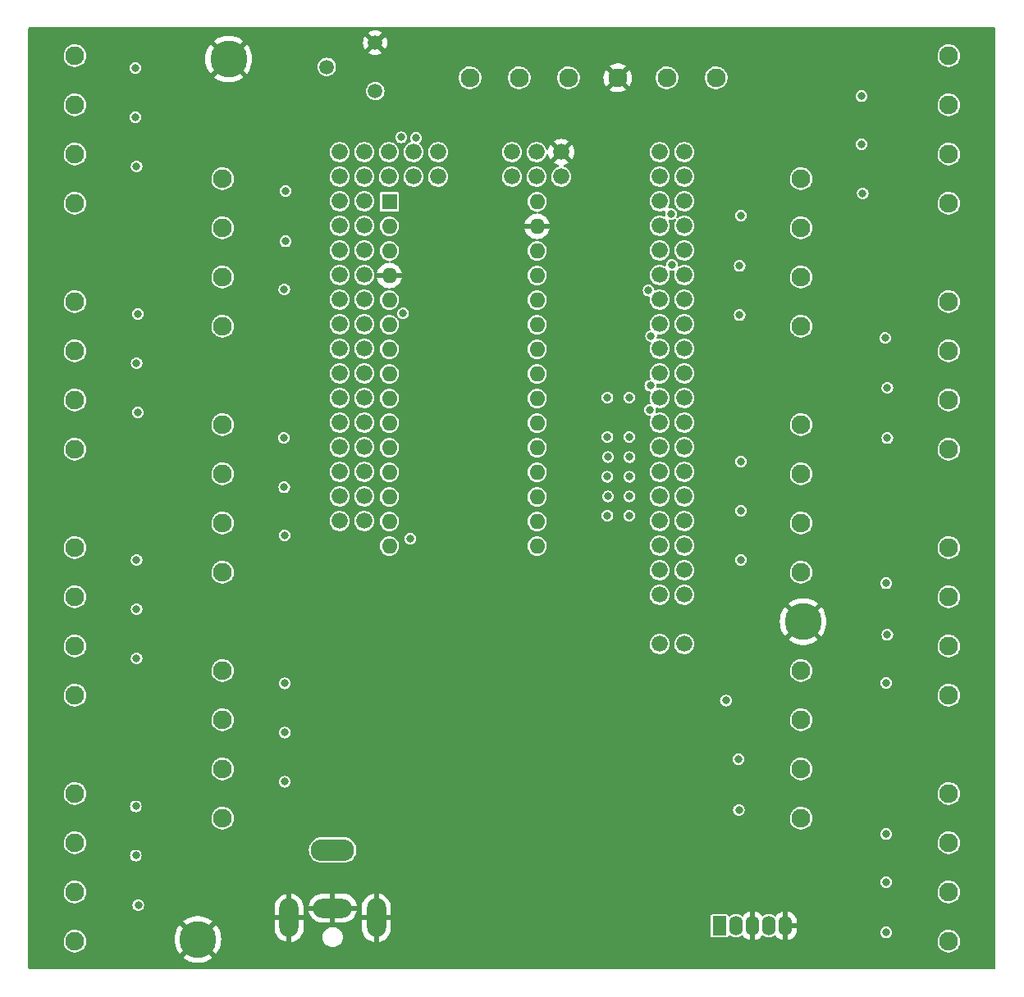
<source format=gbr>
%TF.GenerationSoftware,KiCad,Pcbnew,(6.0.1)*%
%TF.CreationDate,2022-10-30T18:49:11+02:00*%
%TF.ProjectId,stairway-to-heaven-pcb,73746169-7277-4617-992d-746f2d686561,rev?*%
%TF.SameCoordinates,Original*%
%TF.FileFunction,Copper,L2,Inr*%
%TF.FilePolarity,Positive*%
%FSLAX46Y46*%
G04 Gerber Fmt 4.6, Leading zero omitted, Abs format (unit mm)*
G04 Created by KiCad (PCBNEW (6.0.1)) date 2022-10-30 18:49:11*
%MOMM*%
%LPD*%
G01*
G04 APERTURE LIST*
%TA.AperFunction,ComponentPad*%
%ADD10C,1.930400*%
%TD*%
%TA.AperFunction,ComponentPad*%
%ADD11R,1.600000X1.600000*%
%TD*%
%TA.AperFunction,ComponentPad*%
%ADD12O,1.600000X1.600000*%
%TD*%
%TA.AperFunction,ComponentPad*%
%ADD13C,3.800000*%
%TD*%
%TA.AperFunction,ComponentPad*%
%ADD14C,1.676400*%
%TD*%
%TA.AperFunction,ComponentPad*%
%ADD15O,4.500000X2.250000*%
%TD*%
%TA.AperFunction,ComponentPad*%
%ADD16O,4.000000X2.000000*%
%TD*%
%TA.AperFunction,ComponentPad*%
%ADD17O,2.000000X4.000000*%
%TD*%
%TA.AperFunction,ComponentPad*%
%ADD18C,1.500000*%
%TD*%
%TA.AperFunction,ComponentPad*%
%ADD19R,1.400000X2.000001*%
%TD*%
%TA.AperFunction,ComponentPad*%
%ADD20O,1.400000X2.000001*%
%TD*%
%TA.AperFunction,ViaPad*%
%ADD21C,0.800000*%
%TD*%
G04 APERTURE END LIST*
D10*
%TO.N,/SENSOR1*%
%TO.C,J16*%
X146812000Y-46736000D03*
%TO.N,/SENSOR2*%
X151892000Y-46736000D03*
%TO.N,+5V*%
X156972000Y-46736000D03*
%TO.N,GND*%
X162052000Y-46736000D03*
%TO.N,/SENSOR3*%
X167132000Y-46736000D03*
%TO.N,/SENSOR4*%
X172212000Y-46736000D03*
%TD*%
D11*
%TO.N,unconnected-(A1-Pad1)*%
%TO.C,A1*%
X138480800Y-59537600D03*
D12*
%TO.N,unconnected-(A1-Pad2)*%
X138480800Y-62077600D03*
%TO.N,unconnected-(A1-Pad3)*%
X138480800Y-64617600D03*
%TO.N,GND*%
X138480800Y-67157600D03*
%TO.N,/LED10B_EN*%
X138480800Y-69697600D03*
%TO.N,/LED10R_EN*%
X138480800Y-72237600D03*
%TO.N,/LED10G_EN*%
X138480800Y-74777600D03*
%TO.N,/LED8B_EN*%
X138480800Y-77317600D03*
%TO.N,/LED8R_EN*%
X138480800Y-79857600D03*
%TO.N,/LED8G_EN*%
X138480800Y-82397600D03*
%TO.N,/LED11B_EN*%
X138480800Y-84937600D03*
%TO.N,/LED11R_EN*%
X138480800Y-87477600D03*
%TO.N,/LED11G_EN*%
X138480800Y-90017600D03*
%TO.N,/LED9B_EN*%
X138480800Y-92557600D03*
%TO.N,/LED9G_EN*%
X138480800Y-95097600D03*
%TO.N,/LED9R_EN*%
X153720800Y-95097600D03*
%TO.N,unconnected-(A1-Pad17)*%
X153720800Y-92557600D03*
%TO.N,unconnected-(A1-Pad18)*%
X153720800Y-90017600D03*
%TO.N,/LED2B_EN*%
X153720800Y-87477600D03*
%TO.N,/LED2R_EN*%
X153720800Y-84937600D03*
%TO.N,/LED2G_EN*%
X153720800Y-82397600D03*
%TO.N,/LED4B_EN*%
X153720800Y-79857600D03*
%TO.N,/LED4R_EN*%
X153720800Y-77317600D03*
%TO.N,/LED4G_EN*%
X153720800Y-74777600D03*
%TO.N,/SENSOR4*%
X153720800Y-72237600D03*
%TO.N,/SENSOR3*%
X153720800Y-69697600D03*
%TO.N,+5V*%
X153720800Y-67157600D03*
%TO.N,unconnected-(A1-Pad28)*%
X153720800Y-64617600D03*
%TO.N,GND*%
X153720800Y-62077600D03*
%TO.N,unconnected-(A1-Pad30)*%
X153720800Y-59537600D03*
%TD*%
D10*
%TO.N,+12V*%
%TO.C,J13*%
X121285000Y-72390000D03*
%TO.N,Net-(J13-Pad2)*%
X121285000Y-67310000D03*
%TO.N,Net-(J13-Pad3)*%
X121285000Y-62230000D03*
%TO.N,Net-(J13-Pad4)*%
X121285000Y-57150000D03*
%TD*%
%TO.N,+12V*%
%TO.C,J12*%
X106045000Y-85090000D03*
%TO.N,Net-(J12-Pad2)*%
X106045000Y-80010000D03*
%TO.N,Net-(J12-Pad3)*%
X106045000Y-74930000D03*
%TO.N,Net-(J12-Pad4)*%
X106045000Y-69850000D03*
%TD*%
%TO.N,+12V*%
%TO.C,J4*%
X180975000Y-82550000D03*
%TO.N,Net-(J4-Pad2)*%
X180975000Y-87630000D03*
%TO.N,Net-(J4-Pad3)*%
X180975000Y-92710000D03*
%TO.N,Net-(J4-Pad4)*%
X180975000Y-97790000D03*
%TD*%
%TO.N,+12V*%
%TO.C,J11*%
X121285000Y-97790000D03*
%TO.N,Net-(J11-Pad2)*%
X121285000Y-92710000D03*
%TO.N,Net-(J11-Pad3)*%
X121285000Y-87630000D03*
%TO.N,Net-(J11-Pad4)*%
X121285000Y-82550000D03*
%TD*%
%TO.N,+12V*%
%TO.C,J1*%
X196215000Y-120650000D03*
%TO.N,Net-(J1-Pad2)*%
X196215000Y-125730000D03*
%TO.N,Net-(J1-Pad3)*%
X196215000Y-130810000D03*
%TO.N,Net-(J1-Pad4)*%
X196215000Y-135890000D03*
%TD*%
D13*
%TO.N,GND*%
%TO.C,H3*%
X121894600Y-44805600D03*
%TD*%
%TO.N,GND*%
%TO.C,H2*%
X118719600Y-135712200D03*
%TD*%
D14*
%TO.N,unconnected-(U1-Pad3V3_1)*%
%TO.C,U1*%
X168910000Y-97590000D03*
X166370000Y-97590000D03*
%TO.N,+5V*%
X168910000Y-100130000D03*
X166370000Y-100130000D03*
X151130000Y-54410000D03*
%TO.N,/LED9R_EN*%
X133350000Y-92510000D03*
%TO.N,/LED9G_EN*%
X135890000Y-92510000D03*
%TO.N,/LED9B_EN*%
X133350000Y-89970000D03*
%TO.N,unconnected-(U1-PadA3)*%
X135890000Y-89970000D03*
%TO.N,/LED11G_EN*%
X133350000Y-87430000D03*
%TO.N,/LED11R_EN*%
X135890000Y-87430000D03*
%TO.N,unconnected-(U1-PadA6)*%
X133350000Y-84890000D03*
%TO.N,/LED11B_EN*%
X135890000Y-84890000D03*
%TO.N,unconnected-(U1-PadA8)*%
X133350000Y-82350000D03*
%TO.N,/LED8G_EN*%
X135890000Y-82350000D03*
%TO.N,unconnected-(U1-PadA10)*%
X133350000Y-79810000D03*
%TO.N,/LED8R_EN*%
X135890000Y-79810000D03*
%TO.N,unconnected-(U1-PadA12)*%
X133350000Y-77270000D03*
%TO.N,/LED8B_EN*%
X135890000Y-77270000D03*
%TO.N,/LED10G_EN*%
X133350000Y-74730000D03*
%TO.N,/POT1*%
X135890000Y-74730000D03*
%TO.N,unconnected-(U1-PadAREF)*%
X166370000Y-95050000D03*
%TO.N,/LED2B_EN*%
X166370000Y-89970000D03*
%TO.N,/LED2R_EN*%
X168910000Y-89970000D03*
%TO.N,/LED2G_EN*%
X166370000Y-87430000D03*
%TO.N,unconnected-(U1-PadD5)*%
X168910000Y-87430000D03*
%TO.N,/LED4B_EN*%
X166370000Y-84890000D03*
%TO.N,/LED4R_EN*%
X168910000Y-84890000D03*
%TO.N,/LED1B_EN*%
X166370000Y-82350000D03*
%TO.N,/LED4G_EN*%
X168910000Y-82350000D03*
%TO.N,/LED1G_EN*%
X166370000Y-79810000D03*
%TO.N,/LED1R_EN*%
X168910000Y-79810000D03*
%TO.N,unconnected-(U1-PadD12)*%
X166370000Y-77270000D03*
%TO.N,/LED3B_EN*%
X168910000Y-77270000D03*
%TO.N,/LED3R_EN*%
X166370000Y-74730000D03*
%TO.N,/LED3G_EN*%
X168910000Y-74730000D03*
%TO.N,/LED5B_EN*%
X166370000Y-72190000D03*
%TO.N,/LED5R_EN*%
X168910000Y-72190000D03*
%TO.N,/LED5G_EN*%
X166370000Y-69650000D03*
%TO.N,unconnected-(U1-PadD19)*%
X168910000Y-69650000D03*
%TO.N,/LED6B_EN*%
X166370000Y-67110000D03*
%TO.N,/LED6R_EN*%
X168910000Y-67110000D03*
%TO.N,/LED6G_EN*%
X166370000Y-64570000D03*
%TO.N,unconnected-(U1-PadD23)*%
X168910000Y-64570000D03*
%TO.N,unconnected-(U1-PadD24)*%
X166370000Y-62030000D03*
%TO.N,unconnected-(U1-PadD25)*%
X168910000Y-62030000D03*
%TO.N,/LED7B_EN*%
X166370000Y-59490000D03*
%TO.N,unconnected-(U1-PadD27)*%
X168910000Y-59490000D03*
%TO.N,/SENSOR4*%
X166370000Y-56950000D03*
%TO.N,/LED7R_EN*%
X168910000Y-56950000D03*
%TO.N,/SENSOR3*%
X166370000Y-54410000D03*
%TO.N,/LED7G_EN*%
X168910000Y-54410000D03*
%TO.N,/LED10B_EN*%
X133350000Y-72190000D03*
%TO.N,/LED10R_EN*%
X135890000Y-72190000D03*
%TO.N,/LED12R_EN*%
X133350000Y-69650000D03*
%TO.N,/LED12G_EN*%
X135890000Y-69650000D03*
%TO.N,unconnected-(U1-PadD36)*%
X133350000Y-67110000D03*
%TO.N,/LED12B_EN*%
X135890000Y-67110000D03*
%TO.N,/LED13R_EN*%
X133350000Y-64570000D03*
%TO.N,/LED13G_EN*%
X135890000Y-64570000D03*
%TO.N,/LED13B_EN*%
X133350000Y-62030000D03*
%TO.N,unconnected-(U1-PadD41)*%
X135890000Y-62030000D03*
%TO.N,unconnected-(U1-PadD42)*%
X133350000Y-59490000D03*
%TO.N,unconnected-(U1-PadD43)*%
X135890000Y-59490000D03*
%TO.N,unconnected-(U1-PadD44)*%
X133350000Y-56950000D03*
%TO.N,unconnected-(U1-PadD45)*%
X135890000Y-56950000D03*
%TO.N,unconnected-(U1-PadD46)*%
X133350000Y-54410000D03*
%TO.N,unconnected-(U1-PadD47)*%
X135890000Y-54410000D03*
%TO.N,/LED14R_EN*%
X138430000Y-54410000D03*
%TO.N,/LED14G_EN*%
X138430000Y-56950000D03*
%TO.N,unconnected-(U1-PadD50)*%
X140970000Y-54410000D03*
%TO.N,/LED14B_EN*%
X140970000Y-56950000D03*
%TO.N,/SENSOR1*%
X143510000Y-54410000D03*
%TO.N,/SENSOR2*%
X143510000Y-56950000D03*
%TO.N,GND*%
X168910000Y-102670000D03*
X166370000Y-102670000D03*
X156210000Y-54410000D03*
%TO.N,unconnected-(U1-PadMISO)*%
X151130000Y-56950000D03*
%TO.N,unconnected-(U1-PadMOSI)*%
X153670000Y-54410000D03*
%TO.N,unconnected-(U1-PadRESET)*%
X156210000Y-56950000D03*
%TO.N,unconnected-(U1-PadRST)*%
X168910000Y-95050000D03*
%TO.N,unconnected-(U1-PadRX)*%
X166370000Y-92510000D03*
%TO.N,unconnected-(U1-PadSCK)*%
X153670000Y-56950000D03*
%TO.N,unconnected-(U1-PadTX)*%
X168910000Y-92510000D03*
%TO.N,unconnected-(U1-PadVIN_1)*%
X168910000Y-105210000D03*
X166370000Y-105210000D03*
%TD*%
D10*
%TO.N,+12V*%
%TO.C,J9*%
X121285000Y-123190000D03*
%TO.N,Net-(J9-Pad2)*%
X121285000Y-118110000D03*
%TO.N,Net-(J9-Pad3)*%
X121285000Y-113030000D03*
%TO.N,Net-(J9-Pad4)*%
X121285000Y-107950000D03*
%TD*%
%TO.N,+12V*%
%TO.C,J2*%
X196215000Y-95250000D03*
%TO.N,Net-(J2-Pad2)*%
X196215000Y-100330000D03*
%TO.N,Net-(J2-Pad3)*%
X196215000Y-105410000D03*
%TO.N,Net-(J2-Pad4)*%
X196215000Y-110490000D03*
%TD*%
D15*
%TO.N,+12V*%
%TO.C,J15*%
X132634600Y-126477000D03*
D16*
%TO.N,GND*%
X132634600Y-132477000D03*
D17*
X137134600Y-133477000D03*
X128134600Y-133477000D03*
%TD*%
D10*
%TO.N,+12V*%
%TO.C,J5*%
X196215000Y-69850000D03*
%TO.N,Net-(J5-Pad2)*%
X196215000Y-74930000D03*
%TO.N,Net-(J5-Pad3)*%
X196215000Y-80010000D03*
%TO.N,Net-(J5-Pad4)*%
X196215000Y-85090000D03*
%TD*%
D13*
%TO.N,GND*%
%TO.C,H1*%
X181178200Y-102895400D03*
%TD*%
D18*
%TO.N,+5V*%
%TO.C,RV100k1*%
X137018400Y-48118400D03*
%TO.N,/POT1*%
X132018400Y-45618400D03*
%TO.N,GND*%
X137018400Y-43118400D03*
%TD*%
D10*
%TO.N,+12V*%
%TO.C,J14*%
X106045000Y-59690000D03*
%TO.N,Net-(J14-Pad2)*%
X106045000Y-54610000D03*
%TO.N,Net-(J14-Pad3)*%
X106045000Y-49530000D03*
%TO.N,Net-(J14-Pad4)*%
X106045000Y-44450000D03*
%TD*%
%TO.N,+12V*%
%TO.C,J10*%
X106045000Y-110490000D03*
%TO.N,Net-(J10-Pad2)*%
X106045000Y-105410000D03*
%TO.N,Net-(J10-Pad3)*%
X106045000Y-100330000D03*
%TO.N,Net-(J10-Pad4)*%
X106045000Y-95250000D03*
%TD*%
D19*
%TO.N,+12V*%
%TO.C,U2*%
X172540800Y-134315200D03*
D20*
%TO.N,Net-(D1-Pad1)*%
X174240800Y-134315200D03*
%TO.N,GND*%
X175940801Y-134315200D03*
%TO.N,+5V*%
X177640800Y-134315200D03*
%TO.N,GND*%
X179340800Y-134315200D03*
%TD*%
D10*
%TO.N,+12V*%
%TO.C,J7*%
X196215000Y-44450000D03*
%TO.N,Net-(J7-Pad2)*%
X196215000Y-49530000D03*
%TO.N,Net-(J7-Pad3)*%
X196215000Y-54610000D03*
%TO.N,Net-(J7-Pad4)*%
X196215000Y-59690000D03*
%TD*%
%TO.N,+12V*%
%TO.C,J8*%
X106045000Y-135890000D03*
%TO.N,Net-(J8-Pad2)*%
X106045000Y-130810000D03*
%TO.N,Net-(J8-Pad3)*%
X106045000Y-125730000D03*
%TO.N,Net-(J8-Pad4)*%
X106045000Y-120650000D03*
%TD*%
%TO.N,+12V*%
%TO.C,J6*%
X180975000Y-57150000D03*
%TO.N,Net-(J6-Pad2)*%
X180975000Y-62230000D03*
%TO.N,Net-(J6-Pad3)*%
X180975000Y-67310000D03*
%TO.N,Net-(J6-Pad4)*%
X180975000Y-72390000D03*
%TD*%
%TO.N,+12V*%
%TO.C,J3*%
X180975000Y-107950000D03*
%TO.N,Net-(J3-Pad2)*%
X180975000Y-113030000D03*
%TO.N,Net-(J3-Pad3)*%
X180975000Y-118110000D03*
%TO.N,Net-(J3-Pad4)*%
X180975000Y-123190000D03*
%TD*%
D21*
%TO.N,GND*%
X199898000Y-137668000D03*
X183337200Y-81940400D03*
X166878000Y-137668000D03*
X113309400Y-105232200D03*
X178562000Y-81788000D03*
X128549400Y-107746800D03*
X113284000Y-74803000D03*
X183565800Y-88036400D03*
X130530600Y-111963200D03*
X186969400Y-135813800D03*
X173710600Y-72618600D03*
X128549400Y-117856000D03*
X152400000Y-42672000D03*
X118846600Y-107162600D03*
X118516400Y-55041800D03*
X142976600Y-96926400D03*
X130987800Y-85902800D03*
X187147200Y-104673400D03*
X115392200Y-49580800D03*
X183489600Y-120523000D03*
X102362000Y-124968000D03*
X115112800Y-74879200D03*
X189077600Y-85267800D03*
X152196800Y-124485400D03*
X113284000Y-44246800D03*
X177800000Y-42672000D03*
X112268000Y-67868800D03*
X183515000Y-126314200D03*
X187198000Y-137668000D03*
X197358000Y-137668000D03*
X118719600Y-117246400D03*
X118897400Y-102133400D03*
X171221400Y-82092800D03*
X173380400Y-115798600D03*
X115341400Y-125603000D03*
X115443000Y-118516400D03*
X172720000Y-42672000D03*
X199898000Y-61722000D03*
X102362000Y-137668000D03*
X116078000Y-137668000D03*
X199898000Y-109982000D03*
X188112400Y-87528400D03*
X114630200Y-79857600D03*
X174320200Y-95173800D03*
X171627800Y-87299800D03*
X151638000Y-137668000D03*
X126238000Y-52552600D03*
X102362000Y-86868000D03*
X149860000Y-42672000D03*
X113284000Y-100101400D03*
X173710600Y-87884000D03*
X113258600Y-79806800D03*
X102362000Y-132588000D03*
X199898000Y-107442000D03*
X188823600Y-72237600D03*
X114985800Y-93014800D03*
X199898000Y-51562000D03*
X169646600Y-121259600D03*
X199898000Y-66802000D03*
X171881800Y-123215400D03*
X157480000Y-42672000D03*
X147320000Y-42672000D03*
X102362000Y-130048000D03*
X199898000Y-104902000D03*
X153085800Y-118541800D03*
X146558000Y-137668000D03*
X174396400Y-74650600D03*
X102362000Y-135128000D03*
X128549400Y-56921400D03*
X188264800Y-91922600D03*
X176758600Y-53187600D03*
X175285400Y-89179400D03*
X172669200Y-95275400D03*
X172923200Y-120040400D03*
X189001400Y-125933200D03*
X171170600Y-129997200D03*
X130327400Y-82423000D03*
X183565800Y-51993800D03*
X168046400Y-109778800D03*
X170180000Y-42672000D03*
X108458000Y-137668000D03*
X121259600Y-52603400D03*
X102362000Y-71628000D03*
X112293400Y-129184400D03*
X188976000Y-49758600D03*
X130251200Y-95173800D03*
X150545800Y-96926400D03*
X172491400Y-131775200D03*
X102362000Y-109728000D03*
X128524000Y-112801400D03*
X188976000Y-80162400D03*
X130860800Y-69748400D03*
X188468000Y-97586800D03*
X183489600Y-109931200D03*
X190246000Y-102285800D03*
X115087400Y-105181400D03*
X112293400Y-103632000D03*
X128574800Y-67030600D03*
X102362000Y-58928000D03*
X199898000Y-122682000D03*
X119380000Y-42672000D03*
X152374600Y-50038000D03*
X130581400Y-55118000D03*
X188823600Y-103098600D03*
X102362000Y-46228000D03*
X183540400Y-93319600D03*
X170891200Y-126187200D03*
X133858000Y-104698800D03*
X186309000Y-122910600D03*
X102362000Y-64008000D03*
X164109400Y-110566200D03*
X102362000Y-122428000D03*
X171577000Y-63779400D03*
X102362000Y-79248000D03*
X126238000Y-137668000D03*
X199898000Y-102362000D03*
X102362000Y-84328000D03*
X156718000Y-137668000D03*
X173659800Y-67564000D03*
X155219400Y-91236800D03*
X186893200Y-111861600D03*
X199898000Y-43942000D03*
X136398000Y-137668000D03*
X128524000Y-62001400D03*
X102362000Y-51308000D03*
X115570000Y-52882800D03*
X164338000Y-137668000D03*
X199898000Y-112522000D03*
X148996400Y-51714400D03*
X175945800Y-94208600D03*
X130327400Y-107797600D03*
X114706400Y-98348800D03*
X119507000Y-90525600D03*
X119532400Y-85928200D03*
X115417600Y-113385600D03*
X102362000Y-48768000D03*
X114909600Y-82473800D03*
X199898000Y-115062000D03*
X130403600Y-105918000D03*
X188976000Y-105613200D03*
X102362000Y-43688000D03*
X175641000Y-114681000D03*
X127508000Y-55118000D03*
X113284000Y-69621400D03*
X123342400Y-72974200D03*
X102362000Y-81788000D03*
X136169400Y-125984000D03*
X190271400Y-107238800D03*
X188341000Y-133426200D03*
X113309400Y-49276000D03*
X113538000Y-137668000D03*
X189915800Y-128066800D03*
X127558800Y-60350400D03*
X189001400Y-100507800D03*
X102362000Y-107188000D03*
X165582600Y-132283200D03*
X127406400Y-106451400D03*
X149098000Y-132257800D03*
X112014000Y-73279000D03*
X102362000Y-91948000D03*
X199898000Y-132842000D03*
X173710600Y-118262400D03*
X178993800Y-56565800D03*
X155600400Y-109905800D03*
X102362000Y-112268000D03*
X177038000Y-137668000D03*
X199898000Y-89662000D03*
X187020200Y-61925200D03*
X113944400Y-133121400D03*
X137820400Y-51435000D03*
X102362000Y-66548000D03*
X175260000Y-42672000D03*
X187045600Y-50469800D03*
X111760000Y-42672000D03*
X115468400Y-69850000D03*
X186791600Y-52197000D03*
X174498000Y-137668000D03*
X130225800Y-79019400D03*
X183515000Y-98653600D03*
X129540000Y-42672000D03*
X172542200Y-92913200D03*
X128524000Y-92532200D03*
X128549400Y-82296000D03*
X187172600Y-54991000D03*
X188569600Y-75107800D03*
X187071000Y-60071000D03*
X187706000Y-102108000D03*
X127533400Y-91135200D03*
X193040000Y-42672000D03*
X199898000Y-92202000D03*
X115265200Y-54457600D03*
X180340000Y-42672000D03*
X184658000Y-137668000D03*
X131318000Y-137668000D03*
X128524000Y-87426800D03*
X199898000Y-127762000D03*
X102362000Y-117348000D03*
X138938000Y-137668000D03*
X102362000Y-74168000D03*
X187604400Y-100558600D03*
X172110400Y-74574400D03*
X160020000Y-42672000D03*
X114300000Y-42672000D03*
X115011200Y-120167400D03*
X158165800Y-65862200D03*
X190398400Y-81559400D03*
X115062000Y-103530400D03*
X166344600Y-112445800D03*
X102362000Y-114808000D03*
X186893200Y-120065800D03*
X121158000Y-137668000D03*
X164414200Y-115341400D03*
X129921000Y-92405200D03*
X113309400Y-125501400D03*
X112344200Y-124180600D03*
X126238000Y-119634000D03*
X118795800Y-122478800D03*
X169418000Y-137668000D03*
X199898000Y-49022000D03*
X160604200Y-54051200D03*
X182118000Y-137668000D03*
X199898000Y-99822000D03*
X102362000Y-94488000D03*
X154940000Y-42672000D03*
X173761400Y-113233200D03*
X199898000Y-84582000D03*
X161798000Y-137668000D03*
X102362000Y-127508000D03*
X174498000Y-69443600D03*
X102362000Y-56388000D03*
X172059600Y-72644000D03*
X187985400Y-113055400D03*
X118364000Y-73126600D03*
X114681000Y-78105000D03*
X114782600Y-100050600D03*
X130454400Y-57048400D03*
X149098000Y-137668000D03*
X133426200Y-52425600D03*
X173736000Y-62458600D03*
X127381000Y-111556800D03*
X156616400Y-132232400D03*
X114909600Y-57175400D03*
X165811200Y-51104800D03*
X130276600Y-117957600D03*
X199898000Y-82042000D03*
X183489600Y-114935000D03*
X190804800Y-86614000D03*
X102362000Y-53848000D03*
X187909200Y-127914400D03*
X131241800Y-114528600D03*
X109220000Y-42672000D03*
X183489600Y-56769000D03*
X104140000Y-42672000D03*
X129997200Y-90246200D03*
X102362000Y-61468000D03*
X159004000Y-109931200D03*
X127203200Y-116636800D03*
X127584200Y-73075800D03*
X167640000Y-42672000D03*
X199898000Y-64262000D03*
X154762200Y-120319800D03*
X142240000Y-42672000D03*
X174828200Y-64211200D03*
X131241800Y-116916200D03*
X120446800Y-79324200D03*
X199898000Y-94742000D03*
X155371800Y-115697000D03*
X111963200Y-78435200D03*
X127482600Y-86207600D03*
X199898000Y-54102000D03*
X190093600Y-113055400D03*
X198120000Y-42672000D03*
X130429000Y-65278000D03*
X185420000Y-42672000D03*
X130378200Y-62077600D03*
X113334800Y-95046800D03*
X116840000Y-42672000D03*
X189687200Y-56464200D03*
X141478000Y-137668000D03*
X102362000Y-104648000D03*
X159258000Y-137668000D03*
X127431800Y-81000600D03*
X189611000Y-87325200D03*
X114935000Y-95046800D03*
X189738000Y-137668000D03*
X189026800Y-130987800D03*
X170865800Y-59309000D03*
X102362000Y-102108000D03*
X102362000Y-69088000D03*
X199898000Y-97282000D03*
X115265200Y-128879600D03*
X199898000Y-79502000D03*
X199898000Y-74422000D03*
X164236400Y-118440200D03*
X160070800Y-58674000D03*
X186969400Y-130733800D03*
X115290600Y-44475400D03*
X139700000Y-42672000D03*
X188645800Y-77520800D03*
X182880000Y-42672000D03*
X189026800Y-110642400D03*
X186385200Y-77165200D03*
X187172600Y-105791000D03*
X194818000Y-137668000D03*
X132511800Y-119481600D03*
X173126400Y-56692800D03*
X199898000Y-125222000D03*
X186842400Y-110261400D03*
X161620200Y-132613400D03*
X169570400Y-52273200D03*
X115392200Y-108102400D03*
X186537600Y-126441200D03*
X115239800Y-130505200D03*
X114884200Y-47040800D03*
X186893200Y-132435600D03*
X184048400Y-75539600D03*
X143789400Y-125984000D03*
X115239800Y-73050400D03*
X130175000Y-100050600D03*
X102362000Y-119888000D03*
X199898000Y-130302000D03*
X188747400Y-107848400D03*
X113284000Y-120396000D03*
X102362000Y-97028000D03*
X130200400Y-87274400D03*
X187960000Y-42672000D03*
X133375400Y-49123600D03*
X144780000Y-42672000D03*
X118922800Y-127482600D03*
X127000000Y-42672000D03*
X118846600Y-97713800D03*
X173939200Y-90246200D03*
X130886200Y-110286800D03*
X199898000Y-120142000D03*
X157378400Y-106908600D03*
X133858000Y-137668000D03*
X130403600Y-67132200D03*
X154178000Y-137668000D03*
X102362000Y-89408000D03*
X199898000Y-117602000D03*
X110998000Y-137668000D03*
X199898000Y-87122000D03*
X199898000Y-59182000D03*
X106680000Y-42672000D03*
X162560000Y-42672000D03*
X112014000Y-47929800D03*
X199898000Y-76962000D03*
X113360200Y-130606800D03*
X113309400Y-54432200D03*
X166344600Y-107111800D03*
X188950600Y-54838600D03*
X111810800Y-52959000D03*
X189585600Y-62026800D03*
X183565800Y-131470400D03*
X171678600Y-69469000D03*
X173075600Y-64566800D03*
X127711200Y-65379600D03*
X102362000Y-76708000D03*
X188595000Y-82702400D03*
X151714200Y-121589800D03*
X124460000Y-42672000D03*
X150342600Y-129082800D03*
X199898000Y-69342000D03*
X130403600Y-60375800D03*
X189687200Y-51485800D03*
X165100000Y-42672000D03*
X132080000Y-42672000D03*
X102362000Y-99568000D03*
X154762200Y-122758200D03*
X127203200Y-49098200D03*
X104902000Y-137668000D03*
X195580000Y-42672000D03*
X192278000Y-137668000D03*
X179578000Y-137668000D03*
X190500000Y-42672000D03*
X133959600Y-109956600D03*
X163322000Y-99237800D03*
X112268000Y-93472000D03*
X123698000Y-137668000D03*
X190119000Y-133146800D03*
X112166400Y-118694200D03*
X157988000Y-120904000D03*
X188925200Y-59918600D03*
X199898000Y-71882000D03*
X199898000Y-46482000D03*
X112115600Y-98628200D03*
X199898000Y-135382000D03*
X128778000Y-137668000D03*
X134620000Y-42672000D03*
X133883400Y-114604800D03*
X118821200Y-112191800D03*
X171678600Y-67640200D03*
X175082200Y-115722400D03*
X133985000Y-95250000D03*
X177901600Y-75641200D03*
X115443000Y-123875800D03*
X159258000Y-115341400D03*
X142849600Y-129362200D03*
X199898000Y-56642000D03*
X190347600Y-76962000D03*
X187147200Y-56261000D03*
X114833400Y-87604600D03*
X115366800Y-67868800D03*
X174523400Y-120624600D03*
X133807200Y-99796600D03*
X171958000Y-137668000D03*
X175387000Y-119608600D03*
X144018000Y-137668000D03*
%TO.N,/LED1R_EN*%
X165404800Y-78536800D03*
X189738000Y-129794000D03*
%TO.N,/LED3R_EN*%
X189865000Y-104267000D03*
%TO.N,/LED2R_EN*%
X174498000Y-117094000D03*
X161036000Y-89966800D03*
X163271200Y-89966800D03*
%TO.N,/LED4R_EN*%
X163220400Y-83820000D03*
X160985200Y-83820000D03*
X174752000Y-91440000D03*
%TO.N,/LED5R_EN*%
X189865000Y-78740000D03*
X167625150Y-66033749D03*
%TO.N,/LED6R_EN*%
X174625000Y-66167000D03*
X167538400Y-60782200D03*
%TO.N,/LED7R_EN*%
X187197989Y-53594000D03*
%TO.N,/LED8R_EN*%
X112318800Y-127050800D03*
%TO.N,/LED10R_EN*%
X112395000Y-101600000D03*
%TO.N,/LED11R_EN*%
X127635000Y-89027000D03*
%TO.N,/LED12R_EN*%
X112395000Y-76200000D03*
%TO.N,/LED13R_EN*%
X127762000Y-63627000D03*
%TO.N,/LED14R_EN*%
X139700000Y-52882800D03*
X112268000Y-50800000D03*
%TO.N,/LED9G_EN*%
X127660400Y-119430800D03*
%TO.N,/LED2G_EN*%
X173202600Y-111048800D03*
X160985200Y-87934800D03*
X163271200Y-87934800D03*
%TO.N,/LED2B_EN*%
X174550995Y-122339194D03*
X160985200Y-91948000D03*
X163220400Y-91948000D03*
%TO.N,/LED1G_EN*%
X189738000Y-124841000D03*
%TO.N,/LED1B_EN*%
X189738000Y-135001000D03*
%TO.N,/LED5B_EN*%
X189865000Y-83947000D03*
%TO.N,/LED5G_EN*%
X189636400Y-73609200D03*
%TO.N,/LED6B_EN*%
X174625000Y-71247000D03*
%TO.N,/LED6G_EN*%
X174752000Y-60960000D03*
%TO.N,/LED13G_EN*%
X127635000Y-68580000D03*
%TO.N,/LED13B_EN*%
X127762000Y-58420000D03*
%TO.N,/LED14G_EN*%
X112395000Y-55880000D03*
X141224000Y-52959000D03*
%TO.N,/LED14B_EN*%
X112268000Y-45720000D03*
%TO.N,/LED3G_EN*%
X189738000Y-98933000D03*
X165227000Y-68707000D03*
%TO.N,/LED3B_EN*%
X189738000Y-109220000D03*
X165481000Y-73406000D03*
%TO.N,/LED4G_EN*%
X165354000Y-81026000D03*
X160985200Y-79756000D03*
X163220400Y-79756000D03*
X174752000Y-86360000D03*
%TO.N,/LED4B_EN*%
X161036000Y-85902800D03*
X174752000Y-96520000D03*
X163271200Y-85902800D03*
%TO.N,/LED7G_EN*%
X187198000Y-48641000D03*
%TO.N,/LED7B_EN*%
X187325000Y-58674000D03*
%TO.N,/LED8G_EN*%
X112572800Y-132181600D03*
%TO.N,/LED8B_EN*%
X112318800Y-121970800D03*
%TO.N,/LED9R_EN*%
X140639800Y-94335600D03*
X127711200Y-114350800D03*
%TO.N,/LED9B_EN*%
X127660400Y-109270800D03*
%TO.N,/LED10G_EN*%
X112395000Y-106680000D03*
%TO.N,/LED10B_EN*%
X112395000Y-96520000D03*
%TO.N,/LED11G_EN*%
X127660400Y-93980000D03*
%TO.N,/LED11B_EN*%
X127584200Y-83921600D03*
%TO.N,/LED12G_EN*%
X139903200Y-71069200D03*
X112522000Y-81280000D03*
%TO.N,/LED12B_EN*%
X112522000Y-71120000D03*
%TD*%
%TA.AperFunction,Conductor*%
%TO.N,GND*%
G36*
X200982621Y-41549502D02*
G01*
X201029114Y-41603158D01*
X201040500Y-41655500D01*
X201040500Y-138684500D01*
X201020498Y-138752621D01*
X200966842Y-138799114D01*
X200914500Y-138810500D01*
X101345500Y-138810500D01*
X101277379Y-138790498D01*
X101230886Y-138736842D01*
X101219500Y-138684500D01*
X101219500Y-137586594D01*
X117209914Y-137586594D01*
X117218743Y-137598214D01*
X117423570Y-137747030D01*
X117430250Y-137751270D01*
X117688834Y-137893428D01*
X117695969Y-137896785D01*
X117970346Y-138005419D01*
X117977837Y-138007853D01*
X118263659Y-138081239D01*
X118271430Y-138082721D01*
X118564170Y-138119703D01*
X118572060Y-138120200D01*
X118867140Y-138120200D01*
X118875030Y-138119703D01*
X119167770Y-138082721D01*
X119175541Y-138081239D01*
X119461363Y-138007853D01*
X119468854Y-138005419D01*
X119743231Y-137896785D01*
X119750366Y-137893428D01*
X120008950Y-137751270D01*
X120015630Y-137747030D01*
X120220830Y-137597944D01*
X120229253Y-137587021D01*
X120222349Y-137574160D01*
X118732410Y-136084220D01*
X118718469Y-136076608D01*
X118716634Y-136076739D01*
X118710020Y-136080990D01*
X117216527Y-137574484D01*
X117209914Y-137586594D01*
X101219500Y-137586594D01*
X101219500Y-135859355D01*
X104874707Y-135859355D01*
X104888719Y-136073137D01*
X104941455Y-136280786D01*
X105031149Y-136475347D01*
X105154797Y-136650305D01*
X105308258Y-136799800D01*
X105313054Y-136803005D01*
X105313057Y-136803007D01*
X105385047Y-136851109D01*
X105486393Y-136918826D01*
X105491696Y-136921104D01*
X105491699Y-136921106D01*
X105677929Y-137001116D01*
X105683236Y-137003396D01*
X105785295Y-137026490D01*
X105886558Y-137049404D01*
X105886561Y-137049404D01*
X105892194Y-137050679D01*
X105897965Y-137050906D01*
X105897967Y-137050906D01*
X105963355Y-137053475D01*
X106106269Y-137059090D01*
X106230934Y-137041015D01*
X106312571Y-137029178D01*
X106312575Y-137029177D01*
X106318293Y-137028348D01*
X106323765Y-137026490D01*
X106323767Y-137026490D01*
X106515700Y-136961337D01*
X106515702Y-136961336D01*
X106521164Y-136959482D01*
X106708088Y-136854800D01*
X106872806Y-136717806D01*
X107009800Y-136553088D01*
X107114482Y-136366164D01*
X107164262Y-136219520D01*
X107181490Y-136168767D01*
X107181490Y-136168765D01*
X107183348Y-136163293D01*
X107198354Y-136059802D01*
X107213557Y-135954943D01*
X107214090Y-135951269D01*
X107215694Y-135890000D01*
X107200237Y-135721780D01*
X107199720Y-135716158D01*
X116307088Y-135716158D01*
X116325615Y-136010636D01*
X116326608Y-136018497D01*
X116381896Y-136308328D01*
X116383867Y-136316005D01*
X116475046Y-136596624D01*
X116477961Y-136603987D01*
X116603593Y-136870970D01*
X116607405Y-136877903D01*
X116765509Y-137127035D01*
X116770163Y-137133441D01*
X116835121Y-137211961D01*
X116847640Y-137220417D01*
X116858378Y-137214211D01*
X118347580Y-135725010D01*
X118353957Y-135713331D01*
X119084008Y-135713331D01*
X119084139Y-135715166D01*
X119088390Y-135721780D01*
X120579719Y-137213108D01*
X120592981Y-137220350D01*
X120603085Y-137213162D01*
X120669037Y-137133441D01*
X120673691Y-137127035D01*
X120831795Y-136877903D01*
X120835607Y-136870970D01*
X120961239Y-136603987D01*
X120964154Y-136596624D01*
X121055333Y-136316005D01*
X121057304Y-136308328D01*
X121112592Y-136018497D01*
X121113585Y-136010636D01*
X121132112Y-135716158D01*
X121132112Y-135708242D01*
X121113585Y-135413764D01*
X121112592Y-135405903D01*
X121057304Y-135116072D01*
X121055333Y-135108395D01*
X120964154Y-134827776D01*
X120961239Y-134820413D01*
X120835607Y-134553430D01*
X120831795Y-134546497D01*
X120824788Y-134535456D01*
X126626600Y-134535456D01*
X126626802Y-134540488D01*
X126640750Y-134713843D01*
X126642362Y-134723796D01*
X126697833Y-134949633D01*
X126701016Y-134959203D01*
X126791880Y-135173265D01*
X126796555Y-135182207D01*
X126920474Y-135378987D01*
X126926514Y-135387060D01*
X127080303Y-135561500D01*
X127087556Y-135568504D01*
X127267254Y-135716110D01*
X127275536Y-135721866D01*
X127476519Y-135838841D01*
X127485624Y-135843203D01*
X127702715Y-135926537D01*
X127712404Y-135929388D01*
X127862864Y-135960821D01*
X127876925Y-135959698D01*
X127880600Y-135949590D01*
X127880600Y-134853500D01*
X127900602Y-134785379D01*
X127954258Y-134738886D01*
X128006600Y-134727500D01*
X128262600Y-134727500D01*
X128330721Y-134747502D01*
X128377214Y-134801158D01*
X128388600Y-134853500D01*
X128388600Y-135947590D01*
X128392736Y-135961676D01*
X128405714Y-135963725D01*
X128423430Y-135961675D01*
X128433327Y-135959715D01*
X128657094Y-135896396D01*
X128666538Y-135892884D01*
X128877305Y-135794601D01*
X128886071Y-135789622D01*
X129078402Y-135658913D01*
X129086277Y-135652581D01*
X129255226Y-135492814D01*
X129261987Y-135485305D01*
X129273971Y-135469631D01*
X131579043Y-135469631D01*
X131583673Y-135520509D01*
X131589350Y-135582884D01*
X131597714Y-135674797D01*
X131655880Y-135872428D01*
X131751326Y-136054998D01*
X131755186Y-136059799D01*
X131755188Y-136059802D01*
X131768806Y-136076739D01*
X131880415Y-136215553D01*
X132038230Y-136347976D01*
X132043628Y-136350944D01*
X132043633Y-136350947D01*
X132213365Y-136444257D01*
X132218762Y-136447224D01*
X132415132Y-136509516D01*
X132421249Y-136510202D01*
X132421253Y-136510203D01*
X132497474Y-136518752D01*
X132575464Y-136527500D01*
X132686441Y-136527500D01*
X132839630Y-136512480D01*
X133036851Y-136452935D01*
X133218751Y-136356218D01*
X133318106Y-136275186D01*
X133373625Y-136229906D01*
X133373628Y-136229903D01*
X133378400Y-136226011D01*
X133387052Y-136215553D01*
X133505789Y-136072025D01*
X133505791Y-136072021D01*
X133509718Y-136067275D01*
X133607703Y-135886055D01*
X133668623Y-135689254D01*
X133670129Y-135674925D01*
X133689513Y-135490498D01*
X133689513Y-135490496D01*
X133690157Y-135484369D01*
X133675996Y-135328761D01*
X133672045Y-135285342D01*
X133672044Y-135285339D01*
X133671486Y-135279203D01*
X133613320Y-135081572D01*
X133517874Y-134899002D01*
X133508004Y-134886725D01*
X133392650Y-134743254D01*
X133392650Y-134743253D01*
X133388785Y-134738447D01*
X133230970Y-134606024D01*
X133225572Y-134603056D01*
X133225567Y-134603053D01*
X133102607Y-134535456D01*
X135626600Y-134535456D01*
X135626802Y-134540488D01*
X135640750Y-134713843D01*
X135642362Y-134723796D01*
X135697833Y-134949633D01*
X135701016Y-134959203D01*
X135791880Y-135173265D01*
X135796555Y-135182207D01*
X135920474Y-135378987D01*
X135926514Y-135387060D01*
X136080303Y-135561500D01*
X136087556Y-135568504D01*
X136267254Y-135716110D01*
X136275536Y-135721866D01*
X136476519Y-135838841D01*
X136485624Y-135843203D01*
X136702715Y-135926537D01*
X136712404Y-135929388D01*
X136862864Y-135960821D01*
X136876925Y-135959698D01*
X136880600Y-135949590D01*
X136880600Y-134853500D01*
X136900602Y-134785379D01*
X136954258Y-134738886D01*
X137006600Y-134727500D01*
X137262600Y-134727500D01*
X137330721Y-134747502D01*
X137377214Y-134801158D01*
X137388600Y-134853500D01*
X137388600Y-135947590D01*
X137392736Y-135961676D01*
X137405714Y-135963725D01*
X137423430Y-135961675D01*
X137433327Y-135959715D01*
X137657094Y-135896396D01*
X137666538Y-135892884D01*
X137738441Y-135859355D01*
X195044707Y-135859355D01*
X195058719Y-136073137D01*
X195111455Y-136280786D01*
X195201149Y-136475347D01*
X195324797Y-136650305D01*
X195478258Y-136799800D01*
X195483054Y-136803005D01*
X195483057Y-136803007D01*
X195555047Y-136851109D01*
X195656393Y-136918826D01*
X195661696Y-136921104D01*
X195661699Y-136921106D01*
X195847929Y-137001116D01*
X195853236Y-137003396D01*
X195955295Y-137026490D01*
X196056558Y-137049404D01*
X196056561Y-137049404D01*
X196062194Y-137050679D01*
X196067965Y-137050906D01*
X196067967Y-137050906D01*
X196133355Y-137053475D01*
X196276269Y-137059090D01*
X196400934Y-137041015D01*
X196482571Y-137029178D01*
X196482575Y-137029177D01*
X196488293Y-137028348D01*
X196493765Y-137026490D01*
X196493767Y-137026490D01*
X196685700Y-136961337D01*
X196685702Y-136961336D01*
X196691164Y-136959482D01*
X196878088Y-136854800D01*
X197042806Y-136717806D01*
X197179800Y-136553088D01*
X197284482Y-136366164D01*
X197334262Y-136219520D01*
X197351490Y-136168767D01*
X197351490Y-136168765D01*
X197353348Y-136163293D01*
X197368354Y-136059802D01*
X197383557Y-135954943D01*
X197384090Y-135951269D01*
X197385694Y-135890000D01*
X197370237Y-135721780D01*
X197366620Y-135682412D01*
X197366619Y-135682409D01*
X197366091Y-135676658D01*
X197359301Y-135652581D01*
X197309505Y-135476020D01*
X197309504Y-135476018D01*
X197307937Y-135470461D01*
X197304506Y-135463502D01*
X197215736Y-135283495D01*
X197213181Y-135278314D01*
X197084995Y-135106653D01*
X196927673Y-134961226D01*
X196746484Y-134846904D01*
X196741124Y-134844766D01*
X196741121Y-134844764D01*
X196592271Y-134785379D01*
X196547495Y-134767515D01*
X196541835Y-134766389D01*
X196541831Y-134766388D01*
X196343038Y-134726846D01*
X196343036Y-134726846D01*
X196337371Y-134725719D01*
X196331596Y-134725643D01*
X196331592Y-134725643D01*
X196224376Y-134724240D01*
X196123148Y-134722915D01*
X196117451Y-134723894D01*
X196117450Y-134723894D01*
X195917699Y-134758217D01*
X195917698Y-134758217D01*
X195912002Y-134759196D01*
X195711003Y-134833349D01*
X195706042Y-134836301D01*
X195706041Y-134836301D01*
X195531851Y-134939933D01*
X195531848Y-134939935D01*
X195526883Y-134942889D01*
X195365809Y-135084147D01*
X195362234Y-135088682D01*
X195362233Y-135088683D01*
X195295554Y-135173265D01*
X195233173Y-135252394D01*
X195230485Y-135257503D01*
X195207685Y-135300839D01*
X195133420Y-135441995D01*
X195124839Y-135469631D01*
X195082283Y-135606682D01*
X195069888Y-135646599D01*
X195044707Y-135859355D01*
X137738441Y-135859355D01*
X137877305Y-135794601D01*
X137886071Y-135789622D01*
X138078402Y-135658913D01*
X138086277Y-135652581D01*
X138255226Y-135492814D01*
X138261987Y-135485305D01*
X138376944Y-135334948D01*
X171640300Y-135334948D01*
X171651933Y-135393431D01*
X171696248Y-135459752D01*
X171762569Y-135504067D01*
X171774738Y-135506488D01*
X171774739Y-135506488D01*
X171814154Y-135514328D01*
X171821052Y-135515700D01*
X173260548Y-135515700D01*
X173267446Y-135514328D01*
X173306861Y-135506488D01*
X173306862Y-135506488D01*
X173319031Y-135504067D01*
X173385352Y-135459752D01*
X173429667Y-135393431D01*
X173435546Y-135363875D01*
X173468453Y-135300965D01*
X173530147Y-135265832D01*
X173601042Y-135269632D01*
X173634079Y-135289257D01*
X173634929Y-135288088D01*
X173716925Y-135347661D01*
X173788070Y-135399351D01*
X173960997Y-135476344D01*
X174038483Y-135492814D01*
X174139697Y-135514328D01*
X174139701Y-135514328D01*
X174146154Y-135515700D01*
X174335446Y-135515700D01*
X174341899Y-135514328D01*
X174341903Y-135514328D01*
X174443117Y-135492814D01*
X174520603Y-135476344D01*
X174693530Y-135399351D01*
X174764676Y-135347661D01*
X174803341Y-135319569D01*
X174870209Y-135295710D01*
X174939361Y-135311791D01*
X174979724Y-135347978D01*
X175019383Y-135403168D01*
X175026685Y-135411628D01*
X175173481Y-135553884D01*
X175182163Y-135560914D01*
X175351829Y-135674925D01*
X175361638Y-135680317D01*
X175548800Y-135762475D01*
X175559395Y-135766041D01*
X175669186Y-135792400D01*
X175683271Y-135791695D01*
X175686767Y-135782902D01*
X176194801Y-135782902D01*
X176198774Y-135796433D01*
X176206222Y-135797504D01*
X176393716Y-135739822D01*
X176404061Y-135735601D01*
X176585713Y-135641843D01*
X176595144Y-135635858D01*
X176757321Y-135511415D01*
X176765550Y-135503848D01*
X176903121Y-135352659D01*
X176906965Y-135347596D01*
X176964084Y-135305431D01*
X177034932Y-135300839D01*
X177081386Y-135321842D01*
X177182723Y-135395467D01*
X177182728Y-135395470D01*
X177188070Y-135399351D01*
X177360997Y-135476344D01*
X177438483Y-135492814D01*
X177539697Y-135514328D01*
X177539701Y-135514328D01*
X177546154Y-135515700D01*
X177735446Y-135515700D01*
X177741899Y-135514328D01*
X177741903Y-135514328D01*
X177843117Y-135492814D01*
X177920603Y-135476344D01*
X178093530Y-135399351D01*
X178164676Y-135347661D01*
X178203341Y-135319569D01*
X178270209Y-135295710D01*
X178339361Y-135311791D01*
X178379725Y-135347979D01*
X178419384Y-135403170D01*
X178426684Y-135411628D01*
X178573480Y-135553884D01*
X178582162Y-135560914D01*
X178751828Y-135674925D01*
X178761637Y-135680317D01*
X178948799Y-135762475D01*
X178959394Y-135766041D01*
X179069185Y-135792400D01*
X179083270Y-135791695D01*
X179086766Y-135782902D01*
X179594800Y-135782902D01*
X179598773Y-135796433D01*
X179606221Y-135797504D01*
X179793715Y-135739822D01*
X179804060Y-135735601D01*
X179985712Y-135641843D01*
X179995143Y-135635858D01*
X180157320Y-135511415D01*
X180165549Y-135503848D01*
X180303119Y-135352661D01*
X180309882Y-135343750D01*
X180418501Y-135170596D01*
X180423582Y-135160626D01*
X180487751Y-135001000D01*
X189132318Y-135001000D01*
X189152956Y-135157762D01*
X189213464Y-135303841D01*
X189309718Y-135429282D01*
X189435159Y-135525536D01*
X189581238Y-135586044D01*
X189738000Y-135606682D01*
X189746188Y-135605604D01*
X189886574Y-135587122D01*
X189894762Y-135586044D01*
X190040841Y-135525536D01*
X190166282Y-135429282D01*
X190262536Y-135303841D01*
X190323044Y-135157762D01*
X190343682Y-135001000D01*
X190329351Y-134892146D01*
X190324122Y-134852426D01*
X190323044Y-134844238D01*
X190262536Y-134698159D01*
X190166282Y-134572718D01*
X190040841Y-134476464D01*
X189894762Y-134415956D01*
X189738000Y-134395318D01*
X189581238Y-134415956D01*
X189435159Y-134476464D01*
X189309718Y-134572718D01*
X189213464Y-134698159D01*
X189152956Y-134844238D01*
X189151878Y-134852426D01*
X189146649Y-134892146D01*
X189132318Y-135001000D01*
X180487751Y-135001000D01*
X180499824Y-134970968D01*
X180503055Y-134960268D01*
X180544708Y-134759129D01*
X180545911Y-134749993D01*
X180548695Y-134701710D01*
X180548800Y-134698063D01*
X180548800Y-134587315D01*
X180544325Y-134572076D01*
X180542935Y-134570871D01*
X180535252Y-134569200D01*
X179612915Y-134569200D01*
X179597676Y-134573675D01*
X179596471Y-134575065D01*
X179594800Y-134582748D01*
X179594800Y-135782902D01*
X179086766Y-135782902D01*
X179086800Y-135782816D01*
X179086800Y-134043085D01*
X179594800Y-134043085D01*
X179599275Y-134058324D01*
X179600665Y-134059529D01*
X179608348Y-134061200D01*
X180530685Y-134061200D01*
X180545924Y-134056725D01*
X180547129Y-134055335D01*
X180548800Y-134047652D01*
X180548800Y-133963289D01*
X180548551Y-133957694D01*
X180535013Y-133806012D01*
X180533032Y-133794998D01*
X180479093Y-133597834D01*
X180475199Y-133587361D01*
X180387196Y-133402859D01*
X180381501Y-133393230D01*
X180262223Y-133227237D01*
X180254916Y-133218772D01*
X180108120Y-133076516D01*
X180099438Y-133069486D01*
X179929772Y-132955475D01*
X179919963Y-132950083D01*
X179732801Y-132867925D01*
X179722206Y-132864359D01*
X179612415Y-132838000D01*
X179598330Y-132838705D01*
X179594800Y-132847584D01*
X179594800Y-134043085D01*
X179086800Y-134043085D01*
X179086800Y-132847498D01*
X179082827Y-132833967D01*
X179075379Y-132832896D01*
X178887885Y-132890578D01*
X178877540Y-132894799D01*
X178695888Y-132988557D01*
X178686457Y-132994542D01*
X178524280Y-133118985D01*
X178516051Y-133126552D01*
X178378483Y-133277737D01*
X178374640Y-133282800D01*
X178317523Y-133324968D01*
X178246675Y-133329563D01*
X178200214Y-133308559D01*
X178098872Y-133234930D01*
X178098871Y-133234929D01*
X178093530Y-133231049D01*
X177920603Y-133154056D01*
X177822588Y-133133222D01*
X177741903Y-133116072D01*
X177741899Y-133116072D01*
X177735446Y-133114700D01*
X177546154Y-133114700D01*
X177539701Y-133116072D01*
X177539697Y-133116072D01*
X177459012Y-133133222D01*
X177360997Y-133154056D01*
X177188070Y-133231049D01*
X177182729Y-133234929D01*
X177182728Y-133234930D01*
X177078260Y-133310830D01*
X177011392Y-133334689D01*
X176942240Y-133318608D01*
X176901877Y-133282421D01*
X176862219Y-133227232D01*
X176854917Y-133218772D01*
X176708121Y-133076516D01*
X176699439Y-133069486D01*
X176529773Y-132955475D01*
X176519964Y-132950083D01*
X176332802Y-132867925D01*
X176322207Y-132864359D01*
X176212416Y-132838000D01*
X176198331Y-132838705D01*
X176194801Y-132847584D01*
X176194801Y-135782902D01*
X175686767Y-135782902D01*
X175686801Y-135782816D01*
X175686801Y-132847498D01*
X175682828Y-132833967D01*
X175675380Y-132832896D01*
X175487886Y-132890578D01*
X175477541Y-132894799D01*
X175295889Y-132988557D01*
X175286458Y-132994542D01*
X175124281Y-133118985D01*
X175116052Y-133126552D01*
X174978478Y-133277743D01*
X174974635Y-133282806D01*
X174917515Y-133324971D01*
X174846667Y-133329561D01*
X174800214Y-133308559D01*
X174698872Y-133234930D01*
X174698871Y-133234929D01*
X174693530Y-133231049D01*
X174520603Y-133154056D01*
X174422588Y-133133222D01*
X174341903Y-133116072D01*
X174341899Y-133116072D01*
X174335446Y-133114700D01*
X174146154Y-133114700D01*
X174139701Y-133116072D01*
X174139697Y-133116072D01*
X174059012Y-133133222D01*
X173960997Y-133154056D01*
X173788070Y-133231049D01*
X173782729Y-133234929D01*
X173782728Y-133234930D01*
X173690911Y-133301639D01*
X173634929Y-133342312D01*
X173633504Y-133340351D01*
X173579412Y-133366301D01*
X173508959Y-133357528D01*
X173454434Y-133312058D01*
X173435546Y-133266525D01*
X173432088Y-133249140D01*
X173432088Y-133249139D01*
X173429667Y-133236969D01*
X173385352Y-133170648D01*
X173319031Y-133126333D01*
X173306862Y-133123912D01*
X173306861Y-133123912D01*
X173266616Y-133115907D01*
X173260548Y-133114700D01*
X171821052Y-133114700D01*
X171814984Y-133115907D01*
X171774739Y-133123912D01*
X171774738Y-133123912D01*
X171762569Y-133126333D01*
X171696248Y-133170648D01*
X171651933Y-133236969D01*
X171649512Y-133249138D01*
X171649512Y-133249139D01*
X171643199Y-133280879D01*
X171640300Y-133295452D01*
X171640300Y-135334948D01*
X138376944Y-135334948D01*
X138403225Y-135300574D01*
X138408689Y-135292095D01*
X138518578Y-135087153D01*
X138522620Y-135077901D01*
X138598327Y-134858029D01*
X138600836Y-134848257D01*
X138640604Y-134618029D01*
X138641459Y-134610157D01*
X138642536Y-134586449D01*
X138642600Y-134583616D01*
X138642600Y-133749115D01*
X138638125Y-133733876D01*
X138636735Y-133732671D01*
X138629052Y-133731000D01*
X137761100Y-133731000D01*
X137692979Y-133710998D01*
X137646486Y-133657342D01*
X137635100Y-133605000D01*
X137635100Y-133349000D01*
X137655102Y-133280879D01*
X137708758Y-133234386D01*
X137761100Y-133223000D01*
X138624485Y-133223000D01*
X138639724Y-133218525D01*
X138640929Y-133217135D01*
X138642600Y-133209452D01*
X138642600Y-132418544D01*
X138642398Y-132413512D01*
X138628450Y-132240157D01*
X138626838Y-132230204D01*
X138571367Y-132004367D01*
X138568184Y-131994797D01*
X138477320Y-131780735D01*
X138472645Y-131771793D01*
X138348726Y-131575013D01*
X138342686Y-131566940D01*
X138188897Y-131392500D01*
X138181644Y-131385496D01*
X138001946Y-131237890D01*
X137993664Y-131232134D01*
X137792681Y-131115159D01*
X137783576Y-131110797D01*
X137566485Y-131027463D01*
X137556796Y-131024612D01*
X137406336Y-130993179D01*
X137392275Y-130994302D01*
X137388600Y-131004410D01*
X137388600Y-132100500D01*
X137368598Y-132168621D01*
X137314942Y-132215114D01*
X137262600Y-132226500D01*
X137006600Y-132226500D01*
X136938479Y-132206498D01*
X136891986Y-132152842D01*
X136880600Y-132100500D01*
X136880600Y-131006410D01*
X136876464Y-130992324D01*
X136863486Y-130990275D01*
X136845770Y-130992325D01*
X136835873Y-130994285D01*
X136612106Y-131057604D01*
X136602662Y-131061116D01*
X136391895Y-131159399D01*
X136383129Y-131164378D01*
X136190798Y-131295087D01*
X136182923Y-131301419D01*
X136013974Y-131461186D01*
X136007213Y-131468695D01*
X135865975Y-131653426D01*
X135860511Y-131661905D01*
X135750622Y-131866847D01*
X135746580Y-131876099D01*
X135670873Y-132095971D01*
X135668364Y-132105743D01*
X135628596Y-132335971D01*
X135627741Y-132343843D01*
X135626664Y-132367551D01*
X135626600Y-132370384D01*
X135626600Y-133204885D01*
X135631075Y-133220124D01*
X135632465Y-133221329D01*
X135640148Y-133223000D01*
X136508100Y-133223000D01*
X136576221Y-133243002D01*
X136622714Y-133296658D01*
X136634100Y-133349000D01*
X136634100Y-133605000D01*
X136614098Y-133673121D01*
X136560442Y-133719614D01*
X136508100Y-133731000D01*
X135644715Y-133731000D01*
X135629476Y-133735475D01*
X135628271Y-133736865D01*
X135626600Y-133744548D01*
X135626600Y-134535456D01*
X133102607Y-134535456D01*
X133055835Y-134509743D01*
X133050438Y-134506776D01*
X132854068Y-134444484D01*
X132847951Y-134443798D01*
X132847947Y-134443797D01*
X132771726Y-134435248D01*
X132693736Y-134426500D01*
X132582759Y-134426500D01*
X132429570Y-134441520D01*
X132232349Y-134501065D01*
X132050449Y-134597782D01*
X131971230Y-134662392D01*
X131895575Y-134724094D01*
X131895572Y-134724097D01*
X131890800Y-134727989D01*
X131886873Y-134732736D01*
X131886871Y-134732738D01*
X131763411Y-134881975D01*
X131763409Y-134881979D01*
X131759482Y-134886725D01*
X131661497Y-135067945D01*
X131600577Y-135264746D01*
X131599933Y-135270871D01*
X131599933Y-135270872D01*
X131581948Y-135441995D01*
X131579043Y-135469631D01*
X129273971Y-135469631D01*
X129403225Y-135300574D01*
X129408689Y-135292095D01*
X129518578Y-135087153D01*
X129522620Y-135077901D01*
X129598327Y-134858029D01*
X129600836Y-134848257D01*
X129640604Y-134618029D01*
X129641459Y-134610157D01*
X129642536Y-134586449D01*
X129642600Y-134583616D01*
X129642600Y-133749115D01*
X129638125Y-133733876D01*
X129636735Y-133732671D01*
X129629052Y-133731000D01*
X128761100Y-133731000D01*
X128692979Y-133710998D01*
X128646486Y-133657342D01*
X128635100Y-133605000D01*
X128635100Y-133349000D01*
X128655102Y-133280879D01*
X128708758Y-133234386D01*
X128761100Y-133223000D01*
X129624485Y-133223000D01*
X129639724Y-133218525D01*
X129640929Y-133217135D01*
X129642600Y-133209452D01*
X129642600Y-132748114D01*
X130147875Y-132748114D01*
X130149925Y-132765830D01*
X130151885Y-132775727D01*
X130215204Y-132999494D01*
X130218716Y-133008938D01*
X130316999Y-133219705D01*
X130321978Y-133228471D01*
X130452687Y-133420802D01*
X130459019Y-133428677D01*
X130618786Y-133597626D01*
X130626295Y-133604387D01*
X130811026Y-133745625D01*
X130819505Y-133751089D01*
X131024447Y-133860978D01*
X131033699Y-133865020D01*
X131253571Y-133940727D01*
X131263343Y-133943236D01*
X131493571Y-133983004D01*
X131501443Y-133983859D01*
X131525151Y-133984936D01*
X131527984Y-133985000D01*
X132362485Y-133985000D01*
X132377724Y-133980525D01*
X132378929Y-133979135D01*
X132380600Y-133971452D01*
X132380600Y-133103500D01*
X132400602Y-133035379D01*
X132454258Y-132988886D01*
X132506600Y-132977500D01*
X132762600Y-132977500D01*
X132830721Y-132997502D01*
X132877214Y-133051158D01*
X132888600Y-133103500D01*
X132888600Y-133966885D01*
X132893075Y-133982124D01*
X132894465Y-133983329D01*
X132902148Y-133985000D01*
X133693056Y-133985000D01*
X133698088Y-133984798D01*
X133871443Y-133970850D01*
X133881396Y-133969238D01*
X134107233Y-133913767D01*
X134116803Y-133910584D01*
X134330865Y-133819720D01*
X134339807Y-133815045D01*
X134536587Y-133691126D01*
X134544660Y-133685086D01*
X134719100Y-133531297D01*
X134726104Y-133524044D01*
X134873710Y-133344346D01*
X134879466Y-133336064D01*
X134996441Y-133135081D01*
X135000803Y-133125976D01*
X135084137Y-132908885D01*
X135086988Y-132899196D01*
X135118421Y-132748736D01*
X135117298Y-132734675D01*
X135107190Y-132731000D01*
X133911100Y-132731000D01*
X133842979Y-132710998D01*
X133796486Y-132657342D01*
X133785100Y-132605000D01*
X133785100Y-132349000D01*
X133805102Y-132280879D01*
X133858758Y-132234386D01*
X133911100Y-132223000D01*
X135105190Y-132223000D01*
X135119276Y-132218864D01*
X135121325Y-132205886D01*
X135119275Y-132188170D01*
X135117315Y-132178273D01*
X135053996Y-131954506D01*
X135050484Y-131945062D01*
X134952201Y-131734295D01*
X134947222Y-131725529D01*
X134816513Y-131533198D01*
X134810181Y-131525323D01*
X134650414Y-131356374D01*
X134642905Y-131349613D01*
X134458174Y-131208375D01*
X134449695Y-131202911D01*
X134244753Y-131093022D01*
X134235501Y-131088980D01*
X134015629Y-131013273D01*
X134005857Y-131010764D01*
X133775629Y-130970996D01*
X133767757Y-130970141D01*
X133744049Y-130969064D01*
X133741216Y-130969000D01*
X132906715Y-130969000D01*
X132891476Y-130973475D01*
X132890271Y-130974865D01*
X132888600Y-130982548D01*
X132888600Y-131850500D01*
X132868598Y-131918621D01*
X132814942Y-131965114D01*
X132762600Y-131976500D01*
X132506600Y-131976500D01*
X132438479Y-131956498D01*
X132391986Y-131902842D01*
X132380600Y-131850500D01*
X132380600Y-130987115D01*
X132376125Y-130971876D01*
X132374735Y-130970671D01*
X132367052Y-130969000D01*
X131576144Y-130969000D01*
X131571112Y-130969202D01*
X131397757Y-130983150D01*
X131387804Y-130984762D01*
X131161967Y-131040233D01*
X131152397Y-131043416D01*
X130938335Y-131134280D01*
X130929393Y-131138955D01*
X130732613Y-131262874D01*
X130724540Y-131268914D01*
X130550100Y-131422703D01*
X130543096Y-131429956D01*
X130395490Y-131609654D01*
X130389734Y-131617936D01*
X130272759Y-131818919D01*
X130268397Y-131828024D01*
X130185063Y-132045115D01*
X130182212Y-132054804D01*
X130150779Y-132205264D01*
X130151902Y-132219325D01*
X130162010Y-132223000D01*
X131358100Y-132223000D01*
X131426221Y-132243002D01*
X131472714Y-132296658D01*
X131484100Y-132349000D01*
X131484100Y-132605000D01*
X131464098Y-132673121D01*
X131410442Y-132719614D01*
X131358100Y-132731000D01*
X130164010Y-132731000D01*
X130149924Y-132735136D01*
X130147875Y-132748114D01*
X129642600Y-132748114D01*
X129642600Y-132418544D01*
X129642398Y-132413512D01*
X129628450Y-132240157D01*
X129626838Y-132230204D01*
X129571367Y-132004367D01*
X129568184Y-131994797D01*
X129477320Y-131780735D01*
X129472645Y-131771793D01*
X129348726Y-131575013D01*
X129342686Y-131566940D01*
X129188897Y-131392500D01*
X129181644Y-131385496D01*
X129001946Y-131237890D01*
X128993664Y-131232134D01*
X128792681Y-131115159D01*
X128783576Y-131110797D01*
X128566485Y-131027463D01*
X128556796Y-131024612D01*
X128406336Y-130993179D01*
X128392275Y-130994302D01*
X128388600Y-131004410D01*
X128388600Y-132100500D01*
X128368598Y-132168621D01*
X128314942Y-132215114D01*
X128262600Y-132226500D01*
X128006600Y-132226500D01*
X127938479Y-132206498D01*
X127891986Y-132152842D01*
X127880600Y-132100500D01*
X127880600Y-131006410D01*
X127876464Y-130992324D01*
X127863486Y-130990275D01*
X127845770Y-130992325D01*
X127835873Y-130994285D01*
X127612106Y-131057604D01*
X127602662Y-131061116D01*
X127391895Y-131159399D01*
X127383129Y-131164378D01*
X127190798Y-131295087D01*
X127182923Y-131301419D01*
X127013974Y-131461186D01*
X127007213Y-131468695D01*
X126865975Y-131653426D01*
X126860511Y-131661905D01*
X126750622Y-131866847D01*
X126746580Y-131876099D01*
X126670873Y-132095971D01*
X126668364Y-132105743D01*
X126628596Y-132335971D01*
X126627741Y-132343843D01*
X126626664Y-132367551D01*
X126626600Y-132370384D01*
X126626600Y-133204885D01*
X126631075Y-133220124D01*
X126632465Y-133221329D01*
X126640148Y-133223000D01*
X127508100Y-133223000D01*
X127576221Y-133243002D01*
X127622714Y-133296658D01*
X127634100Y-133349000D01*
X127634100Y-133605000D01*
X127614098Y-133673121D01*
X127560442Y-133719614D01*
X127508100Y-133731000D01*
X126644715Y-133731000D01*
X126629476Y-133735475D01*
X126628271Y-133736865D01*
X126626600Y-133744548D01*
X126626600Y-134535456D01*
X120824788Y-134535456D01*
X120673691Y-134297365D01*
X120669037Y-134290959D01*
X120604079Y-134212439D01*
X120591560Y-134203983D01*
X120580822Y-134210189D01*
X119091620Y-135699390D01*
X119084008Y-135713331D01*
X118353957Y-135713331D01*
X118355192Y-135711069D01*
X118355061Y-135709234D01*
X118350810Y-135702620D01*
X116859481Y-134211292D01*
X116846219Y-134204050D01*
X116836115Y-134211238D01*
X116770163Y-134290959D01*
X116765509Y-134297365D01*
X116607405Y-134546497D01*
X116603593Y-134553430D01*
X116477961Y-134820413D01*
X116475046Y-134827776D01*
X116383867Y-135108395D01*
X116381896Y-135116072D01*
X116326608Y-135405903D01*
X116325615Y-135413764D01*
X116307088Y-135708242D01*
X116307088Y-135716158D01*
X107199720Y-135716158D01*
X107196620Y-135682412D01*
X107196619Y-135682409D01*
X107196091Y-135676658D01*
X107189301Y-135652581D01*
X107139505Y-135476020D01*
X107139504Y-135476018D01*
X107137937Y-135470461D01*
X107134506Y-135463502D01*
X107045736Y-135283495D01*
X107043181Y-135278314D01*
X106914995Y-135106653D01*
X106757673Y-134961226D01*
X106576484Y-134846904D01*
X106571124Y-134844766D01*
X106571121Y-134844764D01*
X106422271Y-134785379D01*
X106377495Y-134767515D01*
X106371835Y-134766389D01*
X106371831Y-134766388D01*
X106173038Y-134726846D01*
X106173036Y-134726846D01*
X106167371Y-134725719D01*
X106161596Y-134725643D01*
X106161592Y-134725643D01*
X106054376Y-134724240D01*
X105953148Y-134722915D01*
X105947451Y-134723894D01*
X105947450Y-134723894D01*
X105747699Y-134758217D01*
X105747698Y-134758217D01*
X105742002Y-134759196D01*
X105541003Y-134833349D01*
X105536042Y-134836301D01*
X105536041Y-134836301D01*
X105361851Y-134939933D01*
X105361848Y-134939935D01*
X105356883Y-134942889D01*
X105195809Y-135084147D01*
X105192234Y-135088682D01*
X105192233Y-135088683D01*
X105125554Y-135173265D01*
X105063173Y-135252394D01*
X105060485Y-135257503D01*
X105037685Y-135300839D01*
X104963420Y-135441995D01*
X104954839Y-135469631D01*
X104912283Y-135606682D01*
X104899888Y-135646599D01*
X104874707Y-135859355D01*
X101219500Y-135859355D01*
X101219500Y-133837379D01*
X117209947Y-133837379D01*
X117216851Y-133850240D01*
X118706790Y-135340180D01*
X118720731Y-135347792D01*
X118722566Y-135347661D01*
X118729180Y-135343410D01*
X120222673Y-133849916D01*
X120229286Y-133837806D01*
X120220457Y-133826186D01*
X120015630Y-133677370D01*
X120008950Y-133673130D01*
X119750366Y-133530972D01*
X119743231Y-133527615D01*
X119468854Y-133418981D01*
X119461363Y-133416547D01*
X119175541Y-133343161D01*
X119167770Y-133341679D01*
X118875030Y-133304697D01*
X118867140Y-133304200D01*
X118572060Y-133304200D01*
X118564170Y-133304697D01*
X118271430Y-133341679D01*
X118263659Y-133343161D01*
X117977837Y-133416547D01*
X117970346Y-133418981D01*
X117695969Y-133527615D01*
X117688834Y-133530972D01*
X117430250Y-133673130D01*
X117423570Y-133677370D01*
X117218370Y-133826456D01*
X117209947Y-133837379D01*
X101219500Y-133837379D01*
X101219500Y-132181600D01*
X111967118Y-132181600D01*
X111987756Y-132338362D01*
X112048264Y-132484441D01*
X112144518Y-132609882D01*
X112269959Y-132706136D01*
X112416038Y-132766644D01*
X112572800Y-132787282D01*
X112580988Y-132786204D01*
X112721374Y-132767722D01*
X112729562Y-132766644D01*
X112875641Y-132706136D01*
X113001082Y-132609882D01*
X113097336Y-132484441D01*
X113157844Y-132338362D01*
X113178482Y-132181600D01*
X113157844Y-132024838D01*
X113097336Y-131878759D01*
X113015258Y-131771793D01*
X113006105Y-131759864D01*
X113001082Y-131753318D01*
X112875641Y-131657064D01*
X112729562Y-131596556D01*
X112572800Y-131575918D01*
X112416038Y-131596556D01*
X112269959Y-131657064D01*
X112144518Y-131753318D01*
X112139495Y-131759864D01*
X112130342Y-131771793D01*
X112048264Y-131878759D01*
X111987756Y-132024838D01*
X111967118Y-132181600D01*
X101219500Y-132181600D01*
X101219500Y-130779355D01*
X104874707Y-130779355D01*
X104888719Y-130993137D01*
X104941455Y-131200786D01*
X105031149Y-131395347D01*
X105154797Y-131570305D01*
X105308258Y-131719800D01*
X105313054Y-131723005D01*
X105313057Y-131723007D01*
X105456600Y-131818919D01*
X105486393Y-131838826D01*
X105491696Y-131841104D01*
X105491699Y-131841106D01*
X105597099Y-131886389D01*
X105683236Y-131923396D01*
X105778985Y-131945062D01*
X105886558Y-131969404D01*
X105886561Y-131969404D01*
X105892194Y-131970679D01*
X105897965Y-131970906D01*
X105897967Y-131970906D01*
X105963355Y-131973475D01*
X106106269Y-131979090D01*
X106230934Y-131961015D01*
X106312571Y-131949178D01*
X106312575Y-131949177D01*
X106318293Y-131948348D01*
X106323765Y-131946490D01*
X106323767Y-131946490D01*
X106515700Y-131881337D01*
X106515702Y-131881336D01*
X106521164Y-131879482D01*
X106708088Y-131774800D01*
X106872806Y-131637806D01*
X107009800Y-131473088D01*
X107114482Y-131286164D01*
X107180046Y-131093022D01*
X107181490Y-131088767D01*
X107181490Y-131088765D01*
X107183348Y-131083293D01*
X107189592Y-131040233D01*
X107213557Y-130874943D01*
X107214090Y-130871269D01*
X107215694Y-130810000D01*
X107212878Y-130779355D01*
X195044707Y-130779355D01*
X195058719Y-130993137D01*
X195111455Y-131200786D01*
X195201149Y-131395347D01*
X195324797Y-131570305D01*
X195478258Y-131719800D01*
X195483054Y-131723005D01*
X195483057Y-131723007D01*
X195626600Y-131818919D01*
X195656393Y-131838826D01*
X195661696Y-131841104D01*
X195661699Y-131841106D01*
X195767099Y-131886389D01*
X195853236Y-131923396D01*
X195948985Y-131945062D01*
X196056558Y-131969404D01*
X196056561Y-131969404D01*
X196062194Y-131970679D01*
X196067965Y-131970906D01*
X196067967Y-131970906D01*
X196133355Y-131973475D01*
X196276269Y-131979090D01*
X196400934Y-131961015D01*
X196482571Y-131949178D01*
X196482575Y-131949177D01*
X196488293Y-131948348D01*
X196493765Y-131946490D01*
X196493767Y-131946490D01*
X196685700Y-131881337D01*
X196685702Y-131881336D01*
X196691164Y-131879482D01*
X196878088Y-131774800D01*
X197042806Y-131637806D01*
X197179800Y-131473088D01*
X197284482Y-131286164D01*
X197350046Y-131093022D01*
X197351490Y-131088767D01*
X197351490Y-131088765D01*
X197353348Y-131083293D01*
X197359592Y-131040233D01*
X197383557Y-130874943D01*
X197384090Y-130871269D01*
X197385694Y-130810000D01*
X197366091Y-130596658D01*
X197364523Y-130591098D01*
X197309505Y-130396020D01*
X197309504Y-130396018D01*
X197307937Y-130390461D01*
X197302839Y-130380122D01*
X197215736Y-130203495D01*
X197213181Y-130198314D01*
X197084995Y-130026653D01*
X196927673Y-129881226D01*
X196802406Y-129802188D01*
X196751364Y-129769983D01*
X196746484Y-129766904D01*
X196741124Y-129764766D01*
X196741121Y-129764764D01*
X196646989Y-129727209D01*
X196547495Y-129687515D01*
X196541835Y-129686389D01*
X196541831Y-129686388D01*
X196343038Y-129646846D01*
X196343036Y-129646846D01*
X196337371Y-129645719D01*
X196331596Y-129645643D01*
X196331592Y-129645643D01*
X196224376Y-129644240D01*
X196123148Y-129642915D01*
X196117451Y-129643894D01*
X196117450Y-129643894D01*
X195917699Y-129678217D01*
X195917698Y-129678217D01*
X195912002Y-129679196D01*
X195711003Y-129753349D01*
X195706042Y-129756301D01*
X195706041Y-129756301D01*
X195531851Y-129859933D01*
X195531848Y-129859935D01*
X195526883Y-129862889D01*
X195365809Y-130004147D01*
X195362234Y-130008682D01*
X195362233Y-130008683D01*
X195292735Y-130096841D01*
X195233173Y-130172394D01*
X195133420Y-130361995D01*
X195069888Y-130566599D01*
X195044707Y-130779355D01*
X107212878Y-130779355D01*
X107196091Y-130596658D01*
X107194523Y-130591098D01*
X107139505Y-130396020D01*
X107139504Y-130396018D01*
X107137937Y-130390461D01*
X107132839Y-130380122D01*
X107045736Y-130203495D01*
X107043181Y-130198314D01*
X106914995Y-130026653D01*
X106757673Y-129881226D01*
X106632406Y-129802188D01*
X106619429Y-129794000D01*
X189132318Y-129794000D01*
X189152956Y-129950762D01*
X189213464Y-130096841D01*
X189309718Y-130222282D01*
X189435159Y-130318536D01*
X189581238Y-130379044D01*
X189738000Y-130399682D01*
X189746188Y-130398604D01*
X189886574Y-130380122D01*
X189894762Y-130379044D01*
X190040841Y-130318536D01*
X190166282Y-130222282D01*
X190262536Y-130096841D01*
X190323044Y-129950762D01*
X190343682Y-129794000D01*
X190323044Y-129637238D01*
X190262536Y-129491159D01*
X190166282Y-129365718D01*
X190040841Y-129269464D01*
X189894762Y-129208956D01*
X189738000Y-129188318D01*
X189581238Y-129208956D01*
X189435159Y-129269464D01*
X189309718Y-129365718D01*
X189213464Y-129491159D01*
X189152956Y-129637238D01*
X189132318Y-129794000D01*
X106619429Y-129794000D01*
X106581364Y-129769983D01*
X106576484Y-129766904D01*
X106571124Y-129764766D01*
X106571121Y-129764764D01*
X106476989Y-129727209D01*
X106377495Y-129687515D01*
X106371835Y-129686389D01*
X106371831Y-129686388D01*
X106173038Y-129646846D01*
X106173036Y-129646846D01*
X106167371Y-129645719D01*
X106161596Y-129645643D01*
X106161592Y-129645643D01*
X106054376Y-129644240D01*
X105953148Y-129642915D01*
X105947451Y-129643894D01*
X105947450Y-129643894D01*
X105747699Y-129678217D01*
X105747698Y-129678217D01*
X105742002Y-129679196D01*
X105541003Y-129753349D01*
X105536042Y-129756301D01*
X105536041Y-129756301D01*
X105361851Y-129859933D01*
X105361848Y-129859935D01*
X105356883Y-129862889D01*
X105195809Y-130004147D01*
X105192234Y-130008682D01*
X105192233Y-130008683D01*
X105122735Y-130096841D01*
X105063173Y-130172394D01*
X104963420Y-130361995D01*
X104899888Y-130566599D01*
X104874707Y-130779355D01*
X101219500Y-130779355D01*
X101219500Y-127050800D01*
X111713118Y-127050800D01*
X111733756Y-127207562D01*
X111794264Y-127353641D01*
X111890518Y-127479082D01*
X112015959Y-127575336D01*
X112162038Y-127635844D01*
X112318800Y-127656482D01*
X112326988Y-127655404D01*
X112467374Y-127636922D01*
X112475562Y-127635844D01*
X112621641Y-127575336D01*
X112747082Y-127479082D01*
X112843336Y-127353641D01*
X112903844Y-127207562D01*
X112924482Y-127050800D01*
X112903844Y-126894038D01*
X112843336Y-126747959D01*
X112747082Y-126622518D01*
X112621641Y-126526264D01*
X112502707Y-126477000D01*
X130179037Y-126477000D01*
X130199251Y-126708050D01*
X130259280Y-126932079D01*
X130261605Y-126937064D01*
X130354973Y-127137294D01*
X130354974Y-127137295D01*
X130357299Y-127142281D01*
X130490330Y-127332269D01*
X130654331Y-127496270D01*
X130658839Y-127499427D01*
X130658842Y-127499429D01*
X130767249Y-127575336D01*
X130844319Y-127629301D01*
X130849301Y-127631624D01*
X130849306Y-127631627D01*
X130956371Y-127681552D01*
X131054521Y-127727320D01*
X131278550Y-127787349D01*
X131332752Y-127792091D01*
X131449004Y-127802262D01*
X131449013Y-127802262D01*
X131451729Y-127802500D01*
X133817471Y-127802500D01*
X133820187Y-127802262D01*
X133820196Y-127802262D01*
X133936448Y-127792091D01*
X133990650Y-127787349D01*
X134214679Y-127727320D01*
X134312829Y-127681552D01*
X134419894Y-127631627D01*
X134419899Y-127631624D01*
X134424881Y-127629301D01*
X134501951Y-127575336D01*
X134610358Y-127499429D01*
X134610361Y-127499427D01*
X134614869Y-127496270D01*
X134778870Y-127332269D01*
X134911901Y-127142282D01*
X134914224Y-127137300D01*
X134914227Y-127137295D01*
X135007595Y-126937064D01*
X135009920Y-126932079D01*
X135069949Y-126708050D01*
X135090163Y-126477000D01*
X135069949Y-126245950D01*
X135009920Y-126021921D01*
X134956503Y-125907369D01*
X134914227Y-125816706D01*
X134914224Y-125816701D01*
X134911901Y-125811719D01*
X134908744Y-125807210D01*
X134833223Y-125699355D01*
X195044707Y-125699355D01*
X195058719Y-125913137D01*
X195111455Y-126120786D01*
X195201149Y-126315347D01*
X195324797Y-126490305D01*
X195328931Y-126494332D01*
X195460518Y-126622518D01*
X195478258Y-126639800D01*
X195483054Y-126643005D01*
X195483057Y-126643007D01*
X195555047Y-126691109D01*
X195656393Y-126758826D01*
X195661696Y-126761104D01*
X195661699Y-126761106D01*
X195847929Y-126841116D01*
X195853236Y-126843396D01*
X195955295Y-126866490D01*
X196056558Y-126889404D01*
X196056561Y-126889404D01*
X196062194Y-126890679D01*
X196067965Y-126890906D01*
X196067967Y-126890906D01*
X196133355Y-126893475D01*
X196276269Y-126899090D01*
X196400934Y-126881015D01*
X196482571Y-126869178D01*
X196482575Y-126869177D01*
X196488293Y-126868348D01*
X196493765Y-126866490D01*
X196493767Y-126866490D01*
X196685700Y-126801337D01*
X196685702Y-126801336D01*
X196691164Y-126799482D01*
X196878088Y-126694800D01*
X197042806Y-126557806D01*
X197179800Y-126393088D01*
X197284482Y-126206164D01*
X197353348Y-126003293D01*
X197384090Y-125791269D01*
X197385694Y-125730000D01*
X197366091Y-125516658D01*
X197364523Y-125511098D01*
X197309505Y-125316020D01*
X197309504Y-125316018D01*
X197307937Y-125310461D01*
X197293900Y-125281995D01*
X197215736Y-125123495D01*
X197213181Y-125118314D01*
X197084995Y-124946653D01*
X196927673Y-124801226D01*
X196746484Y-124686904D01*
X196741124Y-124684766D01*
X196741121Y-124684764D01*
X196646990Y-124647210D01*
X196547495Y-124607515D01*
X196541835Y-124606389D01*
X196541831Y-124606388D01*
X196343038Y-124566846D01*
X196343036Y-124566846D01*
X196337371Y-124565719D01*
X196331596Y-124565643D01*
X196331592Y-124565643D01*
X196224376Y-124564240D01*
X196123148Y-124562915D01*
X196117451Y-124563894D01*
X196117450Y-124563894D01*
X195917699Y-124598217D01*
X195917698Y-124598217D01*
X195912002Y-124599196D01*
X195711003Y-124673349D01*
X195706042Y-124676301D01*
X195706041Y-124676301D01*
X195531851Y-124779933D01*
X195531848Y-124779935D01*
X195526883Y-124782889D01*
X195365809Y-124924147D01*
X195362234Y-124928682D01*
X195362233Y-124928683D01*
X195348067Y-124946653D01*
X195233173Y-125092394D01*
X195133420Y-125281995D01*
X195131707Y-125287512D01*
X195082283Y-125446682D01*
X195069888Y-125486599D01*
X195044707Y-125699355D01*
X134833223Y-125699355D01*
X134782029Y-125626242D01*
X134782027Y-125626239D01*
X134778870Y-125621731D01*
X134614869Y-125457730D01*
X134610361Y-125454573D01*
X134610358Y-125454571D01*
X134429390Y-125327856D01*
X134429388Y-125327855D01*
X134424881Y-125324699D01*
X134419899Y-125322376D01*
X134419894Y-125322373D01*
X134292001Y-125262736D01*
X134214679Y-125226680D01*
X133990650Y-125166651D01*
X133936448Y-125161909D01*
X133820196Y-125151738D01*
X133820187Y-125151738D01*
X133817471Y-125151500D01*
X131451729Y-125151500D01*
X131449013Y-125151738D01*
X131449004Y-125151738D01*
X131332752Y-125161909D01*
X131278550Y-125166651D01*
X131054521Y-125226680D01*
X130977199Y-125262736D01*
X130849306Y-125322373D01*
X130849301Y-125322376D01*
X130844319Y-125324699D01*
X130839812Y-125327855D01*
X130839810Y-125327856D01*
X130658842Y-125454571D01*
X130658839Y-125454573D01*
X130654331Y-125457730D01*
X130490330Y-125621731D01*
X130487173Y-125626239D01*
X130487171Y-125626242D01*
X130435977Y-125699355D01*
X130357299Y-125811718D01*
X130354976Y-125816700D01*
X130354973Y-125816705D01*
X130354973Y-125816706D01*
X130259280Y-126021921D01*
X130199251Y-126245950D01*
X130179037Y-126477000D01*
X112502707Y-126477000D01*
X112475562Y-126465756D01*
X112318800Y-126445118D01*
X112162038Y-126465756D01*
X112015959Y-126526264D01*
X111890518Y-126622518D01*
X111794264Y-126747959D01*
X111733756Y-126894038D01*
X111713118Y-127050800D01*
X101219500Y-127050800D01*
X101219500Y-125699355D01*
X104874707Y-125699355D01*
X104888719Y-125913137D01*
X104941455Y-126120786D01*
X105031149Y-126315347D01*
X105154797Y-126490305D01*
X105158931Y-126494332D01*
X105290518Y-126622518D01*
X105308258Y-126639800D01*
X105313054Y-126643005D01*
X105313057Y-126643007D01*
X105385047Y-126691109D01*
X105486393Y-126758826D01*
X105491696Y-126761104D01*
X105491699Y-126761106D01*
X105677929Y-126841116D01*
X105683236Y-126843396D01*
X105785295Y-126866490D01*
X105886558Y-126889404D01*
X105886561Y-126889404D01*
X105892194Y-126890679D01*
X105897965Y-126890906D01*
X105897967Y-126890906D01*
X105963355Y-126893475D01*
X106106269Y-126899090D01*
X106230934Y-126881015D01*
X106312571Y-126869178D01*
X106312575Y-126869177D01*
X106318293Y-126868348D01*
X106323765Y-126866490D01*
X106323767Y-126866490D01*
X106515700Y-126801337D01*
X106515702Y-126801336D01*
X106521164Y-126799482D01*
X106708088Y-126694800D01*
X106872806Y-126557806D01*
X107009800Y-126393088D01*
X107114482Y-126206164D01*
X107183348Y-126003293D01*
X107214090Y-125791269D01*
X107215694Y-125730000D01*
X107196091Y-125516658D01*
X107194523Y-125511098D01*
X107139505Y-125316020D01*
X107139504Y-125316018D01*
X107137937Y-125310461D01*
X107123900Y-125281995D01*
X107045736Y-125123495D01*
X107043181Y-125118314D01*
X106914995Y-124946653D01*
X106800700Y-124841000D01*
X189132318Y-124841000D01*
X189152956Y-124997762D01*
X189213464Y-125143841D01*
X189309718Y-125269282D01*
X189435159Y-125365536D01*
X189581238Y-125426044D01*
X189738000Y-125446682D01*
X189746188Y-125445604D01*
X189886574Y-125427122D01*
X189894762Y-125426044D01*
X190040841Y-125365536D01*
X190166282Y-125269282D01*
X190262536Y-125143841D01*
X190323044Y-124997762D01*
X190343682Y-124841000D01*
X190323044Y-124684238D01*
X190262536Y-124538159D01*
X190166282Y-124412718D01*
X190040841Y-124316464D01*
X189894762Y-124255956D01*
X189738000Y-124235318D01*
X189581238Y-124255956D01*
X189435159Y-124316464D01*
X189309718Y-124412718D01*
X189213464Y-124538159D01*
X189152956Y-124684238D01*
X189132318Y-124841000D01*
X106800700Y-124841000D01*
X106757673Y-124801226D01*
X106576484Y-124686904D01*
X106571124Y-124684766D01*
X106571121Y-124684764D01*
X106476990Y-124647210D01*
X106377495Y-124607515D01*
X106371835Y-124606389D01*
X106371831Y-124606388D01*
X106173038Y-124566846D01*
X106173036Y-124566846D01*
X106167371Y-124565719D01*
X106161596Y-124565643D01*
X106161592Y-124565643D01*
X106054376Y-124564240D01*
X105953148Y-124562915D01*
X105947451Y-124563894D01*
X105947450Y-124563894D01*
X105747699Y-124598217D01*
X105747698Y-124598217D01*
X105742002Y-124599196D01*
X105541003Y-124673349D01*
X105536042Y-124676301D01*
X105536041Y-124676301D01*
X105361851Y-124779933D01*
X105361848Y-124779935D01*
X105356883Y-124782889D01*
X105195809Y-124924147D01*
X105192234Y-124928682D01*
X105192233Y-124928683D01*
X105178067Y-124946653D01*
X105063173Y-125092394D01*
X104963420Y-125281995D01*
X104961707Y-125287512D01*
X104912283Y-125446682D01*
X104899888Y-125486599D01*
X104874707Y-125699355D01*
X101219500Y-125699355D01*
X101219500Y-123159355D01*
X120114707Y-123159355D01*
X120128719Y-123373137D01*
X120181455Y-123580786D01*
X120271149Y-123775347D01*
X120394797Y-123950305D01*
X120548258Y-124099800D01*
X120553054Y-124103005D01*
X120553057Y-124103007D01*
X120625047Y-124151109D01*
X120726393Y-124218826D01*
X120731696Y-124221104D01*
X120731699Y-124221106D01*
X120917929Y-124301116D01*
X120923236Y-124303396D01*
X121025295Y-124326490D01*
X121126558Y-124349404D01*
X121126561Y-124349404D01*
X121132194Y-124350679D01*
X121137965Y-124350906D01*
X121137967Y-124350906D01*
X121203355Y-124353475D01*
X121346269Y-124359090D01*
X121470934Y-124341015D01*
X121552571Y-124329178D01*
X121552575Y-124329177D01*
X121558293Y-124328348D01*
X121563765Y-124326490D01*
X121563767Y-124326490D01*
X121755700Y-124261337D01*
X121755702Y-124261336D01*
X121761164Y-124259482D01*
X121948088Y-124154800D01*
X122112806Y-124017806D01*
X122249800Y-123853088D01*
X122354482Y-123666164D01*
X122423348Y-123463293D01*
X122454090Y-123251269D01*
X122455694Y-123190000D01*
X122452878Y-123159355D01*
X179804707Y-123159355D01*
X179818719Y-123373137D01*
X179871455Y-123580786D01*
X179961149Y-123775347D01*
X180084797Y-123950305D01*
X180238258Y-124099800D01*
X180243054Y-124103005D01*
X180243057Y-124103007D01*
X180315047Y-124151109D01*
X180416393Y-124218826D01*
X180421696Y-124221104D01*
X180421699Y-124221106D01*
X180607929Y-124301116D01*
X180613236Y-124303396D01*
X180715295Y-124326490D01*
X180816558Y-124349404D01*
X180816561Y-124349404D01*
X180822194Y-124350679D01*
X180827965Y-124350906D01*
X180827967Y-124350906D01*
X180893355Y-124353475D01*
X181036269Y-124359090D01*
X181160934Y-124341015D01*
X181242571Y-124329178D01*
X181242575Y-124329177D01*
X181248293Y-124328348D01*
X181253765Y-124326490D01*
X181253767Y-124326490D01*
X181445700Y-124261337D01*
X181445702Y-124261336D01*
X181451164Y-124259482D01*
X181638088Y-124154800D01*
X181802806Y-124017806D01*
X181939800Y-123853088D01*
X182044482Y-123666164D01*
X182113348Y-123463293D01*
X182144090Y-123251269D01*
X182145694Y-123190000D01*
X182126091Y-122976658D01*
X182124523Y-122971098D01*
X182069505Y-122776020D01*
X182069504Y-122776018D01*
X182067937Y-122770461D01*
X182053900Y-122741995D01*
X181975736Y-122583495D01*
X181973181Y-122578314D01*
X181844995Y-122406653D01*
X181743478Y-122312812D01*
X181691914Y-122265146D01*
X181691912Y-122265144D01*
X181687673Y-122261226D01*
X181506484Y-122146904D01*
X181501124Y-122144766D01*
X181501121Y-122144764D01*
X181406989Y-122107209D01*
X181307495Y-122067515D01*
X181301835Y-122066389D01*
X181301831Y-122066388D01*
X181103038Y-122026846D01*
X181103036Y-122026846D01*
X181097371Y-122025719D01*
X181091596Y-122025643D01*
X181091592Y-122025643D01*
X180984376Y-122024240D01*
X180883148Y-122022915D01*
X180877451Y-122023894D01*
X180877450Y-122023894D01*
X180677699Y-122058217D01*
X180677698Y-122058217D01*
X180672002Y-122059196D01*
X180471003Y-122133349D01*
X180466042Y-122136301D01*
X180466041Y-122136301D01*
X180291851Y-122239933D01*
X180291848Y-122239935D01*
X180286883Y-122242889D01*
X180125809Y-122384147D01*
X180122234Y-122388682D01*
X180122233Y-122388683D01*
X180108067Y-122406653D01*
X179993173Y-122552394D01*
X179893420Y-122741995D01*
X179886189Y-122765281D01*
X179836497Y-122925316D01*
X179829888Y-122946599D01*
X179804707Y-123159355D01*
X122452878Y-123159355D01*
X122436091Y-122976658D01*
X122434523Y-122971098D01*
X122379505Y-122776020D01*
X122379504Y-122776018D01*
X122377937Y-122770461D01*
X122363900Y-122741995D01*
X122285736Y-122583495D01*
X122283181Y-122578314D01*
X122154995Y-122406653D01*
X122082018Y-122339194D01*
X173945313Y-122339194D01*
X173965951Y-122495956D01*
X174026459Y-122642035D01*
X174122713Y-122767476D01*
X174248154Y-122863730D01*
X174394233Y-122924238D01*
X174550995Y-122944876D01*
X174559183Y-122943798D01*
X174699569Y-122925316D01*
X174707757Y-122924238D01*
X174853836Y-122863730D01*
X174979277Y-122767476D01*
X175075531Y-122642035D01*
X175136039Y-122495956D01*
X175156677Y-122339194D01*
X175136039Y-122182432D01*
X175075531Y-122036353D01*
X174979277Y-121910912D01*
X174853836Y-121814658D01*
X174707757Y-121754150D01*
X174550995Y-121733512D01*
X174394233Y-121754150D01*
X174248154Y-121814658D01*
X174122713Y-121910912D01*
X174026459Y-122036353D01*
X173965951Y-122182432D01*
X173945313Y-122339194D01*
X122082018Y-122339194D01*
X122053478Y-122312812D01*
X122001914Y-122265146D01*
X122001912Y-122265144D01*
X121997673Y-122261226D01*
X121816484Y-122146904D01*
X121811124Y-122144766D01*
X121811121Y-122144764D01*
X121716989Y-122107209D01*
X121617495Y-122067515D01*
X121611835Y-122066389D01*
X121611831Y-122066388D01*
X121413038Y-122026846D01*
X121413036Y-122026846D01*
X121407371Y-122025719D01*
X121401596Y-122025643D01*
X121401592Y-122025643D01*
X121294376Y-122024240D01*
X121193148Y-122022915D01*
X121187451Y-122023894D01*
X121187450Y-122023894D01*
X120987699Y-122058217D01*
X120987698Y-122058217D01*
X120982002Y-122059196D01*
X120781003Y-122133349D01*
X120776042Y-122136301D01*
X120776041Y-122136301D01*
X120601851Y-122239933D01*
X120601848Y-122239935D01*
X120596883Y-122242889D01*
X120435809Y-122384147D01*
X120432234Y-122388682D01*
X120432233Y-122388683D01*
X120418067Y-122406653D01*
X120303173Y-122552394D01*
X120203420Y-122741995D01*
X120196189Y-122765281D01*
X120146497Y-122925316D01*
X120139888Y-122946599D01*
X120114707Y-123159355D01*
X101219500Y-123159355D01*
X101219500Y-121970800D01*
X111713118Y-121970800D01*
X111733756Y-122127562D01*
X111794264Y-122273641D01*
X111890518Y-122399082D01*
X112015959Y-122495336D01*
X112162038Y-122555844D01*
X112318800Y-122576482D01*
X112326988Y-122575404D01*
X112467374Y-122556922D01*
X112475562Y-122555844D01*
X112621641Y-122495336D01*
X112747082Y-122399082D01*
X112843336Y-122273641D01*
X112903844Y-122127562D01*
X112924482Y-121970800D01*
X112903844Y-121814038D01*
X112843336Y-121667959D01*
X112747082Y-121542518D01*
X112621641Y-121446264D01*
X112475562Y-121385756D01*
X112318800Y-121365118D01*
X112162038Y-121385756D01*
X112015959Y-121446264D01*
X111890518Y-121542518D01*
X111794264Y-121667959D01*
X111733756Y-121814038D01*
X111713118Y-121970800D01*
X101219500Y-121970800D01*
X101219500Y-120619355D01*
X104874707Y-120619355D01*
X104888719Y-120833137D01*
X104941455Y-121040786D01*
X105031149Y-121235347D01*
X105154797Y-121410305D01*
X105158931Y-121414332D01*
X105290518Y-121542518D01*
X105308258Y-121559800D01*
X105313054Y-121563005D01*
X105313057Y-121563007D01*
X105385047Y-121611109D01*
X105486393Y-121678826D01*
X105491696Y-121681104D01*
X105491699Y-121681106D01*
X105616188Y-121734590D01*
X105683236Y-121763396D01*
X105785295Y-121786490D01*
X105886558Y-121809404D01*
X105886561Y-121809404D01*
X105892194Y-121810679D01*
X105897965Y-121810906D01*
X105897967Y-121810906D01*
X105963355Y-121813475D01*
X106106269Y-121819090D01*
X106230934Y-121801015D01*
X106312571Y-121789178D01*
X106312575Y-121789177D01*
X106318293Y-121788348D01*
X106323765Y-121786490D01*
X106323767Y-121786490D01*
X106515700Y-121721337D01*
X106515702Y-121721336D01*
X106521164Y-121719482D01*
X106708088Y-121614800D01*
X106872806Y-121477806D01*
X107009800Y-121313088D01*
X107114482Y-121126164D01*
X107183348Y-120923293D01*
X107214090Y-120711269D01*
X107215694Y-120650000D01*
X107212878Y-120619355D01*
X195044707Y-120619355D01*
X195058719Y-120833137D01*
X195111455Y-121040786D01*
X195201149Y-121235347D01*
X195324797Y-121410305D01*
X195328931Y-121414332D01*
X195460518Y-121542518D01*
X195478258Y-121559800D01*
X195483054Y-121563005D01*
X195483057Y-121563007D01*
X195555047Y-121611109D01*
X195656393Y-121678826D01*
X195661696Y-121681104D01*
X195661699Y-121681106D01*
X195786188Y-121734590D01*
X195853236Y-121763396D01*
X195955295Y-121786490D01*
X196056558Y-121809404D01*
X196056561Y-121809404D01*
X196062194Y-121810679D01*
X196067965Y-121810906D01*
X196067967Y-121810906D01*
X196133355Y-121813475D01*
X196276269Y-121819090D01*
X196400934Y-121801015D01*
X196482571Y-121789178D01*
X196482575Y-121789177D01*
X196488293Y-121788348D01*
X196493765Y-121786490D01*
X196493767Y-121786490D01*
X196685700Y-121721337D01*
X196685702Y-121721336D01*
X196691164Y-121719482D01*
X196878088Y-121614800D01*
X197042806Y-121477806D01*
X197179800Y-121313088D01*
X197284482Y-121126164D01*
X197353348Y-120923293D01*
X197384090Y-120711269D01*
X197385694Y-120650000D01*
X197366091Y-120436658D01*
X197364523Y-120431098D01*
X197309505Y-120236020D01*
X197309504Y-120236018D01*
X197307937Y-120230461D01*
X197293900Y-120201995D01*
X197215736Y-120043495D01*
X197213181Y-120038314D01*
X197084995Y-119866653D01*
X196983478Y-119772812D01*
X196931914Y-119725146D01*
X196931912Y-119725144D01*
X196927673Y-119721226D01*
X196746484Y-119606904D01*
X196741124Y-119604766D01*
X196741121Y-119604764D01*
X196646990Y-119567210D01*
X196547495Y-119527515D01*
X196541835Y-119526389D01*
X196541831Y-119526388D01*
X196343038Y-119486846D01*
X196343036Y-119486846D01*
X196337371Y-119485719D01*
X196331596Y-119485643D01*
X196331592Y-119485643D01*
X196224376Y-119484240D01*
X196123148Y-119482915D01*
X196117451Y-119483894D01*
X196117450Y-119483894D01*
X195917699Y-119518217D01*
X195917698Y-119518217D01*
X195912002Y-119519196D01*
X195711003Y-119593349D01*
X195706042Y-119596301D01*
X195706041Y-119596301D01*
X195531851Y-119699933D01*
X195531848Y-119699935D01*
X195526883Y-119702889D01*
X195365809Y-119844147D01*
X195362234Y-119848682D01*
X195362233Y-119848683D01*
X195348067Y-119866653D01*
X195233173Y-120012394D01*
X195133420Y-120201995D01*
X195069888Y-120406599D01*
X195044707Y-120619355D01*
X107212878Y-120619355D01*
X107196091Y-120436658D01*
X107194523Y-120431098D01*
X107139505Y-120236020D01*
X107139504Y-120236018D01*
X107137937Y-120230461D01*
X107123900Y-120201995D01*
X107045736Y-120043495D01*
X107043181Y-120038314D01*
X106914995Y-119866653D01*
X106813478Y-119772812D01*
X106761914Y-119725146D01*
X106761912Y-119725144D01*
X106757673Y-119721226D01*
X106576484Y-119606904D01*
X106571124Y-119604766D01*
X106571121Y-119604764D01*
X106476990Y-119567210D01*
X106377495Y-119527515D01*
X106371835Y-119526389D01*
X106371831Y-119526388D01*
X106173038Y-119486846D01*
X106173036Y-119486846D01*
X106167371Y-119485719D01*
X106161596Y-119485643D01*
X106161592Y-119485643D01*
X106054376Y-119484240D01*
X105953148Y-119482915D01*
X105947451Y-119483894D01*
X105947450Y-119483894D01*
X105747699Y-119518217D01*
X105747698Y-119518217D01*
X105742002Y-119519196D01*
X105541003Y-119593349D01*
X105536042Y-119596301D01*
X105536041Y-119596301D01*
X105361851Y-119699933D01*
X105361848Y-119699935D01*
X105356883Y-119702889D01*
X105195809Y-119844147D01*
X105192234Y-119848682D01*
X105192233Y-119848683D01*
X105178067Y-119866653D01*
X105063173Y-120012394D01*
X104963420Y-120201995D01*
X104899888Y-120406599D01*
X104874707Y-120619355D01*
X101219500Y-120619355D01*
X101219500Y-119430800D01*
X127054718Y-119430800D01*
X127075356Y-119587562D01*
X127135864Y-119733641D01*
X127232118Y-119859082D01*
X127357559Y-119955336D01*
X127503638Y-120015844D01*
X127660400Y-120036482D01*
X127668588Y-120035404D01*
X127808974Y-120016922D01*
X127817162Y-120015844D01*
X127963241Y-119955336D01*
X128088682Y-119859082D01*
X128184936Y-119733641D01*
X128245444Y-119587562D01*
X128266082Y-119430800D01*
X128245444Y-119274038D01*
X128184936Y-119127959D01*
X128088682Y-119002518D01*
X127963241Y-118906264D01*
X127817162Y-118845756D01*
X127660400Y-118825118D01*
X127503638Y-118845756D01*
X127357559Y-118906264D01*
X127232118Y-119002518D01*
X127135864Y-119127959D01*
X127075356Y-119274038D01*
X127054718Y-119430800D01*
X101219500Y-119430800D01*
X101219500Y-118079355D01*
X120114707Y-118079355D01*
X120128719Y-118293137D01*
X120181455Y-118500786D01*
X120271149Y-118695347D01*
X120394797Y-118870305D01*
X120398931Y-118874332D01*
X120530518Y-119002518D01*
X120548258Y-119019800D01*
X120553054Y-119023005D01*
X120553057Y-119023007D01*
X120625047Y-119071109D01*
X120726393Y-119138826D01*
X120731696Y-119141104D01*
X120731699Y-119141106D01*
X120917929Y-119221116D01*
X120923236Y-119223396D01*
X121025295Y-119246490D01*
X121126558Y-119269404D01*
X121126561Y-119269404D01*
X121132194Y-119270679D01*
X121137965Y-119270906D01*
X121137967Y-119270906D01*
X121203355Y-119273475D01*
X121346269Y-119279090D01*
X121470934Y-119261015D01*
X121552571Y-119249178D01*
X121552575Y-119249177D01*
X121558293Y-119248348D01*
X121563765Y-119246490D01*
X121563767Y-119246490D01*
X121755700Y-119181337D01*
X121755702Y-119181336D01*
X121761164Y-119179482D01*
X121948088Y-119074800D01*
X122112806Y-118937806D01*
X122249800Y-118773088D01*
X122354482Y-118586164D01*
X122423348Y-118383293D01*
X122454090Y-118171269D01*
X122455694Y-118110000D01*
X122452878Y-118079355D01*
X179804707Y-118079355D01*
X179818719Y-118293137D01*
X179871455Y-118500786D01*
X179961149Y-118695347D01*
X180084797Y-118870305D01*
X180088931Y-118874332D01*
X180220518Y-119002518D01*
X180238258Y-119019800D01*
X180243054Y-119023005D01*
X180243057Y-119023007D01*
X180315047Y-119071109D01*
X180416393Y-119138826D01*
X180421696Y-119141104D01*
X180421699Y-119141106D01*
X180607929Y-119221116D01*
X180613236Y-119223396D01*
X180715295Y-119246490D01*
X180816558Y-119269404D01*
X180816561Y-119269404D01*
X180822194Y-119270679D01*
X180827965Y-119270906D01*
X180827967Y-119270906D01*
X180893355Y-119273475D01*
X181036269Y-119279090D01*
X181160934Y-119261015D01*
X181242571Y-119249178D01*
X181242575Y-119249177D01*
X181248293Y-119248348D01*
X181253765Y-119246490D01*
X181253767Y-119246490D01*
X181445700Y-119181337D01*
X181445702Y-119181336D01*
X181451164Y-119179482D01*
X181638088Y-119074800D01*
X181802806Y-118937806D01*
X181939800Y-118773088D01*
X182044482Y-118586164D01*
X182113348Y-118383293D01*
X182144090Y-118171269D01*
X182145694Y-118110000D01*
X182126091Y-117896658D01*
X182124523Y-117891098D01*
X182069505Y-117696020D01*
X182069504Y-117696018D01*
X182067937Y-117690461D01*
X182062839Y-117680122D01*
X181975736Y-117503495D01*
X181973181Y-117498314D01*
X181844995Y-117326653D01*
X181687673Y-117181226D01*
X181562406Y-117102188D01*
X181511364Y-117069983D01*
X181506484Y-117066904D01*
X181501124Y-117064766D01*
X181501121Y-117064764D01*
X181406990Y-117027210D01*
X181307495Y-116987515D01*
X181301835Y-116986389D01*
X181301831Y-116986388D01*
X181103038Y-116946846D01*
X181103036Y-116946846D01*
X181097371Y-116945719D01*
X181091596Y-116945643D01*
X181091592Y-116945643D01*
X180984376Y-116944240D01*
X180883148Y-116942915D01*
X180877451Y-116943894D01*
X180877450Y-116943894D01*
X180677699Y-116978217D01*
X180677698Y-116978217D01*
X180672002Y-116979196D01*
X180471003Y-117053349D01*
X180466042Y-117056301D01*
X180466041Y-117056301D01*
X180291851Y-117159933D01*
X180291848Y-117159935D01*
X180286883Y-117162889D01*
X180125809Y-117304147D01*
X180122234Y-117308682D01*
X180122233Y-117308683D01*
X180052735Y-117396841D01*
X179993173Y-117472394D01*
X179893420Y-117661995D01*
X179829888Y-117866599D01*
X179804707Y-118079355D01*
X122452878Y-118079355D01*
X122436091Y-117896658D01*
X122434523Y-117891098D01*
X122379505Y-117696020D01*
X122379504Y-117696018D01*
X122377937Y-117690461D01*
X122372839Y-117680122D01*
X122285736Y-117503495D01*
X122283181Y-117498314D01*
X122154995Y-117326653D01*
X121997673Y-117181226D01*
X121872406Y-117102188D01*
X121859429Y-117094000D01*
X173892318Y-117094000D01*
X173912956Y-117250762D01*
X173973464Y-117396841D01*
X174069718Y-117522282D01*
X174195159Y-117618536D01*
X174341238Y-117679044D01*
X174498000Y-117699682D01*
X174506188Y-117698604D01*
X174646574Y-117680122D01*
X174654762Y-117679044D01*
X174800841Y-117618536D01*
X174926282Y-117522282D01*
X175022536Y-117396841D01*
X175083044Y-117250762D01*
X175103682Y-117094000D01*
X175083044Y-116937238D01*
X175022536Y-116791159D01*
X174926282Y-116665718D01*
X174800841Y-116569464D01*
X174654762Y-116508956D01*
X174498000Y-116488318D01*
X174341238Y-116508956D01*
X174195159Y-116569464D01*
X174069718Y-116665718D01*
X173973464Y-116791159D01*
X173912956Y-116937238D01*
X173892318Y-117094000D01*
X121859429Y-117094000D01*
X121821364Y-117069983D01*
X121816484Y-117066904D01*
X121811124Y-117064766D01*
X121811121Y-117064764D01*
X121716990Y-117027210D01*
X121617495Y-116987515D01*
X121611835Y-116986389D01*
X121611831Y-116986388D01*
X121413038Y-116946846D01*
X121413036Y-116946846D01*
X121407371Y-116945719D01*
X121401596Y-116945643D01*
X121401592Y-116945643D01*
X121294376Y-116944240D01*
X121193148Y-116942915D01*
X121187451Y-116943894D01*
X121187450Y-116943894D01*
X120987699Y-116978217D01*
X120987698Y-116978217D01*
X120982002Y-116979196D01*
X120781003Y-117053349D01*
X120776042Y-117056301D01*
X120776041Y-117056301D01*
X120601851Y-117159933D01*
X120601848Y-117159935D01*
X120596883Y-117162889D01*
X120435809Y-117304147D01*
X120432234Y-117308682D01*
X120432233Y-117308683D01*
X120362735Y-117396841D01*
X120303173Y-117472394D01*
X120203420Y-117661995D01*
X120139888Y-117866599D01*
X120114707Y-118079355D01*
X101219500Y-118079355D01*
X101219500Y-114350800D01*
X127105518Y-114350800D01*
X127126156Y-114507562D01*
X127186664Y-114653641D01*
X127282918Y-114779082D01*
X127408359Y-114875336D01*
X127554438Y-114935844D01*
X127711200Y-114956482D01*
X127719388Y-114955404D01*
X127859774Y-114936922D01*
X127867962Y-114935844D01*
X128014041Y-114875336D01*
X128139482Y-114779082D01*
X128235736Y-114653641D01*
X128296244Y-114507562D01*
X128316882Y-114350800D01*
X128296244Y-114194038D01*
X128235736Y-114047959D01*
X128139482Y-113922518D01*
X128014041Y-113826264D01*
X127867962Y-113765756D01*
X127711200Y-113745118D01*
X127554438Y-113765756D01*
X127408359Y-113826264D01*
X127282918Y-113922518D01*
X127186664Y-114047959D01*
X127126156Y-114194038D01*
X127105518Y-114350800D01*
X101219500Y-114350800D01*
X101219500Y-112999355D01*
X120114707Y-112999355D01*
X120128719Y-113213137D01*
X120181455Y-113420786D01*
X120271149Y-113615347D01*
X120394797Y-113790305D01*
X120398931Y-113794332D01*
X120530518Y-113922518D01*
X120548258Y-113939800D01*
X120553054Y-113943005D01*
X120553057Y-113943007D01*
X120625047Y-113991109D01*
X120726393Y-114058826D01*
X120731696Y-114061104D01*
X120731699Y-114061106D01*
X120917929Y-114141116D01*
X120923236Y-114143396D01*
X121025295Y-114166490D01*
X121126558Y-114189404D01*
X121126561Y-114189404D01*
X121132194Y-114190679D01*
X121137965Y-114190906D01*
X121137967Y-114190906D01*
X121203355Y-114193475D01*
X121346269Y-114199090D01*
X121470934Y-114181015D01*
X121552571Y-114169178D01*
X121552575Y-114169177D01*
X121558293Y-114168348D01*
X121563765Y-114166490D01*
X121563767Y-114166490D01*
X121755700Y-114101337D01*
X121755702Y-114101336D01*
X121761164Y-114099482D01*
X121948088Y-113994800D01*
X122112806Y-113857806D01*
X122249800Y-113693088D01*
X122354482Y-113506164D01*
X122423348Y-113303293D01*
X122454090Y-113091269D01*
X122455694Y-113030000D01*
X122452878Y-112999355D01*
X179804707Y-112999355D01*
X179818719Y-113213137D01*
X179871455Y-113420786D01*
X179961149Y-113615347D01*
X180084797Y-113790305D01*
X180088931Y-113794332D01*
X180220518Y-113922518D01*
X180238258Y-113939800D01*
X180243054Y-113943005D01*
X180243057Y-113943007D01*
X180315047Y-113991109D01*
X180416393Y-114058826D01*
X180421696Y-114061104D01*
X180421699Y-114061106D01*
X180607929Y-114141116D01*
X180613236Y-114143396D01*
X180715295Y-114166490D01*
X180816558Y-114189404D01*
X180816561Y-114189404D01*
X180822194Y-114190679D01*
X180827965Y-114190906D01*
X180827967Y-114190906D01*
X180893355Y-114193475D01*
X181036269Y-114199090D01*
X181160934Y-114181015D01*
X181242571Y-114169178D01*
X181242575Y-114169177D01*
X181248293Y-114168348D01*
X181253765Y-114166490D01*
X181253767Y-114166490D01*
X181445700Y-114101337D01*
X181445702Y-114101336D01*
X181451164Y-114099482D01*
X181638088Y-113994800D01*
X181802806Y-113857806D01*
X181939800Y-113693088D01*
X182044482Y-113506164D01*
X182113348Y-113303293D01*
X182144090Y-113091269D01*
X182145694Y-113030000D01*
X182126091Y-112816658D01*
X182124523Y-112811098D01*
X182069505Y-112616020D01*
X182069504Y-112616018D01*
X182067937Y-112610461D01*
X182053900Y-112581995D01*
X181975736Y-112423495D01*
X181973181Y-112418314D01*
X181844995Y-112246653D01*
X181687673Y-112101226D01*
X181506484Y-111986904D01*
X181501124Y-111984766D01*
X181501121Y-111984764D01*
X181406989Y-111947209D01*
X181307495Y-111907515D01*
X181301835Y-111906389D01*
X181301831Y-111906388D01*
X181103038Y-111866846D01*
X181103036Y-111866846D01*
X181097371Y-111865719D01*
X181091596Y-111865643D01*
X181091592Y-111865643D01*
X180984376Y-111864240D01*
X180883148Y-111862915D01*
X180877451Y-111863894D01*
X180877450Y-111863894D01*
X180677699Y-111898217D01*
X180677698Y-111898217D01*
X180672002Y-111899196D01*
X180471003Y-111973349D01*
X180466042Y-111976301D01*
X180466041Y-111976301D01*
X180291851Y-112079933D01*
X180291848Y-112079935D01*
X180286883Y-112082889D01*
X180125809Y-112224147D01*
X180122234Y-112228682D01*
X180122233Y-112228683D01*
X180108067Y-112246653D01*
X179993173Y-112392394D01*
X179893420Y-112581995D01*
X179829888Y-112786599D01*
X179804707Y-112999355D01*
X122452878Y-112999355D01*
X122436091Y-112816658D01*
X122434523Y-112811098D01*
X122379505Y-112616020D01*
X122379504Y-112616018D01*
X122377937Y-112610461D01*
X122363900Y-112581995D01*
X122285736Y-112423495D01*
X122283181Y-112418314D01*
X122154995Y-112246653D01*
X121997673Y-112101226D01*
X121816484Y-111986904D01*
X121811124Y-111984766D01*
X121811121Y-111984764D01*
X121716989Y-111947209D01*
X121617495Y-111907515D01*
X121611835Y-111906389D01*
X121611831Y-111906388D01*
X121413038Y-111866846D01*
X121413036Y-111866846D01*
X121407371Y-111865719D01*
X121401596Y-111865643D01*
X121401592Y-111865643D01*
X121294376Y-111864240D01*
X121193148Y-111862915D01*
X121187451Y-111863894D01*
X121187450Y-111863894D01*
X120987699Y-111898217D01*
X120987698Y-111898217D01*
X120982002Y-111899196D01*
X120781003Y-111973349D01*
X120776042Y-111976301D01*
X120776041Y-111976301D01*
X120601851Y-112079933D01*
X120601848Y-112079935D01*
X120596883Y-112082889D01*
X120435809Y-112224147D01*
X120432234Y-112228682D01*
X120432233Y-112228683D01*
X120418067Y-112246653D01*
X120303173Y-112392394D01*
X120203420Y-112581995D01*
X120139888Y-112786599D01*
X120114707Y-112999355D01*
X101219500Y-112999355D01*
X101219500Y-110459355D01*
X104874707Y-110459355D01*
X104888719Y-110673137D01*
X104941455Y-110880786D01*
X105031149Y-111075347D01*
X105154797Y-111250305D01*
X105308258Y-111399800D01*
X105313054Y-111403005D01*
X105313057Y-111403007D01*
X105385047Y-111451109D01*
X105486393Y-111518826D01*
X105491696Y-111521104D01*
X105491699Y-111521106D01*
X105601568Y-111568309D01*
X105683236Y-111603396D01*
X105785295Y-111626490D01*
X105886558Y-111649404D01*
X105886561Y-111649404D01*
X105892194Y-111650679D01*
X105897965Y-111650906D01*
X105897967Y-111650906D01*
X105961550Y-111653404D01*
X106106269Y-111659090D01*
X106230934Y-111641015D01*
X106312571Y-111629178D01*
X106312575Y-111629177D01*
X106318293Y-111628348D01*
X106323765Y-111626490D01*
X106323767Y-111626490D01*
X106515700Y-111561337D01*
X106515702Y-111561336D01*
X106521164Y-111559482D01*
X106708088Y-111454800D01*
X106872806Y-111317806D01*
X107009800Y-111153088D01*
X107068204Y-111048800D01*
X172596918Y-111048800D01*
X172617556Y-111205562D01*
X172678064Y-111351641D01*
X172774318Y-111477082D01*
X172899759Y-111573336D01*
X173027547Y-111626268D01*
X173032570Y-111628348D01*
X173045838Y-111633844D01*
X173202600Y-111654482D01*
X173210788Y-111653404D01*
X173229763Y-111650906D01*
X173359362Y-111633844D01*
X173372631Y-111628348D01*
X173377653Y-111626268D01*
X173505441Y-111573336D01*
X173630882Y-111477082D01*
X173727136Y-111351641D01*
X173787644Y-111205562D01*
X173808282Y-111048800D01*
X173787644Y-110892038D01*
X173727136Y-110745959D01*
X173630882Y-110620518D01*
X173505441Y-110524264D01*
X173359362Y-110463756D01*
X173325933Y-110459355D01*
X195044707Y-110459355D01*
X195058719Y-110673137D01*
X195111455Y-110880786D01*
X195201149Y-111075347D01*
X195324797Y-111250305D01*
X195478258Y-111399800D01*
X195483054Y-111403005D01*
X195483057Y-111403007D01*
X195555047Y-111451109D01*
X195656393Y-111518826D01*
X195661696Y-111521104D01*
X195661699Y-111521106D01*
X195771568Y-111568309D01*
X195853236Y-111603396D01*
X195955295Y-111626490D01*
X196056558Y-111649404D01*
X196056561Y-111649404D01*
X196062194Y-111650679D01*
X196067965Y-111650906D01*
X196067967Y-111650906D01*
X196131550Y-111653404D01*
X196276269Y-111659090D01*
X196400934Y-111641015D01*
X196482571Y-111629178D01*
X196482575Y-111629177D01*
X196488293Y-111628348D01*
X196493765Y-111626490D01*
X196493767Y-111626490D01*
X196685700Y-111561337D01*
X196685702Y-111561336D01*
X196691164Y-111559482D01*
X196878088Y-111454800D01*
X197042806Y-111317806D01*
X197179800Y-111153088D01*
X197284482Y-110966164D01*
X197312235Y-110884409D01*
X197351490Y-110768767D01*
X197351490Y-110768765D01*
X197353348Y-110763293D01*
X197355862Y-110745959D01*
X197383557Y-110554943D01*
X197384090Y-110551269D01*
X197385694Y-110490000D01*
X197366091Y-110276658D01*
X197364523Y-110271098D01*
X197309505Y-110076020D01*
X197309504Y-110076018D01*
X197307937Y-110070461D01*
X197293900Y-110041995D01*
X197215736Y-109883495D01*
X197213181Y-109878314D01*
X197159273Y-109806122D01*
X197088448Y-109711277D01*
X197088448Y-109711276D01*
X197084995Y-109706653D01*
X196983478Y-109612812D01*
X196931914Y-109565146D01*
X196931912Y-109565144D01*
X196927673Y-109561226D01*
X196746484Y-109446904D01*
X196741124Y-109444766D01*
X196741121Y-109444764D01*
X196646990Y-109407210D01*
X196547495Y-109367515D01*
X196541835Y-109366389D01*
X196541831Y-109366388D01*
X196343038Y-109326846D01*
X196343036Y-109326846D01*
X196337371Y-109325719D01*
X196331596Y-109325643D01*
X196331592Y-109325643D01*
X196224376Y-109324240D01*
X196123148Y-109322915D01*
X196117451Y-109323894D01*
X196117450Y-109323894D01*
X195917699Y-109358217D01*
X195917698Y-109358217D01*
X195912002Y-109359196D01*
X195711003Y-109433349D01*
X195706042Y-109436301D01*
X195706041Y-109436301D01*
X195531851Y-109539933D01*
X195531848Y-109539935D01*
X195526883Y-109542889D01*
X195365809Y-109684147D01*
X195362234Y-109688682D01*
X195362233Y-109688683D01*
X195348067Y-109706653D01*
X195233173Y-109852394D01*
X195133420Y-110041995D01*
X195069888Y-110246599D01*
X195044707Y-110459355D01*
X173325933Y-110459355D01*
X173202600Y-110443118D01*
X173045838Y-110463756D01*
X172899759Y-110524264D01*
X172774318Y-110620518D01*
X172678064Y-110745959D01*
X172617556Y-110892038D01*
X172596918Y-111048800D01*
X107068204Y-111048800D01*
X107114482Y-110966164D01*
X107142235Y-110884409D01*
X107181490Y-110768767D01*
X107181490Y-110768765D01*
X107183348Y-110763293D01*
X107185862Y-110745959D01*
X107213557Y-110554943D01*
X107214090Y-110551269D01*
X107215694Y-110490000D01*
X107196091Y-110276658D01*
X107194523Y-110271098D01*
X107139505Y-110076020D01*
X107139504Y-110076018D01*
X107137937Y-110070461D01*
X107123900Y-110041995D01*
X107045736Y-109883495D01*
X107043181Y-109878314D01*
X106989273Y-109806122D01*
X106918448Y-109711277D01*
X106918448Y-109711276D01*
X106914995Y-109706653D01*
X106813478Y-109612812D01*
X106761914Y-109565146D01*
X106761912Y-109565144D01*
X106757673Y-109561226D01*
X106576484Y-109446904D01*
X106571124Y-109444766D01*
X106571121Y-109444764D01*
X106476990Y-109407210D01*
X106377495Y-109367515D01*
X106371835Y-109366389D01*
X106371831Y-109366388D01*
X106173038Y-109326846D01*
X106173036Y-109326846D01*
X106167371Y-109325719D01*
X106161596Y-109325643D01*
X106161592Y-109325643D01*
X106054376Y-109324240D01*
X105953148Y-109322915D01*
X105947451Y-109323894D01*
X105947450Y-109323894D01*
X105747699Y-109358217D01*
X105747698Y-109358217D01*
X105742002Y-109359196D01*
X105541003Y-109433349D01*
X105536042Y-109436301D01*
X105536041Y-109436301D01*
X105361851Y-109539933D01*
X105361848Y-109539935D01*
X105356883Y-109542889D01*
X105195809Y-109684147D01*
X105192234Y-109688682D01*
X105192233Y-109688683D01*
X105178067Y-109706653D01*
X105063173Y-109852394D01*
X104963420Y-110041995D01*
X104899888Y-110246599D01*
X104874707Y-110459355D01*
X101219500Y-110459355D01*
X101219500Y-109270800D01*
X127054718Y-109270800D01*
X127075356Y-109427562D01*
X127135864Y-109573641D01*
X127232118Y-109699082D01*
X127357559Y-109795336D01*
X127503638Y-109855844D01*
X127660400Y-109876482D01*
X127668588Y-109875404D01*
X127808974Y-109856922D01*
X127817162Y-109855844D01*
X127963241Y-109795336D01*
X128088682Y-109699082D01*
X128184936Y-109573641D01*
X128245444Y-109427562D01*
X128266082Y-109270800D01*
X128259394Y-109220000D01*
X189132318Y-109220000D01*
X189133396Y-109228188D01*
X189150515Y-109358217D01*
X189152956Y-109376762D01*
X189213464Y-109522841D01*
X189309718Y-109648282D01*
X189435159Y-109744536D01*
X189581238Y-109805044D01*
X189738000Y-109825682D01*
X189746188Y-109824604D01*
X189886574Y-109806122D01*
X189894762Y-109805044D01*
X190040841Y-109744536D01*
X190166282Y-109648282D01*
X190262536Y-109522841D01*
X190323044Y-109376762D01*
X190325486Y-109358217D01*
X190342604Y-109228188D01*
X190343682Y-109220000D01*
X190323044Y-109063238D01*
X190262536Y-108917159D01*
X190166282Y-108791718D01*
X190148152Y-108777806D01*
X190047392Y-108700491D01*
X190040841Y-108695464D01*
X189894762Y-108634956D01*
X189738000Y-108614318D01*
X189581238Y-108634956D01*
X189435159Y-108695464D01*
X189428608Y-108700491D01*
X189327849Y-108777806D01*
X189309718Y-108791718D01*
X189213464Y-108917159D01*
X189152956Y-109063238D01*
X189132318Y-109220000D01*
X128259394Y-109220000D01*
X128245444Y-109114038D01*
X128184936Y-108967959D01*
X128088682Y-108842518D01*
X127963241Y-108746264D01*
X127817162Y-108685756D01*
X127660400Y-108665118D01*
X127503638Y-108685756D01*
X127357559Y-108746264D01*
X127232118Y-108842518D01*
X127135864Y-108967959D01*
X127075356Y-109114038D01*
X127054718Y-109270800D01*
X101219500Y-109270800D01*
X101219500Y-107919355D01*
X120114707Y-107919355D01*
X120128719Y-108133137D01*
X120181455Y-108340786D01*
X120271149Y-108535347D01*
X120394797Y-108710305D01*
X120398931Y-108714332D01*
X120530518Y-108842518D01*
X120548258Y-108859800D01*
X120553054Y-108863005D01*
X120553057Y-108863007D01*
X120625047Y-108911109D01*
X120726393Y-108978826D01*
X120731696Y-108981104D01*
X120731699Y-108981106D01*
X120905111Y-109055609D01*
X120923236Y-109063396D01*
X121025295Y-109086490D01*
X121126558Y-109109404D01*
X121126561Y-109109404D01*
X121132194Y-109110679D01*
X121137965Y-109110906D01*
X121137967Y-109110906D01*
X121203355Y-109113475D01*
X121346269Y-109119090D01*
X121470934Y-109101015D01*
X121552571Y-109089178D01*
X121552575Y-109089177D01*
X121558293Y-109088348D01*
X121563765Y-109086490D01*
X121563767Y-109086490D01*
X121755700Y-109021337D01*
X121755702Y-109021336D01*
X121761164Y-109019482D01*
X121948088Y-108914800D01*
X122112806Y-108777806D01*
X122249800Y-108613088D01*
X122354482Y-108426164D01*
X122423348Y-108223293D01*
X122454090Y-108011269D01*
X122455694Y-107950000D01*
X122452878Y-107919355D01*
X179804707Y-107919355D01*
X179818719Y-108133137D01*
X179871455Y-108340786D01*
X179961149Y-108535347D01*
X180084797Y-108710305D01*
X180088931Y-108714332D01*
X180220518Y-108842518D01*
X180238258Y-108859800D01*
X180243054Y-108863005D01*
X180243057Y-108863007D01*
X180315047Y-108911109D01*
X180416393Y-108978826D01*
X180421696Y-108981104D01*
X180421699Y-108981106D01*
X180595111Y-109055609D01*
X180613236Y-109063396D01*
X180715295Y-109086490D01*
X180816558Y-109109404D01*
X180816561Y-109109404D01*
X180822194Y-109110679D01*
X180827965Y-109110906D01*
X180827967Y-109110906D01*
X180893355Y-109113475D01*
X181036269Y-109119090D01*
X181160934Y-109101015D01*
X181242571Y-109089178D01*
X181242575Y-109089177D01*
X181248293Y-109088348D01*
X181253765Y-109086490D01*
X181253767Y-109086490D01*
X181445700Y-109021337D01*
X181445702Y-109021336D01*
X181451164Y-109019482D01*
X181638088Y-108914800D01*
X181802806Y-108777806D01*
X181939800Y-108613088D01*
X182044482Y-108426164D01*
X182113348Y-108223293D01*
X182144090Y-108011269D01*
X182145694Y-107950000D01*
X182126091Y-107736658D01*
X182124523Y-107731098D01*
X182069505Y-107536020D01*
X182069504Y-107536018D01*
X182067937Y-107530461D01*
X182053900Y-107501995D01*
X181975736Y-107343495D01*
X181973181Y-107338314D01*
X181919273Y-107266122D01*
X181848448Y-107171277D01*
X181848448Y-107171276D01*
X181844995Y-107166653D01*
X181687673Y-107021226D01*
X181506484Y-106906904D01*
X181501124Y-106904766D01*
X181501121Y-106904764D01*
X181406989Y-106867209D01*
X181307495Y-106827515D01*
X181301835Y-106826389D01*
X181301831Y-106826388D01*
X181103038Y-106786846D01*
X181103036Y-106786846D01*
X181097371Y-106785719D01*
X181091596Y-106785643D01*
X181091592Y-106785643D01*
X180984376Y-106784240D01*
X180883148Y-106782915D01*
X180877451Y-106783894D01*
X180877450Y-106783894D01*
X180677699Y-106818217D01*
X180677698Y-106818217D01*
X180672002Y-106819196D01*
X180471003Y-106893349D01*
X180466042Y-106896301D01*
X180466041Y-106896301D01*
X180291851Y-106999933D01*
X180291848Y-106999935D01*
X180286883Y-107002889D01*
X180125809Y-107144147D01*
X180122234Y-107148682D01*
X180122233Y-107148683D01*
X180108067Y-107166653D01*
X179993173Y-107312394D01*
X179893420Y-107501995D01*
X179829888Y-107706599D01*
X179804707Y-107919355D01*
X122452878Y-107919355D01*
X122436091Y-107736658D01*
X122434523Y-107731098D01*
X122379505Y-107536020D01*
X122379504Y-107536018D01*
X122377937Y-107530461D01*
X122363900Y-107501995D01*
X122285736Y-107343495D01*
X122283181Y-107338314D01*
X122229273Y-107266122D01*
X122158448Y-107171277D01*
X122158448Y-107171276D01*
X122154995Y-107166653D01*
X121997673Y-107021226D01*
X121816484Y-106906904D01*
X121811124Y-106904766D01*
X121811121Y-106904764D01*
X121716989Y-106867209D01*
X121617495Y-106827515D01*
X121611835Y-106826389D01*
X121611831Y-106826388D01*
X121413038Y-106786846D01*
X121413036Y-106786846D01*
X121407371Y-106785719D01*
X121401596Y-106785643D01*
X121401592Y-106785643D01*
X121294376Y-106784240D01*
X121193148Y-106782915D01*
X121187451Y-106783894D01*
X121187450Y-106783894D01*
X120987699Y-106818217D01*
X120987698Y-106818217D01*
X120982002Y-106819196D01*
X120781003Y-106893349D01*
X120776042Y-106896301D01*
X120776041Y-106896301D01*
X120601851Y-106999933D01*
X120601848Y-106999935D01*
X120596883Y-107002889D01*
X120435809Y-107144147D01*
X120432234Y-107148682D01*
X120432233Y-107148683D01*
X120418067Y-107166653D01*
X120303173Y-107312394D01*
X120203420Y-107501995D01*
X120139888Y-107706599D01*
X120114707Y-107919355D01*
X101219500Y-107919355D01*
X101219500Y-106680000D01*
X111789318Y-106680000D01*
X111790396Y-106688188D01*
X111807515Y-106818217D01*
X111809956Y-106836762D01*
X111870464Y-106982841D01*
X111966718Y-107108282D01*
X112092159Y-107204536D01*
X112238238Y-107265044D01*
X112395000Y-107285682D01*
X112403188Y-107284604D01*
X112543574Y-107266122D01*
X112551762Y-107265044D01*
X112697841Y-107204536D01*
X112823282Y-107108282D01*
X112919536Y-106982841D01*
X112980044Y-106836762D01*
X112982486Y-106818217D01*
X112999604Y-106688188D01*
X113000682Y-106680000D01*
X112980044Y-106523238D01*
X112919536Y-106377159D01*
X112823282Y-106251718D01*
X112805152Y-106237806D01*
X112704392Y-106160491D01*
X112697841Y-106155464D01*
X112551762Y-106094956D01*
X112395000Y-106074318D01*
X112238238Y-106094956D01*
X112092159Y-106155464D01*
X112085608Y-106160491D01*
X111984849Y-106237806D01*
X111966718Y-106251718D01*
X111870464Y-106377159D01*
X111809956Y-106523238D01*
X111789318Y-106680000D01*
X101219500Y-106680000D01*
X101219500Y-105379355D01*
X104874707Y-105379355D01*
X104888719Y-105593137D01*
X104941455Y-105800786D01*
X105031149Y-105995347D01*
X105154797Y-106170305D01*
X105158931Y-106174332D01*
X105239712Y-106253025D01*
X105308258Y-106319800D01*
X105313054Y-106323005D01*
X105313057Y-106323007D01*
X105385047Y-106371109D01*
X105486393Y-106438826D01*
X105491696Y-106441104D01*
X105491699Y-106441106D01*
X105665111Y-106515609D01*
X105683236Y-106523396D01*
X105785295Y-106546490D01*
X105886558Y-106569404D01*
X105886561Y-106569404D01*
X105892194Y-106570679D01*
X105897965Y-106570906D01*
X105897967Y-106570906D01*
X105963355Y-106573475D01*
X106106269Y-106579090D01*
X106230934Y-106561015D01*
X106312571Y-106549178D01*
X106312575Y-106549177D01*
X106318293Y-106548348D01*
X106323765Y-106546490D01*
X106323767Y-106546490D01*
X106515700Y-106481337D01*
X106515702Y-106481336D01*
X106521164Y-106479482D01*
X106708088Y-106374800D01*
X106872806Y-106237806D01*
X107009800Y-106073088D01*
X107114482Y-105886164D01*
X107152084Y-105775395D01*
X107181490Y-105688767D01*
X107181490Y-105688765D01*
X107183348Y-105683293D01*
X107190420Y-105634522D01*
X107213557Y-105474943D01*
X107214090Y-105471269D01*
X107215694Y-105410000D01*
X107196091Y-105196658D01*
X107195744Y-105195427D01*
X165326376Y-105195427D01*
X165326892Y-105201571D01*
X165341821Y-105379355D01*
X165343421Y-105398413D01*
X165399568Y-105594221D01*
X165492679Y-105775395D01*
X165496510Y-105780228D01*
X165615377Y-105930203D01*
X165615381Y-105930208D01*
X165619206Y-105935033D01*
X165623900Y-105939028D01*
X165690075Y-105995347D01*
X165774331Y-106067055D01*
X165779709Y-106070061D01*
X165779711Y-106070062D01*
X165810825Y-106087451D01*
X165952145Y-106166432D01*
X166145875Y-106229378D01*
X166348142Y-106253497D01*
X166354277Y-106253025D01*
X166354279Y-106253025D01*
X166545098Y-106238342D01*
X166545101Y-106238341D01*
X166551241Y-106237869D01*
X166747437Y-106183091D01*
X166929256Y-106091247D01*
X166949545Y-106075396D01*
X167084913Y-105969635D01*
X167084914Y-105969634D01*
X167089774Y-105965837D01*
X167222875Y-105811637D01*
X167243464Y-105775395D01*
X167295785Y-105683293D01*
X167323491Y-105634522D01*
X167387789Y-105441236D01*
X167413319Y-105239143D01*
X167413726Y-105210000D01*
X167412297Y-105195427D01*
X167866376Y-105195427D01*
X167866892Y-105201571D01*
X167881821Y-105379355D01*
X167883421Y-105398413D01*
X167939568Y-105594221D01*
X168032679Y-105775395D01*
X168036510Y-105780228D01*
X168155377Y-105930203D01*
X168155381Y-105930208D01*
X168159206Y-105935033D01*
X168163900Y-105939028D01*
X168230075Y-105995347D01*
X168314331Y-106067055D01*
X168319709Y-106070061D01*
X168319711Y-106070062D01*
X168350825Y-106087451D01*
X168492145Y-106166432D01*
X168685875Y-106229378D01*
X168888142Y-106253497D01*
X168894277Y-106253025D01*
X168894279Y-106253025D01*
X169085098Y-106238342D01*
X169085101Y-106238341D01*
X169091241Y-106237869D01*
X169287437Y-106183091D01*
X169469256Y-106091247D01*
X169489545Y-106075396D01*
X169624913Y-105969635D01*
X169624914Y-105969634D01*
X169629774Y-105965837D01*
X169762875Y-105811637D01*
X169783464Y-105775395D01*
X169835785Y-105683293D01*
X169863491Y-105634522D01*
X169927789Y-105441236D01*
X169935606Y-105379355D01*
X195044707Y-105379355D01*
X195058719Y-105593137D01*
X195111455Y-105800786D01*
X195201149Y-105995347D01*
X195324797Y-106170305D01*
X195328931Y-106174332D01*
X195409712Y-106253025D01*
X195478258Y-106319800D01*
X195483054Y-106323005D01*
X195483057Y-106323007D01*
X195555047Y-106371109D01*
X195656393Y-106438826D01*
X195661696Y-106441104D01*
X195661699Y-106441106D01*
X195835111Y-106515609D01*
X195853236Y-106523396D01*
X195955295Y-106546490D01*
X196056558Y-106569404D01*
X196056561Y-106569404D01*
X196062194Y-106570679D01*
X196067965Y-106570906D01*
X196067967Y-106570906D01*
X196133355Y-106573475D01*
X196276269Y-106579090D01*
X196400934Y-106561015D01*
X196482571Y-106549178D01*
X196482575Y-106549177D01*
X196488293Y-106548348D01*
X196493765Y-106546490D01*
X196493767Y-106546490D01*
X196685700Y-106481337D01*
X196685702Y-106481336D01*
X196691164Y-106479482D01*
X196878088Y-106374800D01*
X197042806Y-106237806D01*
X197179800Y-106073088D01*
X197284482Y-105886164D01*
X197322084Y-105775395D01*
X197351490Y-105688767D01*
X197351490Y-105688765D01*
X197353348Y-105683293D01*
X197360420Y-105634522D01*
X197383557Y-105474943D01*
X197384090Y-105471269D01*
X197385694Y-105410000D01*
X197366091Y-105196658D01*
X197363824Y-105188619D01*
X197309505Y-104996020D01*
X197309504Y-104996018D01*
X197307937Y-104990461D01*
X197293900Y-104961995D01*
X197215736Y-104803495D01*
X197213181Y-104798314D01*
X197200360Y-104781144D01*
X197088448Y-104631277D01*
X197088448Y-104631276D01*
X197084995Y-104626653D01*
X196927673Y-104481226D01*
X196893926Y-104459933D01*
X196751364Y-104369983D01*
X196746484Y-104366904D01*
X196741124Y-104364766D01*
X196741121Y-104364764D01*
X196620499Y-104316641D01*
X196547495Y-104287515D01*
X196541835Y-104286389D01*
X196541831Y-104286388D01*
X196343038Y-104246846D01*
X196343036Y-104246846D01*
X196337371Y-104245719D01*
X196331596Y-104245643D01*
X196331592Y-104245643D01*
X196224376Y-104244240D01*
X196123148Y-104242915D01*
X196117451Y-104243894D01*
X196117450Y-104243894D01*
X195917699Y-104278217D01*
X195917698Y-104278217D01*
X195912002Y-104279196D01*
X195711003Y-104353349D01*
X195706042Y-104356301D01*
X195706041Y-104356301D01*
X195531851Y-104459933D01*
X195531848Y-104459935D01*
X195526883Y-104462889D01*
X195365809Y-104604147D01*
X195362234Y-104608682D01*
X195362233Y-104608683D01*
X195290004Y-104700305D01*
X195233173Y-104772394D01*
X195133420Y-104961995D01*
X195069888Y-105166599D01*
X195044707Y-105379355D01*
X169935606Y-105379355D01*
X169953319Y-105239143D01*
X169953726Y-105210000D01*
X169933848Y-105007273D01*
X169931386Y-104999116D01*
X169876754Y-104818166D01*
X169874973Y-104812267D01*
X169852390Y-104769794D01*
X179668514Y-104769794D01*
X179677343Y-104781414D01*
X179882170Y-104930230D01*
X179888850Y-104934470D01*
X180147434Y-105076628D01*
X180154569Y-105079985D01*
X180428946Y-105188619D01*
X180436437Y-105191053D01*
X180722259Y-105264439D01*
X180730030Y-105265921D01*
X181022770Y-105302903D01*
X181030660Y-105303400D01*
X181325740Y-105303400D01*
X181333630Y-105302903D01*
X181626370Y-105265921D01*
X181634141Y-105264439D01*
X181919963Y-105191053D01*
X181927454Y-105188619D01*
X182201831Y-105079985D01*
X182208966Y-105076628D01*
X182467550Y-104934470D01*
X182474230Y-104930230D01*
X182679430Y-104781144D01*
X182687853Y-104770221D01*
X182680949Y-104757360D01*
X181191010Y-103267420D01*
X181177069Y-103259808D01*
X181175234Y-103259939D01*
X181168620Y-103264190D01*
X179675127Y-104757684D01*
X179668514Y-104769794D01*
X169852390Y-104769794D01*
X169812771Y-104695282D01*
X169782236Y-104637853D01*
X169782234Y-104637850D01*
X169779342Y-104632411D01*
X169775452Y-104627641D01*
X169775449Y-104627637D01*
X169654492Y-104479330D01*
X169654489Y-104479327D01*
X169650597Y-104474555D01*
X169645848Y-104470626D01*
X169498394Y-104348641D01*
X169498390Y-104348639D01*
X169493644Y-104344712D01*
X169314460Y-104247827D01*
X169217165Y-104217710D01*
X169125757Y-104189414D01*
X169125754Y-104189413D01*
X169119870Y-104187592D01*
X169113745Y-104186948D01*
X169113744Y-104186948D01*
X168923415Y-104166943D01*
X168923414Y-104166943D01*
X168917287Y-104166299D01*
X168832640Y-104174003D01*
X168720564Y-104184202D01*
X168720561Y-104184203D01*
X168714425Y-104184761D01*
X168708519Y-104186499D01*
X168708515Y-104186500D01*
X168565566Y-104228573D01*
X168519013Y-104242274D01*
X168338494Y-104336647D01*
X168333694Y-104340507D01*
X168333693Y-104340507D01*
X168328463Y-104344712D01*
X168179743Y-104464286D01*
X168048808Y-104620329D01*
X168045844Y-104625721D01*
X168045841Y-104625725D01*
X168039174Y-104637853D01*
X167950675Y-104798833D01*
X167948814Y-104804700D01*
X167948813Y-104804702D01*
X167919878Y-104895915D01*
X167889082Y-104992997D01*
X167866376Y-105195427D01*
X167412297Y-105195427D01*
X167393848Y-105007273D01*
X167391386Y-104999116D01*
X167336754Y-104818166D01*
X167334973Y-104812267D01*
X167272771Y-104695282D01*
X167242236Y-104637853D01*
X167242234Y-104637850D01*
X167239342Y-104632411D01*
X167235452Y-104627641D01*
X167235449Y-104627637D01*
X167114492Y-104479330D01*
X167114489Y-104479327D01*
X167110597Y-104474555D01*
X167105848Y-104470626D01*
X166958394Y-104348641D01*
X166958390Y-104348639D01*
X166953644Y-104344712D01*
X166774460Y-104247827D01*
X166677165Y-104217710D01*
X166585757Y-104189414D01*
X166585754Y-104189413D01*
X166579870Y-104187592D01*
X166573745Y-104186948D01*
X166573744Y-104186948D01*
X166383415Y-104166943D01*
X166383414Y-104166943D01*
X166377287Y-104166299D01*
X166292640Y-104174003D01*
X166180564Y-104184202D01*
X166180561Y-104184203D01*
X166174425Y-104184761D01*
X166168519Y-104186499D01*
X166168515Y-104186500D01*
X166025566Y-104228573D01*
X165979013Y-104242274D01*
X165798494Y-104336647D01*
X165793694Y-104340507D01*
X165793693Y-104340507D01*
X165788463Y-104344712D01*
X165639743Y-104464286D01*
X165508808Y-104620329D01*
X165505844Y-104625721D01*
X165505841Y-104625725D01*
X165499174Y-104637853D01*
X165410675Y-104798833D01*
X165408814Y-104804700D01*
X165408813Y-104804702D01*
X165379878Y-104895915D01*
X165349082Y-104992997D01*
X165326376Y-105195427D01*
X107195744Y-105195427D01*
X107193824Y-105188619D01*
X107139505Y-104996020D01*
X107139504Y-104996018D01*
X107137937Y-104990461D01*
X107123900Y-104961995D01*
X107045736Y-104803495D01*
X107043181Y-104798314D01*
X107030360Y-104781144D01*
X106918448Y-104631277D01*
X106918448Y-104631276D01*
X106914995Y-104626653D01*
X106757673Y-104481226D01*
X106723926Y-104459933D01*
X106581364Y-104369983D01*
X106576484Y-104366904D01*
X106571124Y-104364766D01*
X106571121Y-104364764D01*
X106450499Y-104316641D01*
X106377495Y-104287515D01*
X106371835Y-104286389D01*
X106371831Y-104286388D01*
X106173038Y-104246846D01*
X106173036Y-104246846D01*
X106167371Y-104245719D01*
X106161596Y-104245643D01*
X106161592Y-104245643D01*
X106054376Y-104244240D01*
X105953148Y-104242915D01*
X105947451Y-104243894D01*
X105947450Y-104243894D01*
X105747699Y-104278217D01*
X105747698Y-104278217D01*
X105742002Y-104279196D01*
X105541003Y-104353349D01*
X105536042Y-104356301D01*
X105536041Y-104356301D01*
X105361851Y-104459933D01*
X105361848Y-104459935D01*
X105356883Y-104462889D01*
X105195809Y-104604147D01*
X105192234Y-104608682D01*
X105192233Y-104608683D01*
X105120004Y-104700305D01*
X105063173Y-104772394D01*
X104963420Y-104961995D01*
X104899888Y-105166599D01*
X104874707Y-105379355D01*
X101219500Y-105379355D01*
X101219500Y-102899358D01*
X178765688Y-102899358D01*
X178784215Y-103193836D01*
X178785208Y-103201697D01*
X178840496Y-103491528D01*
X178842467Y-103499205D01*
X178933646Y-103779824D01*
X178936561Y-103787187D01*
X179062193Y-104054170D01*
X179066005Y-104061103D01*
X179224109Y-104310235D01*
X179228763Y-104316641D01*
X179293721Y-104395161D01*
X179306240Y-104403617D01*
X179316978Y-104397411D01*
X180806180Y-102908210D01*
X180812557Y-102896531D01*
X181542608Y-102896531D01*
X181542739Y-102898366D01*
X181546990Y-102904980D01*
X183038319Y-104396308D01*
X183051581Y-104403550D01*
X183061685Y-104396362D01*
X183127637Y-104316641D01*
X183132291Y-104310235D01*
X183159729Y-104267000D01*
X189259318Y-104267000D01*
X189279956Y-104423762D01*
X189340464Y-104569841D01*
X189436718Y-104695282D01*
X189562159Y-104791536D01*
X189708238Y-104852044D01*
X189865000Y-104872682D01*
X189873188Y-104871604D01*
X190013574Y-104853122D01*
X190021762Y-104852044D01*
X190167841Y-104791536D01*
X190293282Y-104695282D01*
X190389536Y-104569841D01*
X190450044Y-104423762D01*
X190470682Y-104267000D01*
X190450044Y-104110238D01*
X190389536Y-103964159D01*
X190293282Y-103838718D01*
X190167841Y-103742464D01*
X190021762Y-103681956D01*
X189865000Y-103661318D01*
X189708238Y-103681956D01*
X189562159Y-103742464D01*
X189436718Y-103838718D01*
X189340464Y-103964159D01*
X189279956Y-104110238D01*
X189259318Y-104267000D01*
X183159729Y-104267000D01*
X183290395Y-104061103D01*
X183294207Y-104054170D01*
X183419839Y-103787187D01*
X183422754Y-103779824D01*
X183513933Y-103499205D01*
X183515904Y-103491528D01*
X183571192Y-103201697D01*
X183572185Y-103193836D01*
X183590712Y-102899358D01*
X183590712Y-102891442D01*
X183572185Y-102596964D01*
X183571192Y-102589103D01*
X183515904Y-102299272D01*
X183513933Y-102291595D01*
X183422754Y-102010976D01*
X183419839Y-102003613D01*
X183294207Y-101736630D01*
X183290395Y-101729697D01*
X183132291Y-101480565D01*
X183127637Y-101474159D01*
X183062679Y-101395639D01*
X183050160Y-101387183D01*
X183039422Y-101393389D01*
X181550220Y-102882590D01*
X181542608Y-102896531D01*
X180812557Y-102896531D01*
X180813792Y-102894269D01*
X180813661Y-102892434D01*
X180809410Y-102885820D01*
X179318081Y-101394492D01*
X179304819Y-101387250D01*
X179294715Y-101394438D01*
X179228763Y-101474159D01*
X179224109Y-101480565D01*
X179066005Y-101729697D01*
X179062193Y-101736630D01*
X178936561Y-102003613D01*
X178933646Y-102010976D01*
X178842467Y-102291595D01*
X178840496Y-102299272D01*
X178785208Y-102589103D01*
X178784215Y-102596964D01*
X178765688Y-102891442D01*
X178765688Y-102899358D01*
X101219500Y-102899358D01*
X101219500Y-101600000D01*
X111789318Y-101600000D01*
X111809956Y-101756762D01*
X111870464Y-101902841D01*
X111966718Y-102028282D01*
X112092159Y-102124536D01*
X112238238Y-102185044D01*
X112395000Y-102205682D01*
X112403188Y-102204604D01*
X112543574Y-102186122D01*
X112551762Y-102185044D01*
X112697841Y-102124536D01*
X112823282Y-102028282D01*
X112919536Y-101902841D01*
X112980044Y-101756762D01*
X113000682Y-101600000D01*
X112980044Y-101443238D01*
X112919536Y-101297159D01*
X112823282Y-101171718D01*
X112805152Y-101157806D01*
X112704392Y-101080491D01*
X112697841Y-101075464D01*
X112551762Y-101014956D01*
X112509454Y-101009386D01*
X112403188Y-100995396D01*
X112395000Y-100994318D01*
X112386812Y-100995396D01*
X112280547Y-101009386D01*
X112238238Y-101014956D01*
X112092159Y-101075464D01*
X112085608Y-101080491D01*
X111984849Y-101157806D01*
X111966718Y-101171718D01*
X111870464Y-101297159D01*
X111809956Y-101443238D01*
X111789318Y-101600000D01*
X101219500Y-101600000D01*
X101219500Y-100299355D01*
X104874707Y-100299355D01*
X104888719Y-100513137D01*
X104941455Y-100720786D01*
X105031149Y-100915347D01*
X105154797Y-101090305D01*
X105158931Y-101094332D01*
X105239712Y-101173025D01*
X105308258Y-101239800D01*
X105313054Y-101243005D01*
X105313057Y-101243007D01*
X105385047Y-101291109D01*
X105486393Y-101358826D01*
X105491696Y-101361104D01*
X105491699Y-101361106D01*
X105665111Y-101435609D01*
X105683236Y-101443396D01*
X105785295Y-101466490D01*
X105886558Y-101489404D01*
X105886561Y-101489404D01*
X105892194Y-101490679D01*
X105897965Y-101490906D01*
X105897967Y-101490906D01*
X105963355Y-101493475D01*
X106106269Y-101499090D01*
X106234034Y-101480565D01*
X106312571Y-101469178D01*
X106312575Y-101469177D01*
X106318293Y-101468348D01*
X106323765Y-101466490D01*
X106323767Y-101466490D01*
X106515700Y-101401337D01*
X106515702Y-101401336D01*
X106521164Y-101399482D01*
X106708088Y-101294800D01*
X106872806Y-101157806D01*
X107009800Y-100993088D01*
X107114482Y-100806164D01*
X107145710Y-100714172D01*
X107181490Y-100608767D01*
X107181490Y-100608765D01*
X107183348Y-100603293D01*
X107190420Y-100554522D01*
X107213557Y-100394943D01*
X107214090Y-100391269D01*
X107215694Y-100330000D01*
X107196091Y-100116658D01*
X107195744Y-100115427D01*
X165326376Y-100115427D01*
X165326892Y-100121571D01*
X165341821Y-100299355D01*
X165343421Y-100318413D01*
X165399568Y-100514221D01*
X165492679Y-100695395D01*
X165508365Y-100715186D01*
X165615377Y-100850203D01*
X165615381Y-100850208D01*
X165619206Y-100855033D01*
X165623900Y-100859028D01*
X165690075Y-100915347D01*
X165774331Y-100987055D01*
X165779709Y-100990061D01*
X165779711Y-100990062D01*
X165817617Y-101011247D01*
X165952145Y-101086432D01*
X166145875Y-101149378D01*
X166348142Y-101173497D01*
X166354277Y-101173025D01*
X166354279Y-101173025D01*
X166545098Y-101158342D01*
X166545101Y-101158341D01*
X166551241Y-101157869D01*
X166747437Y-101103091D01*
X166929256Y-101011247D01*
X166949545Y-100995396D01*
X167084913Y-100889635D01*
X167084914Y-100889634D01*
X167089774Y-100885837D01*
X167222875Y-100731637D01*
X167243464Y-100695395D01*
X167297799Y-100599747D01*
X167323491Y-100554522D01*
X167387789Y-100361236D01*
X167413319Y-100159143D01*
X167413726Y-100130000D01*
X167412297Y-100115427D01*
X167866376Y-100115427D01*
X167866892Y-100121571D01*
X167881821Y-100299355D01*
X167883421Y-100318413D01*
X167939568Y-100514221D01*
X168032679Y-100695395D01*
X168048365Y-100715186D01*
X168155377Y-100850203D01*
X168155381Y-100850208D01*
X168159206Y-100855033D01*
X168163900Y-100859028D01*
X168230075Y-100915347D01*
X168314331Y-100987055D01*
X168319709Y-100990061D01*
X168319711Y-100990062D01*
X168357617Y-101011247D01*
X168492145Y-101086432D01*
X168685875Y-101149378D01*
X168888142Y-101173497D01*
X168894277Y-101173025D01*
X168894279Y-101173025D01*
X169085098Y-101158342D01*
X169085101Y-101158341D01*
X169091241Y-101157869D01*
X169287437Y-101103091D01*
X169450782Y-101020579D01*
X179668547Y-101020579D01*
X179675451Y-101033440D01*
X181165390Y-102523380D01*
X181179331Y-102530992D01*
X181181166Y-102530861D01*
X181187780Y-102526610D01*
X182681273Y-101033116D01*
X182687886Y-101021006D01*
X182679057Y-101009386D01*
X182474230Y-100860570D01*
X182467550Y-100856330D01*
X182208966Y-100714172D01*
X182201831Y-100710815D01*
X181927454Y-100602181D01*
X181919963Y-100599747D01*
X181634141Y-100526361D01*
X181626370Y-100524879D01*
X181333630Y-100487897D01*
X181325740Y-100487400D01*
X181030660Y-100487400D01*
X181022770Y-100487897D01*
X180730030Y-100524879D01*
X180722259Y-100526361D01*
X180436437Y-100599747D01*
X180428946Y-100602181D01*
X180154569Y-100710815D01*
X180147434Y-100714172D01*
X179888850Y-100856330D01*
X179882170Y-100860570D01*
X179676970Y-101009656D01*
X179668547Y-101020579D01*
X169450782Y-101020579D01*
X169469256Y-101011247D01*
X169489545Y-100995396D01*
X169624913Y-100889635D01*
X169624914Y-100889634D01*
X169629774Y-100885837D01*
X169762875Y-100731637D01*
X169783464Y-100695395D01*
X169837799Y-100599747D01*
X169863491Y-100554522D01*
X169927789Y-100361236D01*
X169935606Y-100299355D01*
X195044707Y-100299355D01*
X195058719Y-100513137D01*
X195111455Y-100720786D01*
X195201149Y-100915347D01*
X195324797Y-101090305D01*
X195328931Y-101094332D01*
X195409712Y-101173025D01*
X195478258Y-101239800D01*
X195483054Y-101243005D01*
X195483057Y-101243007D01*
X195555047Y-101291109D01*
X195656393Y-101358826D01*
X195661696Y-101361104D01*
X195661699Y-101361106D01*
X195835111Y-101435609D01*
X195853236Y-101443396D01*
X195955295Y-101466490D01*
X196056558Y-101489404D01*
X196056561Y-101489404D01*
X196062194Y-101490679D01*
X196067965Y-101490906D01*
X196067967Y-101490906D01*
X196133355Y-101493475D01*
X196276269Y-101499090D01*
X196404034Y-101480565D01*
X196482571Y-101469178D01*
X196482575Y-101469177D01*
X196488293Y-101468348D01*
X196493765Y-101466490D01*
X196493767Y-101466490D01*
X196685700Y-101401337D01*
X196685702Y-101401336D01*
X196691164Y-101399482D01*
X196878088Y-101294800D01*
X197042806Y-101157806D01*
X197179800Y-100993088D01*
X197284482Y-100806164D01*
X197315710Y-100714172D01*
X197351490Y-100608767D01*
X197351490Y-100608765D01*
X197353348Y-100603293D01*
X197360420Y-100554522D01*
X197383557Y-100394943D01*
X197384090Y-100391269D01*
X197385694Y-100330000D01*
X197366091Y-100116658D01*
X197364016Y-100109302D01*
X197309505Y-99916020D01*
X197309504Y-99916018D01*
X197307937Y-99910461D01*
X197293900Y-99881995D01*
X197215736Y-99723495D01*
X197213181Y-99718314D01*
X197093359Y-99557853D01*
X197088448Y-99551277D01*
X197088448Y-99551276D01*
X197084995Y-99546653D01*
X196927673Y-99401226D01*
X196746484Y-99286904D01*
X196741124Y-99284766D01*
X196741121Y-99284764D01*
X196618494Y-99235841D01*
X196547495Y-99207515D01*
X196541835Y-99206389D01*
X196541831Y-99206388D01*
X196343038Y-99166846D01*
X196343036Y-99166846D01*
X196337371Y-99165719D01*
X196331596Y-99165643D01*
X196331592Y-99165643D01*
X196224376Y-99164240D01*
X196123148Y-99162915D01*
X196117451Y-99163894D01*
X196117450Y-99163894D01*
X195917699Y-99198217D01*
X195917698Y-99198217D01*
X195912002Y-99199196D01*
X195711003Y-99273349D01*
X195706042Y-99276301D01*
X195706041Y-99276301D01*
X195531851Y-99379933D01*
X195531848Y-99379935D01*
X195526883Y-99382889D01*
X195365809Y-99524147D01*
X195362234Y-99528682D01*
X195362233Y-99528683D01*
X195348067Y-99546653D01*
X195233173Y-99692394D01*
X195133420Y-99881995D01*
X195069888Y-100086599D01*
X195044707Y-100299355D01*
X169935606Y-100299355D01*
X169953319Y-100159143D01*
X169953726Y-100130000D01*
X169933848Y-99927273D01*
X169931386Y-99919116D01*
X169876754Y-99738166D01*
X169874973Y-99732267D01*
X169779342Y-99552411D01*
X169775452Y-99547641D01*
X169775449Y-99547637D01*
X169654492Y-99399330D01*
X169654489Y-99399327D01*
X169650597Y-99394555D01*
X169645848Y-99390626D01*
X169498394Y-99268641D01*
X169498390Y-99268639D01*
X169493644Y-99264712D01*
X169314460Y-99167827D01*
X169217165Y-99137709D01*
X169125757Y-99109414D01*
X169125754Y-99109413D01*
X169119870Y-99107592D01*
X169113745Y-99106948D01*
X169113744Y-99106948D01*
X168923415Y-99086943D01*
X168923414Y-99086943D01*
X168917287Y-99086299D01*
X168832640Y-99094003D01*
X168720564Y-99104202D01*
X168720561Y-99104203D01*
X168714425Y-99104761D01*
X168708519Y-99106499D01*
X168708515Y-99106500D01*
X168565566Y-99148573D01*
X168519013Y-99162274D01*
X168338494Y-99256647D01*
X168333694Y-99260507D01*
X168333693Y-99260507D01*
X168328463Y-99264712D01*
X168179743Y-99384286D01*
X168048808Y-99540329D01*
X168045844Y-99545721D01*
X168045841Y-99545725D01*
X168039174Y-99557853D01*
X167950675Y-99718833D01*
X167889082Y-99912997D01*
X167866376Y-100115427D01*
X167412297Y-100115427D01*
X167393848Y-99927273D01*
X167391386Y-99919116D01*
X167336754Y-99738166D01*
X167334973Y-99732267D01*
X167239342Y-99552411D01*
X167235452Y-99547641D01*
X167235449Y-99547637D01*
X167114492Y-99399330D01*
X167114489Y-99399327D01*
X167110597Y-99394555D01*
X167105848Y-99390626D01*
X166958394Y-99268641D01*
X166958390Y-99268639D01*
X166953644Y-99264712D01*
X166774460Y-99167827D01*
X166677165Y-99137709D01*
X166585757Y-99109414D01*
X166585754Y-99109413D01*
X166579870Y-99107592D01*
X166573745Y-99106948D01*
X166573744Y-99106948D01*
X166383415Y-99086943D01*
X166383414Y-99086943D01*
X166377287Y-99086299D01*
X166292640Y-99094003D01*
X166180564Y-99104202D01*
X166180561Y-99104203D01*
X166174425Y-99104761D01*
X166168519Y-99106499D01*
X166168515Y-99106500D01*
X166025566Y-99148573D01*
X165979013Y-99162274D01*
X165798494Y-99256647D01*
X165793694Y-99260507D01*
X165793693Y-99260507D01*
X165788463Y-99264712D01*
X165639743Y-99384286D01*
X165508808Y-99540329D01*
X165505844Y-99545721D01*
X165505841Y-99545725D01*
X165499174Y-99557853D01*
X165410675Y-99718833D01*
X165349082Y-99912997D01*
X165326376Y-100115427D01*
X107195744Y-100115427D01*
X107194016Y-100109302D01*
X107139505Y-99916020D01*
X107139504Y-99916018D01*
X107137937Y-99910461D01*
X107123900Y-99881995D01*
X107045736Y-99723495D01*
X107043181Y-99718314D01*
X106923359Y-99557853D01*
X106918448Y-99551277D01*
X106918448Y-99551276D01*
X106914995Y-99546653D01*
X106757673Y-99401226D01*
X106576484Y-99286904D01*
X106571124Y-99284766D01*
X106571121Y-99284764D01*
X106448494Y-99235841D01*
X106377495Y-99207515D01*
X106371835Y-99206389D01*
X106371831Y-99206388D01*
X106173038Y-99166846D01*
X106173036Y-99166846D01*
X106167371Y-99165719D01*
X106161596Y-99165643D01*
X106161592Y-99165643D01*
X106054376Y-99164240D01*
X105953148Y-99162915D01*
X105947451Y-99163894D01*
X105947450Y-99163894D01*
X105747699Y-99198217D01*
X105747698Y-99198217D01*
X105742002Y-99199196D01*
X105541003Y-99273349D01*
X105536042Y-99276301D01*
X105536041Y-99276301D01*
X105361851Y-99379933D01*
X105361848Y-99379935D01*
X105356883Y-99382889D01*
X105195809Y-99524147D01*
X105192234Y-99528682D01*
X105192233Y-99528683D01*
X105178067Y-99546653D01*
X105063173Y-99692394D01*
X104963420Y-99881995D01*
X104899888Y-100086599D01*
X104874707Y-100299355D01*
X101219500Y-100299355D01*
X101219500Y-97759355D01*
X120114707Y-97759355D01*
X120128719Y-97973137D01*
X120181455Y-98180786D01*
X120271149Y-98375347D01*
X120394797Y-98550305D01*
X120398931Y-98554332D01*
X120479712Y-98633025D01*
X120548258Y-98699800D01*
X120553054Y-98703005D01*
X120553057Y-98703007D01*
X120674910Y-98784426D01*
X120726393Y-98818826D01*
X120731696Y-98821104D01*
X120731699Y-98821106D01*
X120917929Y-98901116D01*
X120923236Y-98903396D01*
X121017880Y-98924812D01*
X121126558Y-98949404D01*
X121126561Y-98949404D01*
X121132194Y-98950679D01*
X121137965Y-98950906D01*
X121137967Y-98950906D01*
X121203355Y-98953475D01*
X121346269Y-98959090D01*
X121470934Y-98941015D01*
X121552571Y-98929178D01*
X121552575Y-98929177D01*
X121558293Y-98928348D01*
X121563765Y-98926490D01*
X121563767Y-98926490D01*
X121755700Y-98861337D01*
X121755702Y-98861336D01*
X121761164Y-98859482D01*
X121948088Y-98754800D01*
X122112806Y-98617806D01*
X122249800Y-98453088D01*
X122354482Y-98266164D01*
X122392084Y-98155395D01*
X122421490Y-98068767D01*
X122421490Y-98068765D01*
X122423348Y-98063293D01*
X122430420Y-98014522D01*
X122453557Y-97854943D01*
X122454090Y-97851269D01*
X122455694Y-97790000D01*
X122436091Y-97576658D01*
X122435744Y-97575427D01*
X165326376Y-97575427D01*
X165326892Y-97581571D01*
X165341821Y-97759355D01*
X165343421Y-97778413D01*
X165399568Y-97974221D01*
X165492679Y-98155395D01*
X165496510Y-98160228D01*
X165615377Y-98310203D01*
X165615381Y-98310208D01*
X165619206Y-98315033D01*
X165623900Y-98319028D01*
X165734894Y-98413491D01*
X165774331Y-98447055D01*
X165779709Y-98450061D01*
X165779711Y-98450062D01*
X165810825Y-98467451D01*
X165952145Y-98546432D01*
X166145875Y-98609378D01*
X166348142Y-98633497D01*
X166354277Y-98633025D01*
X166354279Y-98633025D01*
X166545098Y-98618342D01*
X166545101Y-98618341D01*
X166551241Y-98617869D01*
X166747437Y-98563091D01*
X166929256Y-98471247D01*
X166960221Y-98447055D01*
X167084913Y-98349635D01*
X167084914Y-98349634D01*
X167089774Y-98345837D01*
X167222875Y-98191637D01*
X167243464Y-98155395D01*
X167295785Y-98063293D01*
X167323491Y-98014522D01*
X167387789Y-97821236D01*
X167413319Y-97619143D01*
X167413726Y-97590000D01*
X167412297Y-97575427D01*
X167866376Y-97575427D01*
X167866892Y-97581571D01*
X167881821Y-97759355D01*
X167883421Y-97778413D01*
X167939568Y-97974221D01*
X168032679Y-98155395D01*
X168036510Y-98160228D01*
X168155377Y-98310203D01*
X168155381Y-98310208D01*
X168159206Y-98315033D01*
X168163900Y-98319028D01*
X168274894Y-98413491D01*
X168314331Y-98447055D01*
X168319709Y-98450061D01*
X168319711Y-98450062D01*
X168350825Y-98467451D01*
X168492145Y-98546432D01*
X168685875Y-98609378D01*
X168888142Y-98633497D01*
X168894277Y-98633025D01*
X168894279Y-98633025D01*
X169085098Y-98618342D01*
X169085101Y-98618341D01*
X169091241Y-98617869D01*
X169287437Y-98563091D01*
X169469256Y-98471247D01*
X169500221Y-98447055D01*
X169624913Y-98349635D01*
X169624914Y-98349634D01*
X169629774Y-98345837D01*
X169762875Y-98191637D01*
X169783464Y-98155395D01*
X169835785Y-98063293D01*
X169863491Y-98014522D01*
X169927789Y-97821236D01*
X169935606Y-97759355D01*
X179804707Y-97759355D01*
X179818719Y-97973137D01*
X179871455Y-98180786D01*
X179961149Y-98375347D01*
X180084797Y-98550305D01*
X180088931Y-98554332D01*
X180169712Y-98633025D01*
X180238258Y-98699800D01*
X180243054Y-98703005D01*
X180243057Y-98703007D01*
X180364910Y-98784426D01*
X180416393Y-98818826D01*
X180421696Y-98821104D01*
X180421699Y-98821106D01*
X180607929Y-98901116D01*
X180613236Y-98903396D01*
X180707880Y-98924812D01*
X180816558Y-98949404D01*
X180816561Y-98949404D01*
X180822194Y-98950679D01*
X180827965Y-98950906D01*
X180827967Y-98950906D01*
X180893355Y-98953475D01*
X181036269Y-98959090D01*
X181160934Y-98941015D01*
X181216212Y-98933000D01*
X189132318Y-98933000D01*
X189152956Y-99089762D01*
X189213464Y-99235841D01*
X189309718Y-99361282D01*
X189316264Y-99366305D01*
X189334668Y-99380427D01*
X189435159Y-99457536D01*
X189581238Y-99518044D01*
X189738000Y-99538682D01*
X189746188Y-99537604D01*
X189761327Y-99535611D01*
X189894762Y-99518044D01*
X190040841Y-99457536D01*
X190141332Y-99380427D01*
X190159736Y-99366305D01*
X190166282Y-99361282D01*
X190262536Y-99235841D01*
X190323044Y-99089762D01*
X190343682Y-98933000D01*
X190323044Y-98776238D01*
X190262536Y-98630159D01*
X190166282Y-98504718D01*
X190040841Y-98408464D01*
X189894762Y-98347956D01*
X189738000Y-98327318D01*
X189581238Y-98347956D01*
X189435159Y-98408464D01*
X189309718Y-98504718D01*
X189213464Y-98630159D01*
X189152956Y-98776238D01*
X189132318Y-98933000D01*
X181216212Y-98933000D01*
X181242571Y-98929178D01*
X181242575Y-98929177D01*
X181248293Y-98928348D01*
X181253765Y-98926490D01*
X181253767Y-98926490D01*
X181445700Y-98861337D01*
X181445702Y-98861336D01*
X181451164Y-98859482D01*
X181638088Y-98754800D01*
X181802806Y-98617806D01*
X181939800Y-98453088D01*
X182044482Y-98266164D01*
X182082084Y-98155395D01*
X182111490Y-98068767D01*
X182111490Y-98068765D01*
X182113348Y-98063293D01*
X182120420Y-98014522D01*
X182143557Y-97854943D01*
X182144090Y-97851269D01*
X182145694Y-97790000D01*
X182126091Y-97576658D01*
X182124016Y-97569302D01*
X182069505Y-97376020D01*
X182069504Y-97376018D01*
X182067937Y-97370461D01*
X182053900Y-97341995D01*
X181975736Y-97183495D01*
X181973181Y-97178314D01*
X181919273Y-97106122D01*
X181848448Y-97011277D01*
X181848448Y-97011276D01*
X181844995Y-97006653D01*
X181687673Y-96861226D01*
X181506484Y-96746904D01*
X181501124Y-96744766D01*
X181501121Y-96744764D01*
X181406989Y-96707209D01*
X181307495Y-96667515D01*
X181301835Y-96666389D01*
X181301831Y-96666388D01*
X181103038Y-96626846D01*
X181103036Y-96626846D01*
X181097371Y-96625719D01*
X181091596Y-96625643D01*
X181091592Y-96625643D01*
X180984376Y-96624240D01*
X180883148Y-96622915D01*
X180877451Y-96623894D01*
X180877450Y-96623894D01*
X180677699Y-96658217D01*
X180677698Y-96658217D01*
X180672002Y-96659196D01*
X180471003Y-96733349D01*
X180466042Y-96736301D01*
X180466041Y-96736301D01*
X180291851Y-96839933D01*
X180291848Y-96839935D01*
X180286883Y-96842889D01*
X180125809Y-96984147D01*
X180122234Y-96988682D01*
X180122233Y-96988683D01*
X180108067Y-97006653D01*
X179993173Y-97152394D01*
X179893420Y-97341995D01*
X179829888Y-97546599D01*
X179804707Y-97759355D01*
X169935606Y-97759355D01*
X169953319Y-97619143D01*
X169953726Y-97590000D01*
X169933848Y-97387273D01*
X169931386Y-97379116D01*
X169876754Y-97198166D01*
X169874973Y-97192267D01*
X169826916Y-97101884D01*
X169782236Y-97017853D01*
X169782234Y-97017850D01*
X169779342Y-97012411D01*
X169775452Y-97007641D01*
X169775449Y-97007637D01*
X169654492Y-96859330D01*
X169654489Y-96859327D01*
X169650597Y-96854555D01*
X169645848Y-96850626D01*
X169498394Y-96728641D01*
X169498390Y-96728639D01*
X169493644Y-96724712D01*
X169314460Y-96627827D01*
X169217165Y-96597710D01*
X169125757Y-96569414D01*
X169125754Y-96569413D01*
X169119870Y-96567592D01*
X169113745Y-96566948D01*
X169113744Y-96566948D01*
X168923415Y-96546943D01*
X168923414Y-96546943D01*
X168917287Y-96546299D01*
X168832640Y-96554003D01*
X168720564Y-96564202D01*
X168720561Y-96564203D01*
X168714425Y-96564761D01*
X168708519Y-96566499D01*
X168708515Y-96566500D01*
X168565566Y-96608573D01*
X168519013Y-96622274D01*
X168338494Y-96716647D01*
X168333694Y-96720507D01*
X168333693Y-96720507D01*
X168328463Y-96724712D01*
X168179743Y-96844286D01*
X168048808Y-97000329D01*
X168045844Y-97005721D01*
X168045841Y-97005725D01*
X167979895Y-97125682D01*
X167950675Y-97178833D01*
X167889082Y-97372997D01*
X167866376Y-97575427D01*
X167412297Y-97575427D01*
X167393848Y-97387273D01*
X167391386Y-97379116D01*
X167336754Y-97198166D01*
X167334973Y-97192267D01*
X167286916Y-97101884D01*
X167242236Y-97017853D01*
X167242234Y-97017850D01*
X167239342Y-97012411D01*
X167235452Y-97007641D01*
X167235449Y-97007637D01*
X167114492Y-96859330D01*
X167114489Y-96859327D01*
X167110597Y-96854555D01*
X167105848Y-96850626D01*
X166958394Y-96728641D01*
X166958390Y-96728639D01*
X166953644Y-96724712D01*
X166774460Y-96627827D01*
X166677165Y-96597710D01*
X166585757Y-96569414D01*
X166585754Y-96569413D01*
X166579870Y-96567592D01*
X166573745Y-96566948D01*
X166573744Y-96566948D01*
X166383415Y-96546943D01*
X166383414Y-96546943D01*
X166377287Y-96546299D01*
X166292640Y-96554003D01*
X166180564Y-96564202D01*
X166180561Y-96564203D01*
X166174425Y-96564761D01*
X166168519Y-96566499D01*
X166168515Y-96566500D01*
X166025566Y-96608573D01*
X165979013Y-96622274D01*
X165798494Y-96716647D01*
X165793694Y-96720507D01*
X165793693Y-96720507D01*
X165788463Y-96724712D01*
X165639743Y-96844286D01*
X165508808Y-97000329D01*
X165505844Y-97005721D01*
X165505841Y-97005725D01*
X165439895Y-97125682D01*
X165410675Y-97178833D01*
X165349082Y-97372997D01*
X165326376Y-97575427D01*
X122435744Y-97575427D01*
X122434016Y-97569302D01*
X122379505Y-97376020D01*
X122379504Y-97376018D01*
X122377937Y-97370461D01*
X122363900Y-97341995D01*
X122285736Y-97183495D01*
X122283181Y-97178314D01*
X122229273Y-97106122D01*
X122158448Y-97011277D01*
X122158448Y-97011276D01*
X122154995Y-97006653D01*
X121997673Y-96861226D01*
X121816484Y-96746904D01*
X121811124Y-96744766D01*
X121811121Y-96744764D01*
X121716989Y-96707209D01*
X121617495Y-96667515D01*
X121611835Y-96666389D01*
X121611831Y-96666388D01*
X121413038Y-96626846D01*
X121413036Y-96626846D01*
X121407371Y-96625719D01*
X121401596Y-96625643D01*
X121401592Y-96625643D01*
X121294376Y-96624240D01*
X121193148Y-96622915D01*
X121187451Y-96623894D01*
X121187450Y-96623894D01*
X120987699Y-96658217D01*
X120987698Y-96658217D01*
X120982002Y-96659196D01*
X120781003Y-96733349D01*
X120776042Y-96736301D01*
X120776041Y-96736301D01*
X120601851Y-96839933D01*
X120601848Y-96839935D01*
X120596883Y-96842889D01*
X120435809Y-96984147D01*
X120432234Y-96988682D01*
X120432233Y-96988683D01*
X120418067Y-97006653D01*
X120303173Y-97152394D01*
X120203420Y-97341995D01*
X120139888Y-97546599D01*
X120114707Y-97759355D01*
X101219500Y-97759355D01*
X101219500Y-96520000D01*
X111789318Y-96520000D01*
X111790396Y-96528188D01*
X111807515Y-96658217D01*
X111809956Y-96676762D01*
X111870464Y-96822841D01*
X111966718Y-96948282D01*
X112092159Y-97044536D01*
X112238238Y-97105044D01*
X112395000Y-97125682D01*
X112403188Y-97124604D01*
X112543574Y-97106122D01*
X112551762Y-97105044D01*
X112697841Y-97044536D01*
X112823282Y-96948282D01*
X112919536Y-96822841D01*
X112980044Y-96676762D01*
X112982486Y-96658217D01*
X112999604Y-96528188D01*
X113000682Y-96520000D01*
X174146318Y-96520000D01*
X174147396Y-96528188D01*
X174164515Y-96658217D01*
X174166956Y-96676762D01*
X174227464Y-96822841D01*
X174323718Y-96948282D01*
X174449159Y-97044536D01*
X174595238Y-97105044D01*
X174752000Y-97125682D01*
X174760188Y-97124604D01*
X174900574Y-97106122D01*
X174908762Y-97105044D01*
X175054841Y-97044536D01*
X175180282Y-96948282D01*
X175276536Y-96822841D01*
X175337044Y-96676762D01*
X175339486Y-96658217D01*
X175356604Y-96528188D01*
X175357682Y-96520000D01*
X175337044Y-96363238D01*
X175276536Y-96217159D01*
X175188363Y-96102249D01*
X175185305Y-96098264D01*
X175180282Y-96091718D01*
X175162152Y-96077806D01*
X175085327Y-96018857D01*
X175054841Y-95995464D01*
X174908762Y-95934956D01*
X174752000Y-95914318D01*
X174595238Y-95934956D01*
X174449159Y-95995464D01*
X174418673Y-96018857D01*
X174341849Y-96077806D01*
X174323718Y-96091718D01*
X174318695Y-96098264D01*
X174315637Y-96102249D01*
X174227464Y-96217159D01*
X174166956Y-96363238D01*
X174146318Y-96520000D01*
X113000682Y-96520000D01*
X112980044Y-96363238D01*
X112919536Y-96217159D01*
X112831363Y-96102249D01*
X112828305Y-96098264D01*
X112823282Y-96091718D01*
X112805152Y-96077806D01*
X112728327Y-96018857D01*
X112697841Y-95995464D01*
X112551762Y-95934956D01*
X112395000Y-95914318D01*
X112238238Y-95934956D01*
X112092159Y-95995464D01*
X112061673Y-96018857D01*
X111984849Y-96077806D01*
X111966718Y-96091718D01*
X111961695Y-96098264D01*
X111958637Y-96102249D01*
X111870464Y-96217159D01*
X111809956Y-96363238D01*
X111789318Y-96520000D01*
X101219500Y-96520000D01*
X101219500Y-95219355D01*
X104874707Y-95219355D01*
X104888719Y-95433137D01*
X104941455Y-95640786D01*
X105031149Y-95835347D01*
X105154797Y-96010305D01*
X105167922Y-96023091D01*
X105239712Y-96093025D01*
X105308258Y-96159800D01*
X105313054Y-96163005D01*
X105313057Y-96163007D01*
X105385047Y-96211109D01*
X105486393Y-96278826D01*
X105491696Y-96281104D01*
X105491699Y-96281106D01*
X105665111Y-96355609D01*
X105683236Y-96363396D01*
X105785295Y-96386490D01*
X105886558Y-96409404D01*
X105886561Y-96409404D01*
X105892194Y-96410679D01*
X105897965Y-96410906D01*
X105897967Y-96410906D01*
X105963355Y-96413475D01*
X106106269Y-96419090D01*
X106230934Y-96401015D01*
X106312571Y-96389178D01*
X106312575Y-96389177D01*
X106318293Y-96388348D01*
X106323765Y-96386490D01*
X106323767Y-96386490D01*
X106515700Y-96321337D01*
X106515702Y-96321336D01*
X106521164Y-96319482D01*
X106708088Y-96214800D01*
X106872806Y-96077806D01*
X107009800Y-95913088D01*
X107114482Y-95726164D01*
X107131134Y-95677111D01*
X107181490Y-95528767D01*
X107181490Y-95528765D01*
X107183348Y-95523293D01*
X107186631Y-95500656D01*
X107213557Y-95314943D01*
X107214090Y-95311269D01*
X107215694Y-95250000D01*
X107201369Y-95094095D01*
X107200401Y-95083563D01*
X137475557Y-95083563D01*
X137491975Y-95279083D01*
X137546058Y-95467691D01*
X137548876Y-95473174D01*
X137632923Y-95636713D01*
X137632926Y-95636717D01*
X137635744Y-95642201D01*
X137757618Y-95795969D01*
X137762311Y-95799963D01*
X137762312Y-95799964D01*
X137897945Y-95915396D01*
X137907038Y-95923135D01*
X137912416Y-95926141D01*
X137912418Y-95926142D01*
X137948732Y-95946437D01*
X138078313Y-96018857D01*
X138264918Y-96079489D01*
X138459746Y-96102721D01*
X138465881Y-96102249D01*
X138465883Y-96102249D01*
X138649234Y-96088141D01*
X138649238Y-96088140D01*
X138655376Y-96087668D01*
X138844356Y-96034903D01*
X139019489Y-95946437D01*
X139030140Y-95938116D01*
X139155642Y-95840063D01*
X139174103Y-95825640D01*
X139191197Y-95805837D01*
X139298285Y-95681773D01*
X139298285Y-95681772D01*
X139302309Y-95677111D01*
X139399225Y-95506509D01*
X139461158Y-95320332D01*
X139485749Y-95125671D01*
X139486141Y-95097600D01*
X139484765Y-95083563D01*
X152715557Y-95083563D01*
X152731975Y-95279083D01*
X152786058Y-95467691D01*
X152788876Y-95473174D01*
X152872923Y-95636713D01*
X152872926Y-95636717D01*
X152875744Y-95642201D01*
X152997618Y-95795969D01*
X153002311Y-95799963D01*
X153002312Y-95799964D01*
X153137945Y-95915396D01*
X153147038Y-95923135D01*
X153152416Y-95926141D01*
X153152418Y-95926142D01*
X153188732Y-95946437D01*
X153318313Y-96018857D01*
X153504918Y-96079489D01*
X153699746Y-96102721D01*
X153705881Y-96102249D01*
X153705883Y-96102249D01*
X153889234Y-96088141D01*
X153889238Y-96088140D01*
X153895376Y-96087668D01*
X154084356Y-96034903D01*
X154259489Y-95946437D01*
X154270140Y-95938116D01*
X154395642Y-95840063D01*
X154414103Y-95825640D01*
X154431197Y-95805837D01*
X154538285Y-95681773D01*
X154538285Y-95681772D01*
X154542309Y-95677111D01*
X154639225Y-95506509D01*
X154701158Y-95320332D01*
X154725749Y-95125671D01*
X154726141Y-95097600D01*
X154720045Y-95035427D01*
X165326376Y-95035427D01*
X165326892Y-95041571D01*
X165341821Y-95219355D01*
X165343421Y-95238413D01*
X165399568Y-95434221D01*
X165402386Y-95439703D01*
X165402387Y-95439707D01*
X165416769Y-95467691D01*
X165492679Y-95615395D01*
X165512804Y-95640786D01*
X165615377Y-95770203D01*
X165615381Y-95770208D01*
X165619206Y-95775033D01*
X165623900Y-95779028D01*
X165690075Y-95835347D01*
X165774331Y-95907055D01*
X165779709Y-95910061D01*
X165779711Y-95910062D01*
X165808483Y-95926142D01*
X165952145Y-96006432D01*
X166145875Y-96069378D01*
X166348142Y-96093497D01*
X166354277Y-96093025D01*
X166354279Y-96093025D01*
X166545098Y-96078342D01*
X166545101Y-96078341D01*
X166551241Y-96077869D01*
X166747437Y-96023091D01*
X166929256Y-95931247D01*
X166949545Y-95915396D01*
X167084913Y-95809635D01*
X167084914Y-95809634D01*
X167089774Y-95805837D01*
X167222875Y-95651637D01*
X167228236Y-95642201D01*
X167295785Y-95523293D01*
X167323491Y-95474522D01*
X167387789Y-95281236D01*
X167413319Y-95079143D01*
X167413726Y-95050000D01*
X167412297Y-95035427D01*
X167866376Y-95035427D01*
X167866892Y-95041571D01*
X167881821Y-95219355D01*
X167883421Y-95238413D01*
X167939568Y-95434221D01*
X167942386Y-95439703D01*
X167942387Y-95439707D01*
X167956769Y-95467691D01*
X168032679Y-95615395D01*
X168052804Y-95640786D01*
X168155377Y-95770203D01*
X168155381Y-95770208D01*
X168159206Y-95775033D01*
X168163900Y-95779028D01*
X168230075Y-95835347D01*
X168314331Y-95907055D01*
X168319709Y-95910061D01*
X168319711Y-95910062D01*
X168348483Y-95926142D01*
X168492145Y-96006432D01*
X168685875Y-96069378D01*
X168888142Y-96093497D01*
X168894277Y-96093025D01*
X168894279Y-96093025D01*
X169085098Y-96078342D01*
X169085101Y-96078341D01*
X169091241Y-96077869D01*
X169287437Y-96023091D01*
X169469256Y-95931247D01*
X169489545Y-95915396D01*
X169624913Y-95809635D01*
X169624914Y-95809634D01*
X169629774Y-95805837D01*
X169762875Y-95651637D01*
X169768236Y-95642201D01*
X169835785Y-95523293D01*
X169863491Y-95474522D01*
X169927789Y-95281236D01*
X169935606Y-95219355D01*
X195044707Y-95219355D01*
X195058719Y-95433137D01*
X195111455Y-95640786D01*
X195201149Y-95835347D01*
X195324797Y-96010305D01*
X195337922Y-96023091D01*
X195409712Y-96093025D01*
X195478258Y-96159800D01*
X195483054Y-96163005D01*
X195483057Y-96163007D01*
X195555047Y-96211109D01*
X195656393Y-96278826D01*
X195661696Y-96281104D01*
X195661699Y-96281106D01*
X195835111Y-96355609D01*
X195853236Y-96363396D01*
X195955295Y-96386490D01*
X196056558Y-96409404D01*
X196056561Y-96409404D01*
X196062194Y-96410679D01*
X196067965Y-96410906D01*
X196067967Y-96410906D01*
X196133355Y-96413475D01*
X196276269Y-96419090D01*
X196400934Y-96401015D01*
X196482571Y-96389178D01*
X196482575Y-96389177D01*
X196488293Y-96388348D01*
X196493765Y-96386490D01*
X196493767Y-96386490D01*
X196685700Y-96321337D01*
X196685702Y-96321336D01*
X196691164Y-96319482D01*
X196878088Y-96214800D01*
X197042806Y-96077806D01*
X197179800Y-95913088D01*
X197284482Y-95726164D01*
X197301134Y-95677111D01*
X197351490Y-95528767D01*
X197351490Y-95528765D01*
X197353348Y-95523293D01*
X197356631Y-95500656D01*
X197383557Y-95314943D01*
X197384090Y-95311269D01*
X197385694Y-95250000D01*
X197371369Y-95094095D01*
X197366620Y-95042412D01*
X197366619Y-95042409D01*
X197366091Y-95036658D01*
X197364016Y-95029302D01*
X197309505Y-94836020D01*
X197309504Y-94836018D01*
X197307937Y-94830461D01*
X197293900Y-94801995D01*
X197215736Y-94643495D01*
X197213181Y-94638314D01*
X197159273Y-94566122D01*
X197088448Y-94471277D01*
X197088448Y-94471276D01*
X197084995Y-94466653D01*
X196983478Y-94372812D01*
X196931914Y-94325146D01*
X196931912Y-94325144D01*
X196927673Y-94321226D01*
X196843418Y-94268065D01*
X196751364Y-94209983D01*
X196746484Y-94206904D01*
X196741124Y-94204766D01*
X196741121Y-94204764D01*
X196638248Y-94163722D01*
X196547495Y-94127515D01*
X196541835Y-94126389D01*
X196541831Y-94126388D01*
X196343038Y-94086846D01*
X196343036Y-94086846D01*
X196337371Y-94085719D01*
X196331596Y-94085643D01*
X196331592Y-94085643D01*
X196224376Y-94084240D01*
X196123148Y-94082915D01*
X196117451Y-94083894D01*
X196117450Y-94083894D01*
X195917699Y-94118217D01*
X195917698Y-94118217D01*
X195912002Y-94119196D01*
X195711003Y-94193349D01*
X195706042Y-94196301D01*
X195706041Y-94196301D01*
X195531851Y-94299933D01*
X195531848Y-94299935D01*
X195526883Y-94302889D01*
X195365809Y-94444147D01*
X195362234Y-94448682D01*
X195362233Y-94448683D01*
X195302150Y-94524898D01*
X195233173Y-94612394D01*
X195230485Y-94617503D01*
X195186264Y-94701554D01*
X195133420Y-94801995D01*
X195121194Y-94841369D01*
X195115367Y-94860136D01*
X195069888Y-95006599D01*
X195044707Y-95219355D01*
X169935606Y-95219355D01*
X169953319Y-95079143D01*
X169953726Y-95050000D01*
X169933848Y-94847273D01*
X169931386Y-94839116D01*
X169876754Y-94658166D01*
X169874973Y-94652267D01*
X169813402Y-94536469D01*
X169782236Y-94477853D01*
X169782234Y-94477850D01*
X169779342Y-94472411D01*
X169775452Y-94467641D01*
X169775449Y-94467637D01*
X169654492Y-94319330D01*
X169654489Y-94319327D01*
X169650597Y-94314555D01*
X169645848Y-94310626D01*
X169498394Y-94188641D01*
X169498390Y-94188639D01*
X169493644Y-94184712D01*
X169314460Y-94087827D01*
X169161211Y-94040389D01*
X169125757Y-94029414D01*
X169125754Y-94029413D01*
X169119870Y-94027592D01*
X169113745Y-94026948D01*
X169113744Y-94026948D01*
X168923415Y-94006943D01*
X168923414Y-94006943D01*
X168917287Y-94006299D01*
X168832640Y-94014003D01*
X168720564Y-94024202D01*
X168720561Y-94024203D01*
X168714425Y-94024761D01*
X168708519Y-94026499D01*
X168708515Y-94026500D01*
X168565566Y-94068573D01*
X168519013Y-94082274D01*
X168338494Y-94176647D01*
X168333694Y-94180507D01*
X168333693Y-94180507D01*
X168328463Y-94184712D01*
X168179743Y-94304286D01*
X168048808Y-94460329D01*
X168045844Y-94465721D01*
X168045841Y-94465725D01*
X167979895Y-94585682D01*
X167950675Y-94638833D01*
X167948814Y-94644700D01*
X167948813Y-94644702D01*
X167928917Y-94707423D01*
X167889082Y-94832997D01*
X167866376Y-95035427D01*
X167412297Y-95035427D01*
X167393848Y-94847273D01*
X167391386Y-94839116D01*
X167336754Y-94658166D01*
X167334973Y-94652267D01*
X167273402Y-94536469D01*
X167242236Y-94477853D01*
X167242234Y-94477850D01*
X167239342Y-94472411D01*
X167235452Y-94467641D01*
X167235449Y-94467637D01*
X167114492Y-94319330D01*
X167114489Y-94319327D01*
X167110597Y-94314555D01*
X167105848Y-94310626D01*
X166958394Y-94188641D01*
X166958390Y-94188639D01*
X166953644Y-94184712D01*
X166774460Y-94087827D01*
X166621211Y-94040389D01*
X166585757Y-94029414D01*
X166585754Y-94029413D01*
X166579870Y-94027592D01*
X166573745Y-94026948D01*
X166573744Y-94026948D01*
X166383415Y-94006943D01*
X166383414Y-94006943D01*
X166377287Y-94006299D01*
X166292640Y-94014003D01*
X166180564Y-94024202D01*
X166180561Y-94024203D01*
X166174425Y-94024761D01*
X166168519Y-94026499D01*
X166168515Y-94026500D01*
X166025566Y-94068573D01*
X165979013Y-94082274D01*
X165798494Y-94176647D01*
X165793694Y-94180507D01*
X165793693Y-94180507D01*
X165788463Y-94184712D01*
X165639743Y-94304286D01*
X165508808Y-94460329D01*
X165505844Y-94465721D01*
X165505841Y-94465725D01*
X165439895Y-94585682D01*
X165410675Y-94638833D01*
X165408814Y-94644700D01*
X165408813Y-94644702D01*
X165388917Y-94707423D01*
X165349082Y-94832997D01*
X165326376Y-95035427D01*
X154720045Y-95035427D01*
X154706994Y-94902328D01*
X154705213Y-94896429D01*
X154705212Y-94896424D01*
X154652065Y-94720393D01*
X154650284Y-94714494D01*
X154558170Y-94541253D01*
X154434161Y-94389202D01*
X154282980Y-94264135D01*
X154110385Y-94170813D01*
X153977425Y-94129655D01*
X153928839Y-94114615D01*
X153928836Y-94114614D01*
X153922952Y-94112793D01*
X153916827Y-94112149D01*
X153916826Y-94112149D01*
X153733947Y-94092927D01*
X153733946Y-94092927D01*
X153727819Y-94092283D01*
X153605183Y-94103444D01*
X153538559Y-94109507D01*
X153538558Y-94109507D01*
X153532418Y-94110066D01*
X153526504Y-94111807D01*
X153526502Y-94111807D01*
X153441713Y-94136762D01*
X153344193Y-94165464D01*
X153338728Y-94168321D01*
X153175772Y-94253512D01*
X153175768Y-94253515D01*
X153170312Y-94256367D01*
X153165512Y-94260227D01*
X153165511Y-94260227D01*
X153146875Y-94275211D01*
X153017400Y-94379311D01*
X152891280Y-94529616D01*
X152888316Y-94535008D01*
X152888313Y-94535012D01*
X152831453Y-94638441D01*
X152796756Y-94701554D01*
X152737428Y-94888578D01*
X152715557Y-95083563D01*
X139484765Y-95083563D01*
X139466994Y-94902328D01*
X139465213Y-94896429D01*
X139465212Y-94896424D01*
X139412065Y-94720393D01*
X139410284Y-94714494D01*
X139318170Y-94541253D01*
X139194161Y-94389202D01*
X139129367Y-94335600D01*
X140034118Y-94335600D01*
X140054756Y-94492362D01*
X140115264Y-94638441D01*
X140211518Y-94763882D01*
X140336959Y-94860136D01*
X140483038Y-94920644D01*
X140639800Y-94941282D01*
X140647988Y-94940204D01*
X140788374Y-94921722D01*
X140796562Y-94920644D01*
X140942641Y-94860136D01*
X141068082Y-94763882D01*
X141164336Y-94638441D01*
X141224844Y-94492362D01*
X141245482Y-94335600D01*
X141224844Y-94178838D01*
X141164336Y-94032759D01*
X141068082Y-93907318D01*
X140942641Y-93811064D01*
X140796562Y-93750556D01*
X140639800Y-93729918D01*
X140483038Y-93750556D01*
X140336959Y-93811064D01*
X140211518Y-93907318D01*
X140115264Y-94032759D01*
X140054756Y-94178838D01*
X140034118Y-94335600D01*
X139129367Y-94335600D01*
X139042980Y-94264135D01*
X138870385Y-94170813D01*
X138737425Y-94129655D01*
X138688839Y-94114615D01*
X138688836Y-94114614D01*
X138682952Y-94112793D01*
X138676827Y-94112149D01*
X138676826Y-94112149D01*
X138493947Y-94092927D01*
X138493946Y-94092927D01*
X138487819Y-94092283D01*
X138365183Y-94103444D01*
X138298559Y-94109507D01*
X138298558Y-94109507D01*
X138292418Y-94110066D01*
X138286504Y-94111807D01*
X138286502Y-94111807D01*
X138201713Y-94136762D01*
X138104193Y-94165464D01*
X138098728Y-94168321D01*
X137935772Y-94253512D01*
X137935768Y-94253515D01*
X137930312Y-94256367D01*
X137925512Y-94260227D01*
X137925511Y-94260227D01*
X137906875Y-94275211D01*
X137777400Y-94379311D01*
X137651280Y-94529616D01*
X137648316Y-94535008D01*
X137648313Y-94535012D01*
X137591453Y-94638441D01*
X137556756Y-94701554D01*
X137497428Y-94888578D01*
X137475557Y-95083563D01*
X107200401Y-95083563D01*
X107196620Y-95042412D01*
X107196619Y-95042409D01*
X107196091Y-95036658D01*
X107194016Y-95029302D01*
X107139505Y-94836020D01*
X107139504Y-94836018D01*
X107137937Y-94830461D01*
X107123900Y-94801995D01*
X107045736Y-94643495D01*
X107043181Y-94638314D01*
X106989273Y-94566122D01*
X106918448Y-94471277D01*
X106918448Y-94471276D01*
X106914995Y-94466653D01*
X106813478Y-94372812D01*
X106761914Y-94325146D01*
X106761912Y-94325144D01*
X106757673Y-94321226D01*
X106673418Y-94268065D01*
X106581364Y-94209983D01*
X106576484Y-94206904D01*
X106571124Y-94204766D01*
X106571121Y-94204764D01*
X106468248Y-94163722D01*
X106377495Y-94127515D01*
X106371835Y-94126389D01*
X106371831Y-94126388D01*
X106173038Y-94086846D01*
X106173036Y-94086846D01*
X106167371Y-94085719D01*
X106161596Y-94085643D01*
X106161592Y-94085643D01*
X106054376Y-94084240D01*
X105953148Y-94082915D01*
X105947451Y-94083894D01*
X105947450Y-94083894D01*
X105747699Y-94118217D01*
X105747698Y-94118217D01*
X105742002Y-94119196D01*
X105541003Y-94193349D01*
X105536042Y-94196301D01*
X105536041Y-94196301D01*
X105361851Y-94299933D01*
X105361848Y-94299935D01*
X105356883Y-94302889D01*
X105195809Y-94444147D01*
X105192234Y-94448682D01*
X105192233Y-94448683D01*
X105132150Y-94524898D01*
X105063173Y-94612394D01*
X105060485Y-94617503D01*
X105016264Y-94701554D01*
X104963420Y-94801995D01*
X104951194Y-94841369D01*
X104945367Y-94860136D01*
X104899888Y-95006599D01*
X104874707Y-95219355D01*
X101219500Y-95219355D01*
X101219500Y-93980000D01*
X127054718Y-93980000D01*
X127055796Y-93988188D01*
X127072915Y-94118217D01*
X127075356Y-94136762D01*
X127135864Y-94282841D01*
X127232118Y-94408282D01*
X127357559Y-94504536D01*
X127503638Y-94565044D01*
X127660400Y-94585682D01*
X127668588Y-94584604D01*
X127808974Y-94566122D01*
X127817162Y-94565044D01*
X127963241Y-94504536D01*
X128088682Y-94408282D01*
X128184936Y-94282841D01*
X128245444Y-94136762D01*
X128247886Y-94118217D01*
X128265004Y-93988188D01*
X128266082Y-93980000D01*
X128245444Y-93823238D01*
X128184936Y-93677159D01*
X128096763Y-93562249D01*
X128093705Y-93558264D01*
X128088682Y-93551718D01*
X128070552Y-93537806D01*
X127993727Y-93478857D01*
X127963241Y-93455464D01*
X127817162Y-93394956D01*
X127660400Y-93374318D01*
X127503638Y-93394956D01*
X127357559Y-93455464D01*
X127327073Y-93478857D01*
X127250249Y-93537806D01*
X127232118Y-93551718D01*
X127227095Y-93558264D01*
X127224037Y-93562249D01*
X127135864Y-93677159D01*
X127075356Y-93823238D01*
X127054718Y-93980000D01*
X101219500Y-93980000D01*
X101219500Y-92679355D01*
X120114707Y-92679355D01*
X120128719Y-92893137D01*
X120181455Y-93100786D01*
X120271149Y-93295347D01*
X120394797Y-93470305D01*
X120407922Y-93483091D01*
X120479712Y-93553025D01*
X120548258Y-93619800D01*
X120553054Y-93623005D01*
X120553057Y-93623007D01*
X120625047Y-93671109D01*
X120726393Y-93738826D01*
X120731696Y-93741104D01*
X120731699Y-93741106D01*
X120887177Y-93807904D01*
X120923236Y-93823396D01*
X121025295Y-93846490D01*
X121126558Y-93869404D01*
X121126561Y-93869404D01*
X121132194Y-93870679D01*
X121137965Y-93870906D01*
X121137967Y-93870906D01*
X121203355Y-93873475D01*
X121346269Y-93879090D01*
X121470934Y-93861015D01*
X121552571Y-93849178D01*
X121552575Y-93849177D01*
X121558293Y-93848348D01*
X121563765Y-93846490D01*
X121563767Y-93846490D01*
X121755700Y-93781337D01*
X121755702Y-93781336D01*
X121761164Y-93779482D01*
X121948088Y-93674800D01*
X122112806Y-93537806D01*
X122249800Y-93373088D01*
X122354482Y-93186164D01*
X122371134Y-93137111D01*
X122421490Y-92988767D01*
X122421490Y-92988765D01*
X122423348Y-92983293D01*
X122426631Y-92960656D01*
X122453557Y-92774943D01*
X122454090Y-92771269D01*
X122455694Y-92710000D01*
X122441232Y-92552604D01*
X122436620Y-92502412D01*
X122436619Y-92502409D01*
X122436091Y-92496658D01*
X122435744Y-92495427D01*
X132306376Y-92495427D01*
X132306892Y-92501571D01*
X132321821Y-92679355D01*
X132323421Y-92698413D01*
X132379568Y-92894221D01*
X132382386Y-92899703D01*
X132382387Y-92899707D01*
X132396769Y-92927691D01*
X132472679Y-93075395D01*
X132492804Y-93100786D01*
X132595377Y-93230203D01*
X132595381Y-93230208D01*
X132599206Y-93235033D01*
X132603900Y-93239028D01*
X132670075Y-93295347D01*
X132754331Y-93367055D01*
X132759709Y-93370061D01*
X132759711Y-93370062D01*
X132788483Y-93386142D01*
X132932145Y-93466432D01*
X133125875Y-93529378D01*
X133328142Y-93553497D01*
X133334277Y-93553025D01*
X133334279Y-93553025D01*
X133525098Y-93538342D01*
X133525101Y-93538341D01*
X133531241Y-93537869D01*
X133727437Y-93483091D01*
X133909256Y-93391247D01*
X133929545Y-93375396D01*
X134064913Y-93269635D01*
X134064914Y-93269634D01*
X134069774Y-93265837D01*
X134202875Y-93111637D01*
X134208236Y-93102201D01*
X134275785Y-92983293D01*
X134303491Y-92934522D01*
X134367789Y-92741236D01*
X134393319Y-92539143D01*
X134393726Y-92510000D01*
X134392297Y-92495427D01*
X134846376Y-92495427D01*
X134846892Y-92501571D01*
X134861821Y-92679355D01*
X134863421Y-92698413D01*
X134919568Y-92894221D01*
X134922386Y-92899703D01*
X134922387Y-92899707D01*
X134936769Y-92927691D01*
X135012679Y-93075395D01*
X135032804Y-93100786D01*
X135135377Y-93230203D01*
X135135381Y-93230208D01*
X135139206Y-93235033D01*
X135143900Y-93239028D01*
X135210075Y-93295347D01*
X135294331Y-93367055D01*
X135299709Y-93370061D01*
X135299711Y-93370062D01*
X135328483Y-93386142D01*
X135472145Y-93466432D01*
X135665875Y-93529378D01*
X135868142Y-93553497D01*
X135874277Y-93553025D01*
X135874279Y-93553025D01*
X136065098Y-93538342D01*
X136065101Y-93538341D01*
X136071241Y-93537869D01*
X136267437Y-93483091D01*
X136449256Y-93391247D01*
X136469545Y-93375396D01*
X136604913Y-93269635D01*
X136604914Y-93269634D01*
X136609774Y-93265837D01*
X136742875Y-93111637D01*
X136748236Y-93102201D01*
X136815785Y-92983293D01*
X136843491Y-92934522D01*
X136907789Y-92741236D01*
X136932761Y-92543563D01*
X137475557Y-92543563D01*
X137491975Y-92739083D01*
X137546058Y-92927691D01*
X137548876Y-92933174D01*
X137632923Y-93096713D01*
X137632926Y-93096717D01*
X137635744Y-93102201D01*
X137757618Y-93255969D01*
X137762311Y-93259963D01*
X137762312Y-93259964D01*
X137897945Y-93375396D01*
X137907038Y-93383135D01*
X137912416Y-93386141D01*
X137912418Y-93386142D01*
X137948732Y-93406437D01*
X138078313Y-93478857D01*
X138264918Y-93539489D01*
X138459746Y-93562721D01*
X138465881Y-93562249D01*
X138465883Y-93562249D01*
X138649234Y-93548141D01*
X138649238Y-93548140D01*
X138655376Y-93547668D01*
X138844356Y-93494903D01*
X139019489Y-93406437D01*
X139030140Y-93398116D01*
X139155642Y-93300063D01*
X139174103Y-93285640D01*
X139191197Y-93265837D01*
X139298285Y-93141773D01*
X139298285Y-93141772D01*
X139302309Y-93137111D01*
X139399225Y-92966509D01*
X139461158Y-92780332D01*
X139485749Y-92585671D01*
X139486141Y-92557600D01*
X139484765Y-92543563D01*
X152715557Y-92543563D01*
X152731975Y-92739083D01*
X152786058Y-92927691D01*
X152788876Y-92933174D01*
X152872923Y-93096713D01*
X152872926Y-93096717D01*
X152875744Y-93102201D01*
X152997618Y-93255969D01*
X153002311Y-93259963D01*
X153002312Y-93259964D01*
X153137945Y-93375396D01*
X153147038Y-93383135D01*
X153152416Y-93386141D01*
X153152418Y-93386142D01*
X153188732Y-93406437D01*
X153318313Y-93478857D01*
X153504918Y-93539489D01*
X153699746Y-93562721D01*
X153705881Y-93562249D01*
X153705883Y-93562249D01*
X153889234Y-93548141D01*
X153889238Y-93548140D01*
X153895376Y-93547668D01*
X154084356Y-93494903D01*
X154259489Y-93406437D01*
X154270140Y-93398116D01*
X154395642Y-93300063D01*
X154414103Y-93285640D01*
X154431197Y-93265837D01*
X154538285Y-93141773D01*
X154538285Y-93141772D01*
X154542309Y-93137111D01*
X154639225Y-92966509D01*
X154701158Y-92780332D01*
X154725749Y-92585671D01*
X154726141Y-92557600D01*
X154706994Y-92362328D01*
X154705213Y-92356429D01*
X154705212Y-92356424D01*
X154652065Y-92180393D01*
X154650284Y-92174494D01*
X154558170Y-92001253D01*
X154514738Y-91948000D01*
X160379518Y-91948000D01*
X160400156Y-92104762D01*
X160460664Y-92250841D01*
X160529141Y-92340082D01*
X160550918Y-92368462D01*
X160556918Y-92376282D01*
X160682359Y-92472536D01*
X160828438Y-92533044D01*
X160836626Y-92534122D01*
X160861814Y-92537438D01*
X160985200Y-92553682D01*
X160993388Y-92552604D01*
X161133774Y-92534122D01*
X161141962Y-92533044D01*
X161288041Y-92472536D01*
X161413482Y-92376282D01*
X161419483Y-92368462D01*
X161441259Y-92340082D01*
X161509736Y-92250841D01*
X161570244Y-92104762D01*
X161590882Y-91948000D01*
X162614718Y-91948000D01*
X162635356Y-92104762D01*
X162695864Y-92250841D01*
X162764341Y-92340082D01*
X162786118Y-92368462D01*
X162792118Y-92376282D01*
X162917559Y-92472536D01*
X163063638Y-92533044D01*
X163071826Y-92534122D01*
X163097014Y-92537438D01*
X163220400Y-92553682D01*
X163228588Y-92552604D01*
X163368974Y-92534122D01*
X163377162Y-92533044D01*
X163467977Y-92495427D01*
X165326376Y-92495427D01*
X165326892Y-92501571D01*
X165341821Y-92679355D01*
X165343421Y-92698413D01*
X165399568Y-92894221D01*
X165402386Y-92899703D01*
X165402387Y-92899707D01*
X165416769Y-92927691D01*
X165492679Y-93075395D01*
X165512804Y-93100786D01*
X165615377Y-93230203D01*
X165615381Y-93230208D01*
X165619206Y-93235033D01*
X165623900Y-93239028D01*
X165690075Y-93295347D01*
X165774331Y-93367055D01*
X165779709Y-93370061D01*
X165779711Y-93370062D01*
X165808483Y-93386142D01*
X165952145Y-93466432D01*
X166145875Y-93529378D01*
X166348142Y-93553497D01*
X166354277Y-93553025D01*
X166354279Y-93553025D01*
X166545098Y-93538342D01*
X166545101Y-93538341D01*
X166551241Y-93537869D01*
X166747437Y-93483091D01*
X166929256Y-93391247D01*
X166949545Y-93375396D01*
X167084913Y-93269635D01*
X167084914Y-93269634D01*
X167089774Y-93265837D01*
X167222875Y-93111637D01*
X167228236Y-93102201D01*
X167295785Y-92983293D01*
X167323491Y-92934522D01*
X167387789Y-92741236D01*
X167413319Y-92539143D01*
X167413726Y-92510000D01*
X167412297Y-92495427D01*
X167866376Y-92495427D01*
X167866892Y-92501571D01*
X167881821Y-92679355D01*
X167883421Y-92698413D01*
X167939568Y-92894221D01*
X167942386Y-92899703D01*
X167942387Y-92899707D01*
X167956769Y-92927691D01*
X168032679Y-93075395D01*
X168052804Y-93100786D01*
X168155377Y-93230203D01*
X168155381Y-93230208D01*
X168159206Y-93235033D01*
X168163900Y-93239028D01*
X168230075Y-93295347D01*
X168314331Y-93367055D01*
X168319709Y-93370061D01*
X168319711Y-93370062D01*
X168348483Y-93386142D01*
X168492145Y-93466432D01*
X168685875Y-93529378D01*
X168888142Y-93553497D01*
X168894277Y-93553025D01*
X168894279Y-93553025D01*
X169085098Y-93538342D01*
X169085101Y-93538341D01*
X169091241Y-93537869D01*
X169287437Y-93483091D01*
X169469256Y-93391247D01*
X169489545Y-93375396D01*
X169624913Y-93269635D01*
X169624914Y-93269634D01*
X169629774Y-93265837D01*
X169762875Y-93111637D01*
X169768236Y-93102201D01*
X169835785Y-92983293D01*
X169863491Y-92934522D01*
X169927789Y-92741236D01*
X169935606Y-92679355D01*
X179804707Y-92679355D01*
X179818719Y-92893137D01*
X179871455Y-93100786D01*
X179961149Y-93295347D01*
X180084797Y-93470305D01*
X180097922Y-93483091D01*
X180169712Y-93553025D01*
X180238258Y-93619800D01*
X180243054Y-93623005D01*
X180243057Y-93623007D01*
X180315047Y-93671109D01*
X180416393Y-93738826D01*
X180421696Y-93741104D01*
X180421699Y-93741106D01*
X180577177Y-93807904D01*
X180613236Y-93823396D01*
X180715295Y-93846490D01*
X180816558Y-93869404D01*
X180816561Y-93869404D01*
X180822194Y-93870679D01*
X180827965Y-93870906D01*
X180827967Y-93870906D01*
X180893355Y-93873475D01*
X181036269Y-93879090D01*
X181160934Y-93861015D01*
X181242571Y-93849178D01*
X181242575Y-93849177D01*
X181248293Y-93848348D01*
X181253765Y-93846490D01*
X181253767Y-93846490D01*
X181445700Y-93781337D01*
X181445702Y-93781336D01*
X181451164Y-93779482D01*
X181638088Y-93674800D01*
X181802806Y-93537806D01*
X181939800Y-93373088D01*
X182044482Y-93186164D01*
X182061134Y-93137111D01*
X182111490Y-92988767D01*
X182111490Y-92988765D01*
X182113348Y-92983293D01*
X182116631Y-92960656D01*
X182143557Y-92774943D01*
X182144090Y-92771269D01*
X182145694Y-92710000D01*
X182131232Y-92552604D01*
X182126620Y-92502412D01*
X182126619Y-92502409D01*
X182126091Y-92496658D01*
X182119288Y-92472536D01*
X182069505Y-92296020D01*
X182069504Y-92296018D01*
X182067937Y-92290461D01*
X182053900Y-92261995D01*
X181975736Y-92103495D01*
X181973181Y-92098314D01*
X181919273Y-92026122D01*
X181848448Y-91931277D01*
X181848448Y-91931276D01*
X181844995Y-91926653D01*
X181687673Y-91781226D01*
X181603418Y-91728065D01*
X181511364Y-91669983D01*
X181506484Y-91666904D01*
X181501124Y-91664766D01*
X181501121Y-91664764D01*
X181398248Y-91623722D01*
X181307495Y-91587515D01*
X181301835Y-91586389D01*
X181301831Y-91586388D01*
X181103038Y-91546846D01*
X181103036Y-91546846D01*
X181097371Y-91545719D01*
X181091596Y-91545643D01*
X181091592Y-91545643D01*
X180984376Y-91544240D01*
X180883148Y-91542915D01*
X180877451Y-91543894D01*
X180877450Y-91543894D01*
X180677699Y-91578217D01*
X180677698Y-91578217D01*
X180672002Y-91579196D01*
X180471003Y-91653349D01*
X180466042Y-91656301D01*
X180466041Y-91656301D01*
X180291851Y-91759933D01*
X180291848Y-91759935D01*
X180286883Y-91762889D01*
X180125809Y-91904147D01*
X180122234Y-91908682D01*
X180122233Y-91908683D01*
X180062150Y-91984898D01*
X179993173Y-92072394D01*
X179990485Y-92077503D01*
X179946264Y-92161554D01*
X179893420Y-92261995D01*
X179881194Y-92301369D01*
X179857933Y-92376282D01*
X179829888Y-92466599D01*
X179804707Y-92679355D01*
X169935606Y-92679355D01*
X169953319Y-92539143D01*
X169953726Y-92510000D01*
X169933848Y-92307273D01*
X169931386Y-92299116D01*
X169876754Y-92118166D01*
X169874973Y-92112267D01*
X169813402Y-91996469D01*
X169782236Y-91937853D01*
X169782234Y-91937850D01*
X169779342Y-91932411D01*
X169775452Y-91927641D01*
X169775449Y-91927637D01*
X169654492Y-91779330D01*
X169654489Y-91779327D01*
X169650597Y-91774555D01*
X169645848Y-91770626D01*
X169498394Y-91648641D01*
X169498390Y-91648639D01*
X169493644Y-91644712D01*
X169314460Y-91547827D01*
X169207427Y-91514695D01*
X169125757Y-91489414D01*
X169125754Y-91489413D01*
X169119870Y-91487592D01*
X169113745Y-91486948D01*
X169113744Y-91486948D01*
X168923415Y-91466943D01*
X168923414Y-91466943D01*
X168917287Y-91466299D01*
X168832640Y-91474003D01*
X168720564Y-91484202D01*
X168720561Y-91484203D01*
X168714425Y-91484761D01*
X168708519Y-91486499D01*
X168708515Y-91486500D01*
X168573410Y-91526264D01*
X168519013Y-91542274D01*
X168338494Y-91636647D01*
X168333694Y-91640507D01*
X168333693Y-91640507D01*
X168328463Y-91644712D01*
X168179743Y-91764286D01*
X168048808Y-91920329D01*
X168045844Y-91925721D01*
X168045841Y-91925725D01*
X167979895Y-92045682D01*
X167950675Y-92098833D01*
X167948814Y-92104700D01*
X167948813Y-92104702D01*
X167928917Y-92167423D01*
X167889082Y-92292997D01*
X167866376Y-92495427D01*
X167412297Y-92495427D01*
X167393848Y-92307273D01*
X167391386Y-92299116D01*
X167336754Y-92118166D01*
X167334973Y-92112267D01*
X167273402Y-91996469D01*
X167242236Y-91937853D01*
X167242234Y-91937850D01*
X167239342Y-91932411D01*
X167235452Y-91927641D01*
X167235449Y-91927637D01*
X167114492Y-91779330D01*
X167114489Y-91779327D01*
X167110597Y-91774555D01*
X167105848Y-91770626D01*
X166958394Y-91648641D01*
X166958390Y-91648639D01*
X166953644Y-91644712D01*
X166774460Y-91547827D01*
X166667427Y-91514695D01*
X166585757Y-91489414D01*
X166585754Y-91489413D01*
X166579870Y-91487592D01*
X166573745Y-91486948D01*
X166573744Y-91486948D01*
X166383415Y-91466943D01*
X166383414Y-91466943D01*
X166377287Y-91466299D01*
X166292640Y-91474003D01*
X166180564Y-91484202D01*
X166180561Y-91484203D01*
X166174425Y-91484761D01*
X166168519Y-91486499D01*
X166168515Y-91486500D01*
X166033410Y-91526264D01*
X165979013Y-91542274D01*
X165798494Y-91636647D01*
X165793694Y-91640507D01*
X165793693Y-91640507D01*
X165788463Y-91644712D01*
X165639743Y-91764286D01*
X165508808Y-91920329D01*
X165505844Y-91925721D01*
X165505841Y-91925725D01*
X165439895Y-92045682D01*
X165410675Y-92098833D01*
X165408814Y-92104700D01*
X165408813Y-92104702D01*
X165388917Y-92167423D01*
X165349082Y-92292997D01*
X165326376Y-92495427D01*
X163467977Y-92495427D01*
X163523241Y-92472536D01*
X163648682Y-92376282D01*
X163654683Y-92368462D01*
X163676459Y-92340082D01*
X163744936Y-92250841D01*
X163805444Y-92104762D01*
X163826082Y-91948000D01*
X163805444Y-91791238D01*
X163744936Y-91645159D01*
X163648682Y-91519718D01*
X163544791Y-91440000D01*
X174146318Y-91440000D01*
X174147396Y-91448188D01*
X174164515Y-91578217D01*
X174166956Y-91596762D01*
X174227464Y-91742841D01*
X174323718Y-91868282D01*
X174449159Y-91964536D01*
X174595238Y-92025044D01*
X174752000Y-92045682D01*
X174760188Y-92044604D01*
X174900574Y-92026122D01*
X174908762Y-92025044D01*
X175054841Y-91964536D01*
X175180282Y-91868282D01*
X175276536Y-91742841D01*
X175337044Y-91596762D01*
X175339486Y-91578217D01*
X175356604Y-91448188D01*
X175357682Y-91440000D01*
X175337044Y-91283238D01*
X175276536Y-91137159D01*
X175188363Y-91022249D01*
X175185305Y-91018264D01*
X175180282Y-91011718D01*
X175161864Y-90997585D01*
X175085327Y-90938857D01*
X175054841Y-90915464D01*
X174908762Y-90854956D01*
X174752000Y-90834318D01*
X174595238Y-90854956D01*
X174449159Y-90915464D01*
X174418673Y-90938857D01*
X174342137Y-90997585D01*
X174323718Y-91011718D01*
X174318695Y-91018264D01*
X174315637Y-91022249D01*
X174227464Y-91137159D01*
X174166956Y-91283238D01*
X174146318Y-91440000D01*
X163544791Y-91440000D01*
X163523241Y-91423464D01*
X163377162Y-91362956D01*
X163220400Y-91342318D01*
X163063638Y-91362956D01*
X162917559Y-91423464D01*
X162792118Y-91519718D01*
X162695864Y-91645159D01*
X162635356Y-91791238D01*
X162614718Y-91948000D01*
X161590882Y-91948000D01*
X161570244Y-91791238D01*
X161509736Y-91645159D01*
X161413482Y-91519718D01*
X161288041Y-91423464D01*
X161141962Y-91362956D01*
X160985200Y-91342318D01*
X160828438Y-91362956D01*
X160682359Y-91423464D01*
X160556918Y-91519718D01*
X160460664Y-91645159D01*
X160400156Y-91791238D01*
X160379518Y-91948000D01*
X154514738Y-91948000D01*
X154434161Y-91849202D01*
X154282980Y-91724135D01*
X154110385Y-91630813D01*
X153977425Y-91589655D01*
X153928839Y-91574615D01*
X153928836Y-91574614D01*
X153922952Y-91572793D01*
X153916827Y-91572149D01*
X153916826Y-91572149D01*
X153733947Y-91552927D01*
X153733946Y-91552927D01*
X153727819Y-91552283D01*
X153605183Y-91563444D01*
X153538559Y-91569507D01*
X153538558Y-91569507D01*
X153532418Y-91570066D01*
X153526504Y-91571807D01*
X153526502Y-91571807D01*
X153441713Y-91596762D01*
X153344193Y-91625464D01*
X153338728Y-91628321D01*
X153175772Y-91713512D01*
X153175768Y-91713515D01*
X153170312Y-91716367D01*
X153165512Y-91720227D01*
X153165511Y-91720227D01*
X153146875Y-91735211D01*
X153017400Y-91839311D01*
X152891280Y-91989616D01*
X152888316Y-91995008D01*
X152888313Y-91995012D01*
X152831237Y-92098833D01*
X152796756Y-92161554D01*
X152737428Y-92348578D01*
X152715557Y-92543563D01*
X139484765Y-92543563D01*
X139466994Y-92362328D01*
X139465213Y-92356429D01*
X139465212Y-92356424D01*
X139412065Y-92180393D01*
X139410284Y-92174494D01*
X139318170Y-92001253D01*
X139194161Y-91849202D01*
X139042980Y-91724135D01*
X138870385Y-91630813D01*
X138737425Y-91589655D01*
X138688839Y-91574615D01*
X138688836Y-91574614D01*
X138682952Y-91572793D01*
X138676827Y-91572149D01*
X138676826Y-91572149D01*
X138493947Y-91552927D01*
X138493946Y-91552927D01*
X138487819Y-91552283D01*
X138365183Y-91563444D01*
X138298559Y-91569507D01*
X138298558Y-91569507D01*
X138292418Y-91570066D01*
X138286504Y-91571807D01*
X138286502Y-91571807D01*
X138201713Y-91596762D01*
X138104193Y-91625464D01*
X138098728Y-91628321D01*
X137935772Y-91713512D01*
X137935768Y-91713515D01*
X137930312Y-91716367D01*
X137925512Y-91720227D01*
X137925511Y-91720227D01*
X137906875Y-91735211D01*
X137777400Y-91839311D01*
X137651280Y-91989616D01*
X137648316Y-91995008D01*
X137648313Y-91995012D01*
X137591237Y-92098833D01*
X137556756Y-92161554D01*
X137497428Y-92348578D01*
X137475557Y-92543563D01*
X136932761Y-92543563D01*
X136933319Y-92539143D01*
X136933726Y-92510000D01*
X136913848Y-92307273D01*
X136911386Y-92299116D01*
X136856754Y-92118166D01*
X136854973Y-92112267D01*
X136793402Y-91996469D01*
X136762236Y-91937853D01*
X136762234Y-91937850D01*
X136759342Y-91932411D01*
X136755452Y-91927641D01*
X136755449Y-91927637D01*
X136634492Y-91779330D01*
X136634489Y-91779327D01*
X136630597Y-91774555D01*
X136625848Y-91770626D01*
X136478394Y-91648641D01*
X136478390Y-91648639D01*
X136473644Y-91644712D01*
X136294460Y-91547827D01*
X136187427Y-91514695D01*
X136105757Y-91489414D01*
X136105754Y-91489413D01*
X136099870Y-91487592D01*
X136093745Y-91486948D01*
X136093744Y-91486948D01*
X135903415Y-91466943D01*
X135903414Y-91466943D01*
X135897287Y-91466299D01*
X135812640Y-91474003D01*
X135700564Y-91484202D01*
X135700561Y-91484203D01*
X135694425Y-91484761D01*
X135688519Y-91486499D01*
X135688515Y-91486500D01*
X135553410Y-91526264D01*
X135499013Y-91542274D01*
X135318494Y-91636647D01*
X135313694Y-91640507D01*
X135313693Y-91640507D01*
X135308463Y-91644712D01*
X135159743Y-91764286D01*
X135028808Y-91920329D01*
X135025844Y-91925721D01*
X135025841Y-91925725D01*
X134959895Y-92045682D01*
X134930675Y-92098833D01*
X134928814Y-92104700D01*
X134928813Y-92104702D01*
X134908917Y-92167423D01*
X134869082Y-92292997D01*
X134846376Y-92495427D01*
X134392297Y-92495427D01*
X134373848Y-92307273D01*
X134371386Y-92299116D01*
X134316754Y-92118166D01*
X134314973Y-92112267D01*
X134253402Y-91996469D01*
X134222236Y-91937853D01*
X134222234Y-91937850D01*
X134219342Y-91932411D01*
X134215452Y-91927641D01*
X134215449Y-91927637D01*
X134094492Y-91779330D01*
X134094489Y-91779327D01*
X134090597Y-91774555D01*
X134085848Y-91770626D01*
X133938394Y-91648641D01*
X133938390Y-91648639D01*
X133933644Y-91644712D01*
X133754460Y-91547827D01*
X133647427Y-91514695D01*
X133565757Y-91489414D01*
X133565754Y-91489413D01*
X133559870Y-91487592D01*
X133553745Y-91486948D01*
X133553744Y-91486948D01*
X133363415Y-91466943D01*
X133363414Y-91466943D01*
X133357287Y-91466299D01*
X133272640Y-91474003D01*
X133160564Y-91484202D01*
X133160561Y-91484203D01*
X133154425Y-91484761D01*
X133148519Y-91486499D01*
X133148515Y-91486500D01*
X133013410Y-91526264D01*
X132959013Y-91542274D01*
X132778494Y-91636647D01*
X132773694Y-91640507D01*
X132773693Y-91640507D01*
X132768463Y-91644712D01*
X132619743Y-91764286D01*
X132488808Y-91920329D01*
X132485844Y-91925721D01*
X132485841Y-91925725D01*
X132419895Y-92045682D01*
X132390675Y-92098833D01*
X132388814Y-92104700D01*
X132388813Y-92104702D01*
X132368917Y-92167423D01*
X132329082Y-92292997D01*
X132306376Y-92495427D01*
X122435744Y-92495427D01*
X122429288Y-92472536D01*
X122379505Y-92296020D01*
X122379504Y-92296018D01*
X122377937Y-92290461D01*
X122363900Y-92261995D01*
X122285736Y-92103495D01*
X122283181Y-92098314D01*
X122229273Y-92026122D01*
X122158448Y-91931277D01*
X122158448Y-91931276D01*
X122154995Y-91926653D01*
X121997673Y-91781226D01*
X121913418Y-91728065D01*
X121821364Y-91669983D01*
X121816484Y-91666904D01*
X121811124Y-91664766D01*
X121811121Y-91664764D01*
X121708248Y-91623722D01*
X121617495Y-91587515D01*
X121611835Y-91586389D01*
X121611831Y-91586388D01*
X121413038Y-91546846D01*
X121413036Y-91546846D01*
X121407371Y-91545719D01*
X121401596Y-91545643D01*
X121401592Y-91545643D01*
X121294376Y-91544240D01*
X121193148Y-91542915D01*
X121187451Y-91543894D01*
X121187450Y-91543894D01*
X120987699Y-91578217D01*
X120987698Y-91578217D01*
X120982002Y-91579196D01*
X120781003Y-91653349D01*
X120776042Y-91656301D01*
X120776041Y-91656301D01*
X120601851Y-91759933D01*
X120601848Y-91759935D01*
X120596883Y-91762889D01*
X120435809Y-91904147D01*
X120432234Y-91908682D01*
X120432233Y-91908683D01*
X120372150Y-91984898D01*
X120303173Y-92072394D01*
X120300485Y-92077503D01*
X120256264Y-92161554D01*
X120203420Y-92261995D01*
X120191194Y-92301369D01*
X120167933Y-92376282D01*
X120139888Y-92466599D01*
X120114707Y-92679355D01*
X101219500Y-92679355D01*
X101219500Y-89955427D01*
X132306376Y-89955427D01*
X132306892Y-89961571D01*
X132320495Y-90123562D01*
X132323421Y-90158413D01*
X132379568Y-90354221D01*
X132382386Y-90359703D01*
X132382387Y-90359707D01*
X132403036Y-90399885D01*
X132472679Y-90535395D01*
X132493925Y-90562201D01*
X132595377Y-90690203D01*
X132595381Y-90690208D01*
X132599206Y-90695033D01*
X132603900Y-90699028D01*
X132635401Y-90725837D01*
X132754331Y-90827055D01*
X132759709Y-90830061D01*
X132759711Y-90830062D01*
X132788483Y-90846142D01*
X132932145Y-90926432D01*
X133125875Y-90989378D01*
X133328142Y-91013497D01*
X133334277Y-91013025D01*
X133334279Y-91013025D01*
X133525098Y-90998342D01*
X133525101Y-90998341D01*
X133531241Y-90997869D01*
X133727437Y-90943091D01*
X133909256Y-90851247D01*
X133929545Y-90835396D01*
X134064913Y-90729635D01*
X134064914Y-90729634D01*
X134069774Y-90725837D01*
X134202875Y-90571637D01*
X134208236Y-90562201D01*
X134282273Y-90431872D01*
X134303491Y-90394522D01*
X134367789Y-90201236D01*
X134393319Y-89999143D01*
X134393533Y-89983852D01*
X134393677Y-89973523D01*
X134393677Y-89973519D01*
X134393726Y-89970000D01*
X134392297Y-89955427D01*
X134846376Y-89955427D01*
X134846892Y-89961571D01*
X134860495Y-90123562D01*
X134863421Y-90158413D01*
X134919568Y-90354221D01*
X134922386Y-90359703D01*
X134922387Y-90359707D01*
X134943036Y-90399885D01*
X135012679Y-90535395D01*
X135033925Y-90562201D01*
X135135377Y-90690203D01*
X135135381Y-90690208D01*
X135139206Y-90695033D01*
X135143900Y-90699028D01*
X135175401Y-90725837D01*
X135294331Y-90827055D01*
X135299709Y-90830061D01*
X135299711Y-90830062D01*
X135328483Y-90846142D01*
X135472145Y-90926432D01*
X135665875Y-90989378D01*
X135868142Y-91013497D01*
X135874277Y-91013025D01*
X135874279Y-91013025D01*
X136065098Y-90998342D01*
X136065101Y-90998341D01*
X136071241Y-90997869D01*
X136267437Y-90943091D01*
X136449256Y-90851247D01*
X136469545Y-90835396D01*
X136604913Y-90729635D01*
X136604914Y-90729634D01*
X136609774Y-90725837D01*
X136742875Y-90571637D01*
X136748236Y-90562201D01*
X136822273Y-90431872D01*
X136843491Y-90394522D01*
X136907789Y-90201236D01*
X136932761Y-90003563D01*
X137475557Y-90003563D01*
X137491975Y-90199083D01*
X137546058Y-90387691D01*
X137552325Y-90399885D01*
X137632923Y-90556713D01*
X137632926Y-90556717D01*
X137635744Y-90562201D01*
X137757618Y-90715969D01*
X137762311Y-90719963D01*
X137762312Y-90719964D01*
X137897945Y-90835396D01*
X137907038Y-90843135D01*
X137912416Y-90846141D01*
X137912418Y-90846142D01*
X137948732Y-90866437D01*
X138078313Y-90938857D01*
X138264918Y-90999489D01*
X138459746Y-91022721D01*
X138465881Y-91022249D01*
X138465883Y-91022249D01*
X138649234Y-91008141D01*
X138649238Y-91008140D01*
X138655376Y-91007668D01*
X138844356Y-90954903D01*
X139019489Y-90866437D01*
X139030140Y-90858116D01*
X139169253Y-90749429D01*
X139174103Y-90745640D01*
X139191197Y-90725837D01*
X139298285Y-90601773D01*
X139298285Y-90601772D01*
X139302309Y-90597111D01*
X139399225Y-90426509D01*
X139461158Y-90240332D01*
X139485749Y-90045671D01*
X139486141Y-90017600D01*
X139484765Y-90003563D01*
X152715557Y-90003563D01*
X152731975Y-90199083D01*
X152786058Y-90387691D01*
X152792325Y-90399885D01*
X152872923Y-90556713D01*
X152872926Y-90556717D01*
X152875744Y-90562201D01*
X152997618Y-90715969D01*
X153002311Y-90719963D01*
X153002312Y-90719964D01*
X153137945Y-90835396D01*
X153147038Y-90843135D01*
X153152416Y-90846141D01*
X153152418Y-90846142D01*
X153188732Y-90866437D01*
X153318313Y-90938857D01*
X153504918Y-90999489D01*
X153699746Y-91022721D01*
X153705881Y-91022249D01*
X153705883Y-91022249D01*
X153889234Y-91008141D01*
X153889238Y-91008140D01*
X153895376Y-91007668D01*
X154084356Y-90954903D01*
X154259489Y-90866437D01*
X154270140Y-90858116D01*
X154409253Y-90749429D01*
X154414103Y-90745640D01*
X154431197Y-90725837D01*
X154538285Y-90601773D01*
X154538285Y-90601772D01*
X154542309Y-90597111D01*
X154639225Y-90426509D01*
X154701158Y-90240332D01*
X154725749Y-90045671D01*
X154726141Y-90017600D01*
X154721160Y-89966800D01*
X160430318Y-89966800D01*
X160450956Y-90123562D01*
X160511464Y-90269641D01*
X160607718Y-90395082D01*
X160733159Y-90491336D01*
X160879238Y-90551844D01*
X161036000Y-90572482D01*
X161044188Y-90571404D01*
X161184574Y-90552922D01*
X161192762Y-90551844D01*
X161338841Y-90491336D01*
X161464282Y-90395082D01*
X161560536Y-90269641D01*
X161621044Y-90123562D01*
X161641682Y-89966800D01*
X162665518Y-89966800D01*
X162686156Y-90123562D01*
X162746664Y-90269641D01*
X162842918Y-90395082D01*
X162968359Y-90491336D01*
X163114438Y-90551844D01*
X163271200Y-90572482D01*
X163279388Y-90571404D01*
X163419774Y-90552922D01*
X163427962Y-90551844D01*
X163574041Y-90491336D01*
X163699482Y-90395082D01*
X163795736Y-90269641D01*
X163856244Y-90123562D01*
X163876882Y-89966800D01*
X163875385Y-89955427D01*
X165326376Y-89955427D01*
X165326892Y-89961571D01*
X165340495Y-90123562D01*
X165343421Y-90158413D01*
X165399568Y-90354221D01*
X165402386Y-90359703D01*
X165402387Y-90359707D01*
X165423036Y-90399885D01*
X165492679Y-90535395D01*
X165513925Y-90562201D01*
X165615377Y-90690203D01*
X165615381Y-90690208D01*
X165619206Y-90695033D01*
X165623900Y-90699028D01*
X165655401Y-90725837D01*
X165774331Y-90827055D01*
X165779709Y-90830061D01*
X165779711Y-90830062D01*
X165808483Y-90846142D01*
X165952145Y-90926432D01*
X166145875Y-90989378D01*
X166348142Y-91013497D01*
X166354277Y-91013025D01*
X166354279Y-91013025D01*
X166545098Y-90998342D01*
X166545101Y-90998341D01*
X166551241Y-90997869D01*
X166747437Y-90943091D01*
X166929256Y-90851247D01*
X166949545Y-90835396D01*
X167084913Y-90729635D01*
X167084914Y-90729634D01*
X167089774Y-90725837D01*
X167222875Y-90571637D01*
X167228236Y-90562201D01*
X167302273Y-90431872D01*
X167323491Y-90394522D01*
X167387789Y-90201236D01*
X167413319Y-89999143D01*
X167413533Y-89983852D01*
X167413677Y-89973523D01*
X167413677Y-89973519D01*
X167413726Y-89970000D01*
X167412297Y-89955427D01*
X167866376Y-89955427D01*
X167866892Y-89961571D01*
X167880495Y-90123562D01*
X167883421Y-90158413D01*
X167939568Y-90354221D01*
X167942386Y-90359703D01*
X167942387Y-90359707D01*
X167963036Y-90399885D01*
X168032679Y-90535395D01*
X168053925Y-90562201D01*
X168155377Y-90690203D01*
X168155381Y-90690208D01*
X168159206Y-90695033D01*
X168163900Y-90699028D01*
X168195401Y-90725837D01*
X168314331Y-90827055D01*
X168319709Y-90830061D01*
X168319711Y-90830062D01*
X168348483Y-90846142D01*
X168492145Y-90926432D01*
X168685875Y-90989378D01*
X168888142Y-91013497D01*
X168894277Y-91013025D01*
X168894279Y-91013025D01*
X169085098Y-90998342D01*
X169085101Y-90998341D01*
X169091241Y-90997869D01*
X169287437Y-90943091D01*
X169469256Y-90851247D01*
X169489545Y-90835396D01*
X169624913Y-90729635D01*
X169624914Y-90729634D01*
X169629774Y-90725837D01*
X169762875Y-90571637D01*
X169768236Y-90562201D01*
X169842273Y-90431872D01*
X169863491Y-90394522D01*
X169927789Y-90201236D01*
X169953319Y-89999143D01*
X169953533Y-89983852D01*
X169953677Y-89973523D01*
X169953677Y-89973519D01*
X169953726Y-89970000D01*
X169933848Y-89767273D01*
X169931386Y-89759116D01*
X169876754Y-89578166D01*
X169874973Y-89572267D01*
X169812771Y-89455282D01*
X169782236Y-89397853D01*
X169782234Y-89397850D01*
X169779342Y-89392411D01*
X169775452Y-89387641D01*
X169775449Y-89387637D01*
X169654492Y-89239330D01*
X169654489Y-89239327D01*
X169650597Y-89234555D01*
X169645848Y-89230626D01*
X169498394Y-89108641D01*
X169498390Y-89108639D01*
X169493644Y-89104712D01*
X169314460Y-89007827D01*
X169217165Y-88977709D01*
X169125757Y-88949414D01*
X169125754Y-88949413D01*
X169119870Y-88947592D01*
X169113745Y-88946948D01*
X169113744Y-88946948D01*
X168923415Y-88926943D01*
X168923414Y-88926943D01*
X168917287Y-88926299D01*
X168832640Y-88934003D01*
X168720564Y-88944202D01*
X168720561Y-88944203D01*
X168714425Y-88944761D01*
X168708519Y-88946499D01*
X168708515Y-88946500D01*
X168565566Y-88988573D01*
X168519013Y-89002274D01*
X168338494Y-89096647D01*
X168333694Y-89100507D01*
X168333693Y-89100507D01*
X168328463Y-89104712D01*
X168179743Y-89224286D01*
X168048808Y-89380329D01*
X168045844Y-89385721D01*
X168045841Y-89385725D01*
X168039174Y-89397853D01*
X167950675Y-89558833D01*
X167948814Y-89564700D01*
X167948813Y-89564702D01*
X167926674Y-89634494D01*
X167889082Y-89752997D01*
X167866376Y-89955427D01*
X167412297Y-89955427D01*
X167393848Y-89767273D01*
X167391386Y-89759116D01*
X167336754Y-89578166D01*
X167334973Y-89572267D01*
X167272771Y-89455282D01*
X167242236Y-89397853D01*
X167242234Y-89397850D01*
X167239342Y-89392411D01*
X167235452Y-89387641D01*
X167235449Y-89387637D01*
X167114492Y-89239330D01*
X167114489Y-89239327D01*
X167110597Y-89234555D01*
X167105848Y-89230626D01*
X166958394Y-89108641D01*
X166958390Y-89108639D01*
X166953644Y-89104712D01*
X166774460Y-89007827D01*
X166677165Y-88977709D01*
X166585757Y-88949414D01*
X166585754Y-88949413D01*
X166579870Y-88947592D01*
X166573745Y-88946948D01*
X166573744Y-88946948D01*
X166383415Y-88926943D01*
X166383414Y-88926943D01*
X166377287Y-88926299D01*
X166292640Y-88934003D01*
X166180564Y-88944202D01*
X166180561Y-88944203D01*
X166174425Y-88944761D01*
X166168519Y-88946499D01*
X166168515Y-88946500D01*
X166025566Y-88988573D01*
X165979013Y-89002274D01*
X165798494Y-89096647D01*
X165793694Y-89100507D01*
X165793693Y-89100507D01*
X165788463Y-89104712D01*
X165639743Y-89224286D01*
X165508808Y-89380329D01*
X165505844Y-89385721D01*
X165505841Y-89385725D01*
X165499174Y-89397853D01*
X165410675Y-89558833D01*
X165408814Y-89564700D01*
X165408813Y-89564702D01*
X165386674Y-89634494D01*
X165349082Y-89752997D01*
X165326376Y-89955427D01*
X163875385Y-89955427D01*
X163856244Y-89810038D01*
X163795736Y-89663959D01*
X163711896Y-89554696D01*
X163704505Y-89545064D01*
X163699482Y-89538518D01*
X163574041Y-89442264D01*
X163427962Y-89381756D01*
X163271200Y-89361118D01*
X163114438Y-89381756D01*
X162968359Y-89442264D01*
X162842918Y-89538518D01*
X162837895Y-89545064D01*
X162830504Y-89554696D01*
X162746664Y-89663959D01*
X162686156Y-89810038D01*
X162665518Y-89966800D01*
X161641682Y-89966800D01*
X161621044Y-89810038D01*
X161560536Y-89663959D01*
X161476696Y-89554696D01*
X161469305Y-89545064D01*
X161464282Y-89538518D01*
X161338841Y-89442264D01*
X161192762Y-89381756D01*
X161036000Y-89361118D01*
X160879238Y-89381756D01*
X160733159Y-89442264D01*
X160607718Y-89538518D01*
X160602695Y-89545064D01*
X160595304Y-89554696D01*
X160511464Y-89663959D01*
X160450956Y-89810038D01*
X160430318Y-89966800D01*
X154721160Y-89966800D01*
X154706994Y-89822328D01*
X154705213Y-89816429D01*
X154705212Y-89816424D01*
X154652065Y-89640393D01*
X154650284Y-89634494D01*
X154558170Y-89461253D01*
X154434161Y-89309202D01*
X154282980Y-89184135D01*
X154110385Y-89090813D01*
X154016668Y-89061803D01*
X153928839Y-89034615D01*
X153928836Y-89034614D01*
X153922952Y-89032793D01*
X153916827Y-89032149D01*
X153916826Y-89032149D01*
X153733947Y-89012927D01*
X153733946Y-89012927D01*
X153727819Y-89012283D01*
X153605183Y-89023444D01*
X153538559Y-89029507D01*
X153538558Y-89029507D01*
X153532418Y-89030066D01*
X153526504Y-89031807D01*
X153526502Y-89031807D01*
X153397534Y-89069765D01*
X153344193Y-89085464D01*
X153338728Y-89088321D01*
X153175772Y-89173512D01*
X153175768Y-89173515D01*
X153170312Y-89176367D01*
X153165512Y-89180227D01*
X153165511Y-89180227D01*
X153151626Y-89191391D01*
X153017400Y-89299311D01*
X152891280Y-89449616D01*
X152888316Y-89455008D01*
X152888313Y-89455012D01*
X152831237Y-89558833D01*
X152796756Y-89621554D01*
X152737428Y-89808578D01*
X152715557Y-90003563D01*
X139484765Y-90003563D01*
X139466994Y-89822328D01*
X139465213Y-89816429D01*
X139465212Y-89816424D01*
X139412065Y-89640393D01*
X139410284Y-89634494D01*
X139318170Y-89461253D01*
X139194161Y-89309202D01*
X139042980Y-89184135D01*
X138870385Y-89090813D01*
X138776668Y-89061803D01*
X138688839Y-89034615D01*
X138688836Y-89034614D01*
X138682952Y-89032793D01*
X138676827Y-89032149D01*
X138676826Y-89032149D01*
X138493947Y-89012927D01*
X138493946Y-89012927D01*
X138487819Y-89012283D01*
X138365183Y-89023444D01*
X138298559Y-89029507D01*
X138298558Y-89029507D01*
X138292418Y-89030066D01*
X138286504Y-89031807D01*
X138286502Y-89031807D01*
X138157534Y-89069765D01*
X138104193Y-89085464D01*
X138098728Y-89088321D01*
X137935772Y-89173512D01*
X137935768Y-89173515D01*
X137930312Y-89176367D01*
X137925512Y-89180227D01*
X137925511Y-89180227D01*
X137911626Y-89191391D01*
X137777400Y-89299311D01*
X137651280Y-89449616D01*
X137648316Y-89455008D01*
X137648313Y-89455012D01*
X137591237Y-89558833D01*
X137556756Y-89621554D01*
X137497428Y-89808578D01*
X137475557Y-90003563D01*
X136932761Y-90003563D01*
X136933319Y-89999143D01*
X136933533Y-89983852D01*
X136933677Y-89973523D01*
X136933677Y-89973519D01*
X136933726Y-89970000D01*
X136913848Y-89767273D01*
X136911386Y-89759116D01*
X136856754Y-89578166D01*
X136854973Y-89572267D01*
X136792771Y-89455282D01*
X136762236Y-89397853D01*
X136762234Y-89397850D01*
X136759342Y-89392411D01*
X136755452Y-89387641D01*
X136755449Y-89387637D01*
X136634492Y-89239330D01*
X136634489Y-89239327D01*
X136630597Y-89234555D01*
X136625848Y-89230626D01*
X136478394Y-89108641D01*
X136478390Y-89108639D01*
X136473644Y-89104712D01*
X136294460Y-89007827D01*
X136197165Y-88977709D01*
X136105757Y-88949414D01*
X136105754Y-88949413D01*
X136099870Y-88947592D01*
X136093745Y-88946948D01*
X136093744Y-88946948D01*
X135903415Y-88926943D01*
X135903414Y-88926943D01*
X135897287Y-88926299D01*
X135812640Y-88934003D01*
X135700564Y-88944202D01*
X135700561Y-88944203D01*
X135694425Y-88944761D01*
X135688519Y-88946499D01*
X135688515Y-88946500D01*
X135545566Y-88988573D01*
X135499013Y-89002274D01*
X135318494Y-89096647D01*
X135313694Y-89100507D01*
X135313693Y-89100507D01*
X135308463Y-89104712D01*
X135159743Y-89224286D01*
X135028808Y-89380329D01*
X135025844Y-89385721D01*
X135025841Y-89385725D01*
X135019174Y-89397853D01*
X134930675Y-89558833D01*
X134928814Y-89564700D01*
X134928813Y-89564702D01*
X134906674Y-89634494D01*
X134869082Y-89752997D01*
X134846376Y-89955427D01*
X134392297Y-89955427D01*
X134373848Y-89767273D01*
X134371386Y-89759116D01*
X134316754Y-89578166D01*
X134314973Y-89572267D01*
X134252771Y-89455282D01*
X134222236Y-89397853D01*
X134222234Y-89397850D01*
X134219342Y-89392411D01*
X134215452Y-89387641D01*
X134215449Y-89387637D01*
X134094492Y-89239330D01*
X134094489Y-89239327D01*
X134090597Y-89234555D01*
X134085848Y-89230626D01*
X133938394Y-89108641D01*
X133938390Y-89108639D01*
X133933644Y-89104712D01*
X133754460Y-89007827D01*
X133657165Y-88977709D01*
X133565757Y-88949414D01*
X133565754Y-88949413D01*
X133559870Y-88947592D01*
X133553745Y-88946948D01*
X133553744Y-88946948D01*
X133363415Y-88926943D01*
X133363414Y-88926943D01*
X133357287Y-88926299D01*
X133272640Y-88934003D01*
X133160564Y-88944202D01*
X133160561Y-88944203D01*
X133154425Y-88944761D01*
X133148519Y-88946499D01*
X133148515Y-88946500D01*
X133005566Y-88988573D01*
X132959013Y-89002274D01*
X132778494Y-89096647D01*
X132773694Y-89100507D01*
X132773693Y-89100507D01*
X132768463Y-89104712D01*
X132619743Y-89224286D01*
X132488808Y-89380329D01*
X132485844Y-89385721D01*
X132485841Y-89385725D01*
X132479174Y-89397853D01*
X132390675Y-89558833D01*
X132388814Y-89564700D01*
X132388813Y-89564702D01*
X132366674Y-89634494D01*
X132329082Y-89752997D01*
X132306376Y-89955427D01*
X101219500Y-89955427D01*
X101219500Y-89027000D01*
X127029318Y-89027000D01*
X127049956Y-89183762D01*
X127110464Y-89329841D01*
X127206718Y-89455282D01*
X127213264Y-89460305D01*
X127221603Y-89466704D01*
X127332159Y-89551536D01*
X127478238Y-89612044D01*
X127635000Y-89632682D01*
X127643188Y-89631604D01*
X127783574Y-89613122D01*
X127791762Y-89612044D01*
X127937841Y-89551536D01*
X128048397Y-89466704D01*
X128056736Y-89460305D01*
X128063282Y-89455282D01*
X128159536Y-89329841D01*
X128220044Y-89183762D01*
X128240682Y-89027000D01*
X128220044Y-88870238D01*
X128159536Y-88724159D01*
X128063282Y-88598718D01*
X127937841Y-88502464D01*
X127791762Y-88441956D01*
X127635000Y-88421318D01*
X127478238Y-88441956D01*
X127332159Y-88502464D01*
X127206718Y-88598718D01*
X127110464Y-88724159D01*
X127049956Y-88870238D01*
X127029318Y-89027000D01*
X101219500Y-89027000D01*
X101219500Y-87599355D01*
X120114707Y-87599355D01*
X120128719Y-87813137D01*
X120181455Y-88020786D01*
X120271149Y-88215347D01*
X120394797Y-88390305D01*
X120407922Y-88403091D01*
X120527773Y-88519844D01*
X120548258Y-88539800D01*
X120553054Y-88543005D01*
X120553057Y-88543007D01*
X120630571Y-88594800D01*
X120726393Y-88658826D01*
X120731696Y-88661104D01*
X120731699Y-88661106D01*
X120878460Y-88724159D01*
X120923236Y-88743396D01*
X121025295Y-88766490D01*
X121126558Y-88789404D01*
X121126561Y-88789404D01*
X121132194Y-88790679D01*
X121137965Y-88790906D01*
X121137967Y-88790906D01*
X121203355Y-88793475D01*
X121346269Y-88799090D01*
X121470934Y-88781015D01*
X121552571Y-88769178D01*
X121552575Y-88769177D01*
X121558293Y-88768348D01*
X121563765Y-88766490D01*
X121563767Y-88766490D01*
X121755700Y-88701337D01*
X121755702Y-88701336D01*
X121761164Y-88699482D01*
X121948088Y-88594800D01*
X122112806Y-88457806D01*
X122249800Y-88293088D01*
X122354482Y-88106164D01*
X122371134Y-88057111D01*
X122421490Y-87908767D01*
X122421490Y-87908765D01*
X122423348Y-87903293D01*
X122426631Y-87880656D01*
X122453557Y-87694943D01*
X122454090Y-87691269D01*
X122455694Y-87630000D01*
X122441369Y-87474095D01*
X122436620Y-87422412D01*
X122436619Y-87422409D01*
X122436091Y-87416658D01*
X122435744Y-87415427D01*
X132306376Y-87415427D01*
X132306892Y-87421571D01*
X132321821Y-87599355D01*
X132323421Y-87618413D01*
X132379568Y-87814221D01*
X132382386Y-87819703D01*
X132382387Y-87819707D01*
X132396769Y-87847691D01*
X132472679Y-87995395D01*
X132492804Y-88020786D01*
X132595377Y-88150203D01*
X132595381Y-88150208D01*
X132599206Y-88155033D01*
X132603900Y-88159028D01*
X132687305Y-88230011D01*
X132754331Y-88287055D01*
X132759709Y-88290061D01*
X132759711Y-88290062D01*
X132788483Y-88306142D01*
X132932145Y-88386432D01*
X133125875Y-88449378D01*
X133328142Y-88473497D01*
X133334277Y-88473025D01*
X133334279Y-88473025D01*
X133525098Y-88458342D01*
X133525101Y-88458341D01*
X133531241Y-88457869D01*
X133727437Y-88403091D01*
X133909256Y-88311247D01*
X133940221Y-88
... [337219 chars truncated]
</source>
